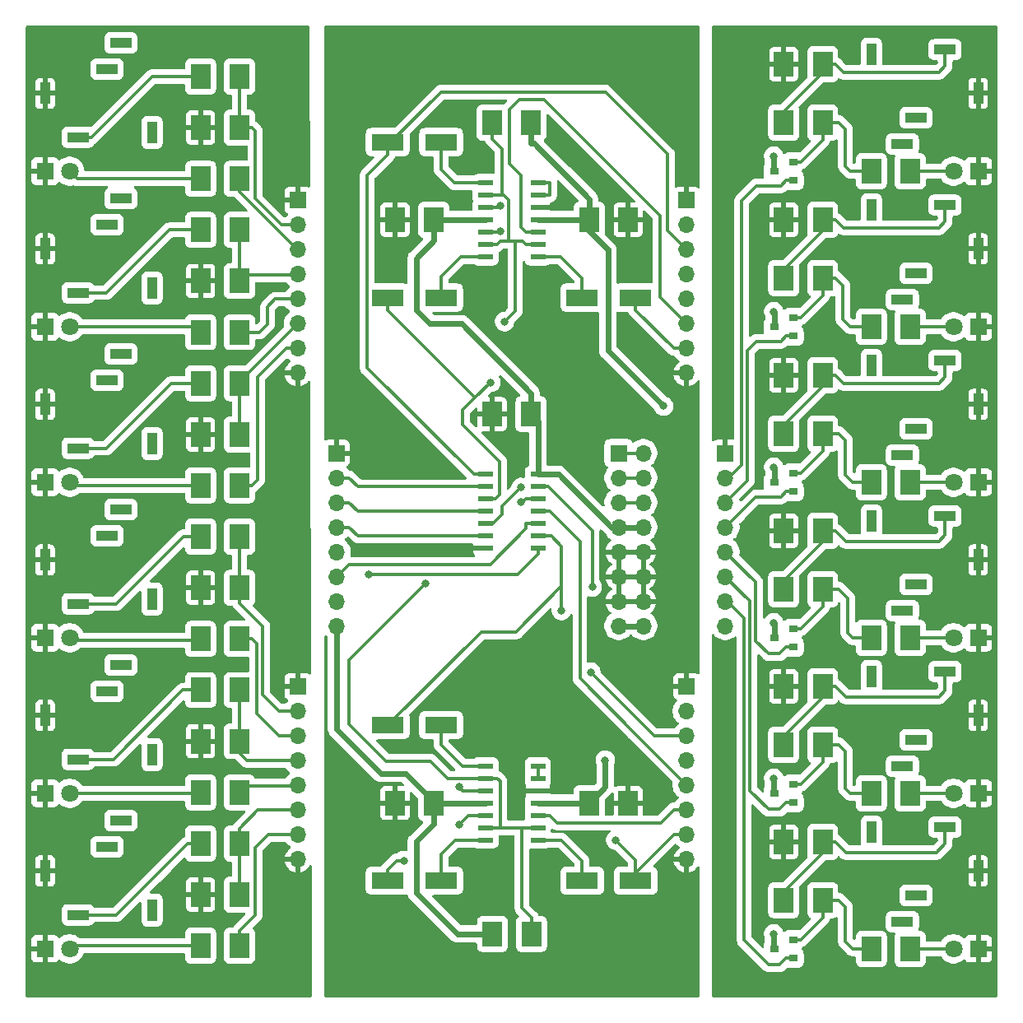
<source format=gbr>
G04 #@! TF.GenerationSoftware,KiCad,Pcbnew,9.0.0*
G04 #@! TF.CreationDate,2025-02-23T15:39:26-07:00*
G04 #@! TF.ProjectId,NOT,4e4f542e-6b69-4636-9164-5f7063625858,rev?*
G04 #@! TF.SameCoordinates,Original*
G04 #@! TF.FileFunction,Copper,L1,Top*
G04 #@! TF.FilePolarity,Positive*
%FSLAX46Y46*%
G04 Gerber Fmt 4.6, Leading zero omitted, Abs format (unit mm)*
G04 Created by KiCad (PCBNEW 9.0.0) date 2025-02-23 15:39:26*
%MOMM*%
%LPD*%
G01*
G04 APERTURE LIST*
G04 #@! TA.AperFunction,ComponentPad*
%ADD10R,1.800000X1.800000*%
G04 #@! TD*
G04 #@! TA.AperFunction,ComponentPad*
%ADD11C,1.800000*%
G04 #@! TD*
G04 #@! TA.AperFunction,ComponentPad*
%ADD12R,1.000000X2.200000*%
G04 #@! TD*
G04 #@! TA.AperFunction,ComponentPad*
%ADD13R,2.200000X1.000000*%
G04 #@! TD*
G04 #@! TA.AperFunction,ComponentPad*
%ADD14R,1.700000X1.700000*%
G04 #@! TD*
G04 #@! TA.AperFunction,ComponentPad*
%ADD15O,1.700000X1.700000*%
G04 #@! TD*
G04 #@! TA.AperFunction,SMDPad,CuDef*
%ADD16R,2.000000X2.500000*%
G04 #@! TD*
G04 #@! TA.AperFunction,SMDPad,CuDef*
%ADD17R,3.300000X1.700000*%
G04 #@! TD*
G04 #@! TA.AperFunction,SMDPad,CuDef*
%ADD18R,0.900000X0.800000*%
G04 #@! TD*
G04 #@! TA.AperFunction,SMDPad,CuDef*
%ADD19R,1.500000X0.600000*%
G04 #@! TD*
G04 #@! TA.AperFunction,ViaPad*
%ADD20C,0.800000*%
G04 #@! TD*
G04 #@! TA.AperFunction,Conductor*
%ADD21C,0.600000*%
G04 #@! TD*
G04 #@! TA.AperFunction,Conductor*
%ADD22C,0.300000*%
G04 #@! TD*
G04 APERTURE END LIST*
D10*
X2000000Y-15000000D03*
D11*
X4540000Y-15000000D03*
D10*
X2000000Y-31000000D03*
D11*
X4540000Y-31000000D03*
D10*
X2000000Y-47000000D03*
D11*
X4540000Y-47000000D03*
D10*
X2000000Y-63000000D03*
D11*
X4540000Y-63000000D03*
D10*
X2000000Y-79000000D03*
D11*
X4540000Y-79000000D03*
D10*
X2000000Y-95000000D03*
D11*
X4540000Y-95000000D03*
D10*
X98000000Y-15000000D03*
D11*
X95460000Y-15000000D03*
D10*
X98000000Y-31000000D03*
D11*
X95460000Y-31000000D03*
D10*
X98000000Y-47000000D03*
D11*
X95460000Y-47000000D03*
D10*
X98000000Y-63000000D03*
D11*
X95460000Y-63000000D03*
D10*
X98000000Y-79000000D03*
D11*
X95460000Y-79000000D03*
D10*
X98000000Y-95000000D03*
D11*
X95460000Y-95000000D03*
D12*
X2000000Y-7000000D03*
X13000000Y-11000000D03*
D13*
X5400000Y-11500000D03*
X8400000Y-4500000D03*
X9800000Y-1800000D03*
D12*
X2000000Y-39000000D03*
X13000000Y-43000000D03*
D13*
X5400000Y-43500000D03*
X8400000Y-36500000D03*
X9800000Y-33800000D03*
D12*
X2000000Y-55000000D03*
X13000000Y-59000000D03*
D13*
X5400000Y-59500000D03*
X8400000Y-52500000D03*
X9800000Y-49800000D03*
D12*
X2000000Y-71000000D03*
X13000000Y-75000000D03*
D13*
X5400000Y-75500000D03*
X8400000Y-68500000D03*
X9800000Y-65800000D03*
D12*
X2000000Y-87000000D03*
X13000000Y-91000000D03*
D13*
X5400000Y-91500000D03*
X8400000Y-84500000D03*
X9800000Y-81800000D03*
D14*
X28000000Y-18000000D03*
D15*
X28000000Y-20540000D03*
X28000000Y-23080000D03*
X28000000Y-25620000D03*
X28000000Y-28160000D03*
X28000000Y-30700000D03*
X28000000Y-33240000D03*
X28000000Y-35780000D03*
D14*
X28000000Y-68000000D03*
D15*
X28000000Y-70540000D03*
X28000000Y-73080000D03*
X28000000Y-75620000D03*
X28000000Y-78160000D03*
X28000000Y-80700000D03*
X28000000Y-83240000D03*
X28000000Y-85780000D03*
D14*
X68000000Y-18000000D03*
D15*
X68000000Y-20540000D03*
X68000000Y-23080000D03*
X68000000Y-25620000D03*
X68000000Y-28160000D03*
X68000000Y-30700000D03*
X68000000Y-33240000D03*
X68000000Y-35780000D03*
D14*
X68000000Y-68000000D03*
D15*
X68000000Y-70540000D03*
X68000000Y-73080000D03*
X68000000Y-75620000D03*
X68000000Y-78160000D03*
X68000000Y-80700000D03*
X68000000Y-83240000D03*
X68000000Y-85780000D03*
D14*
X61000000Y-44000000D03*
D15*
X63540000Y-44000000D03*
X61000000Y-46540000D03*
X63540000Y-46540000D03*
X61000000Y-49080000D03*
X63540000Y-49080000D03*
X61000000Y-51620000D03*
X63540000Y-51620000D03*
X61000000Y-54160000D03*
X63540000Y-54160000D03*
X61000000Y-56700000D03*
X63540000Y-56700000D03*
X61000000Y-59240000D03*
X63540000Y-59240000D03*
X61000000Y-61780000D03*
X63540000Y-61780000D03*
D14*
X32000000Y-44000000D03*
D15*
X32000000Y-46540000D03*
X32000000Y-49080000D03*
X32000000Y-51620000D03*
X32000000Y-54160000D03*
X32000000Y-56700000D03*
X32000000Y-59240000D03*
X32000000Y-61780000D03*
D14*
X72000000Y-44000000D03*
D15*
X72000000Y-46540000D03*
X72000000Y-49080000D03*
X72000000Y-51620000D03*
X72000000Y-54160000D03*
X72000000Y-56700000D03*
X72000000Y-59240000D03*
X72000000Y-61780000D03*
D12*
X98000000Y-7000000D03*
X87000000Y-3000000D03*
D13*
X94600000Y-2500000D03*
X91600000Y-9500000D03*
X90200000Y-12200000D03*
D12*
X98000000Y-23000000D03*
X87000000Y-19000000D03*
D13*
X94600000Y-18500000D03*
X91600000Y-25500000D03*
X90200000Y-28200000D03*
D12*
X98000000Y-39000000D03*
X87000000Y-35000000D03*
D13*
X94600000Y-34500000D03*
X91600000Y-41500000D03*
X90200000Y-44200000D03*
D12*
X98000000Y-55000000D03*
X87000000Y-51000000D03*
D13*
X94600000Y-50500000D03*
X91600000Y-57500000D03*
X90200000Y-60200000D03*
D12*
X98000000Y-71000000D03*
X87000000Y-67000000D03*
D13*
X94600000Y-66500000D03*
X91600000Y-73500000D03*
X90200000Y-76200000D03*
D12*
X98000000Y-87000000D03*
X87000000Y-83000000D03*
D13*
X94600000Y-82500000D03*
X91600000Y-89500000D03*
X90200000Y-92200000D03*
D12*
X2000000Y-23000000D03*
X13000000Y-27000000D03*
D13*
X5400000Y-27500000D03*
X8400000Y-20500000D03*
X9800000Y-17800000D03*
D16*
X52000000Y-40000000D03*
X48000000Y-40000000D03*
X42000000Y-20000000D03*
X38000000Y-20000000D03*
X62000000Y-20000000D03*
X58000000Y-20000000D03*
X42000000Y-80000000D03*
X38000000Y-80000000D03*
X62000000Y-80000000D03*
X58000000Y-80000000D03*
D17*
X37250000Y-12000000D03*
X42750000Y-12000000D03*
X37250000Y-28000000D03*
X42750000Y-28000000D03*
X62750000Y-28000000D03*
X57250000Y-28000000D03*
X37250000Y-72000000D03*
X42750000Y-72000000D03*
X37250000Y-88000000D03*
X42750000Y-88000000D03*
X62750000Y-88000000D03*
X57250000Y-88000000D03*
D18*
X79000000Y-15950000D03*
X79000000Y-14050000D03*
X77000000Y-15000000D03*
X79000000Y-31950000D03*
X79000000Y-30050000D03*
X77000000Y-31000000D03*
X79000000Y-47950000D03*
X79000000Y-46050000D03*
X77000000Y-47000000D03*
X79000000Y-63950000D03*
X79000000Y-62050000D03*
X77000000Y-63000000D03*
X79000000Y-79950000D03*
X79000000Y-78050000D03*
X77000000Y-79000000D03*
X79000000Y-95950000D03*
X79000000Y-94050000D03*
X77000000Y-95000000D03*
D16*
X22000000Y-5260000D03*
X18000000Y-5260000D03*
X22000000Y-10520000D03*
X18000000Y-10520000D03*
X22000000Y-15780000D03*
X18000000Y-15780000D03*
X22000000Y-21040000D03*
X18000000Y-21040000D03*
X22000000Y-26300000D03*
X18000000Y-26300000D03*
X22000000Y-31560000D03*
X18000000Y-31560000D03*
X22000000Y-36820000D03*
X18000000Y-36820000D03*
X22000000Y-42080000D03*
X18000000Y-42080000D03*
X22000000Y-47320000D03*
X18000000Y-47320000D03*
X22000000Y-52600000D03*
X18000000Y-52600000D03*
X22000000Y-57860000D03*
X18000000Y-57860000D03*
X22000000Y-63120000D03*
X18000000Y-63120000D03*
X22000000Y-68380000D03*
X18000000Y-68380000D03*
X22000000Y-73640000D03*
X18000000Y-73640000D03*
X22000000Y-78900000D03*
X18000000Y-78900000D03*
X22000000Y-84160000D03*
X18000000Y-84160000D03*
X22000000Y-89420000D03*
X18000000Y-89420000D03*
X22000000Y-94680000D03*
X18000000Y-94680000D03*
X52038000Y-93472000D03*
X48038000Y-93472000D03*
X52000000Y-10000000D03*
X48000000Y-10000000D03*
X78000000Y-10000000D03*
X82000000Y-10000000D03*
X91000000Y-15000000D03*
X87000000Y-15000000D03*
X78000000Y-26000000D03*
X82000000Y-26000000D03*
X91000000Y-31000000D03*
X87000000Y-31000000D03*
X78000000Y-42000000D03*
X82000000Y-42000000D03*
X91000000Y-47000000D03*
X87000000Y-47000000D03*
X78000000Y-58000000D03*
X82000000Y-58000000D03*
X91000000Y-63000000D03*
X87000000Y-63000000D03*
X78000000Y-74000000D03*
X82000000Y-74000000D03*
X91000000Y-79000000D03*
X87000000Y-79000000D03*
X78000000Y-90000000D03*
X82000000Y-90000000D03*
X91000000Y-95000000D03*
X87000000Y-95000000D03*
X78000000Y-4000000D03*
X82000000Y-4000000D03*
X78000000Y-20000000D03*
X82000000Y-20000000D03*
X78000000Y-36000000D03*
X82000000Y-36000000D03*
X78000000Y-52000000D03*
X82000000Y-52000000D03*
X78000000Y-68000000D03*
X82000000Y-68000000D03*
X78000000Y-84000000D03*
X82000000Y-84000000D03*
D19*
X47300000Y-16190000D03*
X47300000Y-17460000D03*
X47300000Y-18730000D03*
X47300000Y-20000000D03*
X47300000Y-21270000D03*
X47300000Y-22540000D03*
X47300000Y-23810000D03*
X52700000Y-23810000D03*
X52700000Y-22540000D03*
X52700000Y-21270000D03*
X52700000Y-20000000D03*
X52700000Y-18730000D03*
X52700000Y-17460000D03*
X52700000Y-16190000D03*
X47300000Y-76190000D03*
X47300000Y-77460000D03*
X47300000Y-78730000D03*
X47300000Y-80000000D03*
X47300000Y-81270000D03*
X47300000Y-82540000D03*
X47300000Y-83810000D03*
X52700000Y-83810000D03*
X52700000Y-82540000D03*
X52700000Y-81270000D03*
X52700000Y-80000000D03*
X52700000Y-78730000D03*
X52700000Y-77460000D03*
X52700000Y-76190000D03*
X47300000Y-46190000D03*
X47300000Y-47460000D03*
X47300000Y-48730000D03*
X47300000Y-50000000D03*
X47300000Y-51270000D03*
X47300000Y-52540000D03*
X47300000Y-53810000D03*
X52700000Y-53810000D03*
X52700000Y-52540000D03*
X52700000Y-51270000D03*
X52700000Y-50000000D03*
X52700000Y-48730000D03*
X52700000Y-47460000D03*
X52700000Y-46190000D03*
D20*
X50038000Y-42672000D03*
X48006000Y-26162000D03*
X48768000Y-66294000D03*
X38100000Y-22860000D03*
X38100000Y-17018000D03*
X49530000Y-37592000D03*
X41656000Y-54102000D03*
X61214000Y-73914000D03*
X55118000Y-17018000D03*
X60960000Y-17018000D03*
X40386000Y-54102000D03*
X38100000Y-82804000D03*
X48006000Y-27940000D03*
X61976000Y-22860000D03*
X50800000Y-66294000D03*
X35306000Y-80010000D03*
X59635500Y-75582300D03*
X65636300Y-39173200D03*
X28500000Y-97000000D03*
X27000000Y-98500000D03*
X28500000Y-1500000D03*
X1500000Y-97000000D03*
X27000000Y-1500000D03*
X28500000Y-3000000D03*
X1500000Y-3000000D03*
X1500000Y-98500000D03*
X1500000Y-1500000D03*
X3000000Y-1500000D03*
X28500000Y-98500000D03*
X3000000Y-98500000D03*
X47862400Y-36722000D03*
X50975400Y-47535000D03*
X55118000Y-60198000D03*
X58166000Y-66548000D03*
X38898690Y-85917200D03*
X60706000Y-83820000D03*
X58296000Y-57782000D03*
X98500000Y-98500000D03*
X98500000Y-3000000D03*
X97000000Y-98500000D03*
X71500000Y-3000000D03*
X98500000Y-97000000D03*
X73000000Y-1500000D03*
X71500000Y-98500000D03*
X73000000Y-98500000D03*
X97000000Y-1500000D03*
X98500000Y-1500000D03*
X71500000Y-97000000D03*
X71500000Y-1500000D03*
X48874300Y-21170700D03*
X48826800Y-18530400D03*
X44573400Y-82245200D03*
X44573400Y-78338300D03*
X50975400Y-49065000D03*
X35306000Y-56474600D03*
X76962000Y-29464000D03*
X76962000Y-61468000D03*
X76962000Y-45466000D03*
X76962000Y-13462000D03*
X76962000Y-93472000D03*
X76962000Y-77470000D03*
X41148000Y-57404000D03*
X49276000Y-30480000D03*
D21*
X60256000Y-51620000D02*
X61000000Y-51620000D01*
X42000000Y-80000000D02*
X42000000Y-79880300D01*
X47300000Y-80000000D02*
X42000000Y-80000000D01*
X42000000Y-20000000D02*
X47300000Y-20000000D01*
X42000000Y-79880300D02*
X39081700Y-76962000D01*
X40199600Y-29277300D02*
X40199600Y-23950700D01*
X41604200Y-30681900D02*
X40199600Y-29277300D01*
X42000000Y-20000000D02*
X42000000Y-22150300D01*
X52000000Y-37849700D02*
X44832200Y-30681900D01*
X40199600Y-23950700D02*
X42000000Y-22150300D01*
X54826000Y-46190000D02*
X60256000Y-51620000D01*
X42000000Y-80775000D02*
X42000000Y-80000000D01*
X44416400Y-93472000D02*
X40198700Y-89254300D01*
X39081700Y-76962000D02*
X36576000Y-76962000D01*
X40198700Y-83951600D02*
X42000000Y-82150300D01*
X40198700Y-89254300D02*
X40198700Y-83951600D01*
X61000000Y-51620000D02*
X63540000Y-51620000D01*
X52700000Y-46190000D02*
X54826000Y-46190000D01*
X48038000Y-93472000D02*
X44416400Y-93472000D01*
X52000000Y-40000000D02*
X52000000Y-37849700D01*
X52700000Y-40700000D02*
X52000000Y-40000000D01*
X52700000Y-46190000D02*
X52700000Y-43320000D01*
X52700000Y-43320000D02*
X52700000Y-40700000D01*
X32000000Y-72386000D02*
X32000000Y-61780000D01*
X42000000Y-82150300D02*
X42000000Y-80775000D01*
X44832200Y-30681900D02*
X41604200Y-30681900D01*
X36576000Y-76962000D02*
X32000000Y-72386000D01*
X52000000Y-10000000D02*
X52000000Y-12150300D01*
X61000000Y-61780000D02*
X63540000Y-61780000D01*
X52300600Y-12150300D02*
X52000000Y-12150300D01*
X59900300Y-23070300D02*
X59900300Y-33437200D01*
X58000000Y-17849700D02*
X52300600Y-12150300D01*
X58000000Y-20000000D02*
X58000000Y-21170000D01*
X59900300Y-33437200D02*
X65636300Y-39173200D01*
X58000000Y-20000000D02*
X58000000Y-17849700D01*
X52700000Y-80000000D02*
X57969300Y-80000000D01*
X59635500Y-78333800D02*
X59635500Y-75582300D01*
X58000000Y-21170000D02*
X59900300Y-23070300D01*
X57969300Y-80000000D02*
X59635500Y-78333800D01*
X57969300Y-80000000D02*
X58000000Y-80000000D01*
X58000000Y-20000000D02*
X52700000Y-20000000D01*
D22*
X5320000Y-15780000D02*
X4540000Y-15000000D01*
X18000000Y-15780000D02*
X5320000Y-15780000D01*
X4540000Y-31000000D02*
X17440000Y-31000000D01*
X17440000Y-31000000D02*
X18000000Y-31560000D01*
X4860000Y-47320000D02*
X4540000Y-47000000D01*
X18000000Y-47320000D02*
X4860000Y-47320000D01*
X17874000Y-63246000D02*
X18000000Y-63120000D01*
X4786000Y-63246000D02*
X17874000Y-63246000D01*
X4540000Y-63000000D02*
X4786000Y-63246000D01*
X17900000Y-79000000D02*
X18000000Y-78900000D01*
X4540000Y-79000000D02*
X17900000Y-79000000D01*
X4860000Y-94680000D02*
X4540000Y-95000000D01*
X18000000Y-94680000D02*
X4860000Y-94680000D01*
X46099700Y-46190000D02*
X35149600Y-35239900D01*
X37250000Y-12325000D02*
X37250000Y-13300300D01*
X66040000Y-21120000D02*
X67150001Y-22230001D01*
X37250000Y-12000000D02*
X37250000Y-12325000D01*
X59653500Y-6858000D02*
X66040000Y-13244500D01*
X35149600Y-35239900D02*
X35149600Y-15400700D01*
X66040000Y-13244500D02*
X66040000Y-21120000D01*
X35149600Y-15400700D02*
X37250000Y-13300300D01*
X67150001Y-22230001D02*
X68000000Y-23080000D01*
X42717000Y-6858000D02*
X59653500Y-6858000D01*
X47300000Y-46190000D02*
X46099700Y-46190000D01*
X37250000Y-12325000D02*
X42717000Y-6858000D01*
X44958000Y-39588300D02*
X44958000Y-41060600D01*
X47824300Y-36722000D02*
X46248000Y-38298300D01*
X37250000Y-28000000D02*
X37250000Y-29300300D01*
X48298000Y-48730000D02*
X47300000Y-48730000D01*
X47862400Y-36722000D02*
X47824300Y-36722000D01*
X46248000Y-38298300D02*
X44958000Y-39588300D01*
X48768000Y-44870600D02*
X48768000Y-48260000D01*
X37250000Y-29300300D02*
X46248000Y-38298300D01*
X44958000Y-41060600D02*
X48768000Y-44870600D01*
X48768000Y-48260000D02*
X48298000Y-48730000D01*
X49022000Y-49488400D02*
X50975400Y-47535000D01*
X48044000Y-51270000D02*
X49022000Y-50292000D01*
X62750000Y-28000000D02*
X62750000Y-29300300D01*
X62750000Y-29300300D02*
X62760000Y-29300300D01*
X62760000Y-29300300D02*
X66699700Y-33240000D01*
X68000000Y-33240000D02*
X66699700Y-33240000D01*
X47300000Y-51270000D02*
X48044000Y-51270000D01*
X49022000Y-50292000D02*
X49022000Y-49488400D01*
X54064000Y-52540000D02*
X52700000Y-52540000D01*
X55118000Y-60198000D02*
X55118000Y-57658000D01*
X55118000Y-57658000D02*
X55118000Y-57762600D01*
X64698000Y-73080000D02*
X58166000Y-66548000D01*
X55118000Y-53594000D02*
X54064000Y-52540000D01*
X46859900Y-62390100D02*
X50490500Y-62390100D01*
X55118000Y-57762600D02*
X55118000Y-53594000D01*
X68000000Y-73080000D02*
X64698000Y-73080000D01*
X37250000Y-72000000D02*
X46859900Y-62390100D01*
X50490500Y-62390100D02*
X55118000Y-57658000D01*
X37250000Y-86850000D02*
X38182800Y-85917200D01*
X57016700Y-67176700D02*
X62669650Y-72829650D01*
X38182800Y-85917200D02*
X38898690Y-85917200D01*
X62669650Y-72829650D02*
X68000000Y-78160000D01*
X57016700Y-53116400D02*
X57016700Y-67176700D01*
X37250000Y-88000000D02*
X37250000Y-86850000D01*
X53900300Y-50000000D02*
X57016700Y-53116400D01*
X52700000Y-50000000D02*
X53900300Y-50000000D01*
X62750000Y-87189700D02*
X66699700Y-83240000D01*
X58296000Y-52006000D02*
X58296000Y-57782000D01*
X53750000Y-47460000D02*
X58296000Y-52006000D01*
X62750000Y-85864000D02*
X60706000Y-83820000D01*
X62750000Y-88000000D02*
X62750000Y-85864000D01*
X66699700Y-83240000D02*
X68000000Y-83240000D01*
X62750000Y-88000000D02*
X62750000Y-87189700D01*
X52700000Y-47460000D02*
X53750000Y-47460000D01*
X95460000Y-15000000D02*
X91000000Y-15000000D01*
X95460000Y-31000000D02*
X91000000Y-31000000D01*
X95460000Y-47000000D02*
X91000000Y-47000000D01*
X95460000Y-63000000D02*
X91000000Y-63000000D01*
X95460000Y-79000000D02*
X91000000Y-79000000D01*
X95460000Y-95000000D02*
X91000000Y-95000000D01*
X13040000Y-5260000D02*
X18000000Y-5260000D01*
X6800000Y-11500000D02*
X13040000Y-5260000D01*
X5400000Y-11500000D02*
X6800000Y-11500000D01*
X5400000Y-27500000D02*
X8314000Y-27500000D01*
X14774000Y-21040000D02*
X18000000Y-21040000D01*
X8314000Y-27500000D02*
X14774000Y-21040000D01*
X5400000Y-43500000D02*
X8316000Y-43500000D01*
X14996000Y-36820000D02*
X18000000Y-36820000D01*
X8316000Y-43500000D02*
X14996000Y-36820000D01*
X9334000Y-59500000D02*
X16234000Y-52600000D01*
X5400000Y-59500000D02*
X9334000Y-59500000D01*
X16234000Y-52600000D02*
X18000000Y-52600000D01*
X5400000Y-75500000D02*
X9082000Y-75500000D01*
X16202000Y-68380000D02*
X18000000Y-68380000D01*
X9082000Y-75500000D02*
X16202000Y-68380000D01*
X16678000Y-84160000D02*
X18000000Y-84160000D01*
X5400000Y-91500000D02*
X9338000Y-91500000D01*
X9338000Y-91500000D02*
X16678000Y-84160000D01*
X23622000Y-10842000D02*
X23622000Y-17826000D01*
X23622000Y-17826000D02*
X26336000Y-20540000D01*
X22000000Y-10520000D02*
X23300000Y-10520000D01*
X22000000Y-5260000D02*
X22000000Y-10520000D01*
X23300000Y-10520000D02*
X23622000Y-10842000D01*
X26336000Y-20540000D02*
X28000000Y-20540000D01*
X27955000Y-23080000D02*
X28000000Y-23080000D01*
X22000000Y-15780000D02*
X22000000Y-17125000D01*
X22000000Y-17125000D02*
X27955000Y-23080000D01*
X22000000Y-26300000D02*
X22646000Y-25654000D01*
X22000000Y-21040000D02*
X22000000Y-26300000D01*
X22646000Y-25654000D02*
X27966000Y-25654000D01*
X27966000Y-25654000D02*
X28000000Y-25620000D01*
X24892000Y-30734000D02*
X24892000Y-28956000D01*
X24066000Y-31560000D02*
X24892000Y-30734000D01*
X24892000Y-28956000D02*
X25688000Y-28160000D01*
X22000000Y-31560000D02*
X24066000Y-31560000D01*
X25688000Y-28160000D02*
X28000000Y-28160000D01*
X22000000Y-36700000D02*
X22000000Y-36820000D01*
X28000000Y-30700000D02*
X22000000Y-36700000D01*
X22000000Y-36820000D02*
X22000000Y-42080000D01*
X23876000Y-36161900D02*
X23876000Y-46736000D01*
X28000000Y-33240000D02*
X26797900Y-33240000D01*
X26797900Y-33240000D02*
X23876000Y-36161900D01*
X23292000Y-47320000D02*
X22000000Y-47320000D01*
X23876000Y-46736000D02*
X23292000Y-47320000D01*
X26090000Y-70540000D02*
X28000000Y-70540000D01*
X22000000Y-57860000D02*
X22000000Y-59410000D01*
X22000000Y-52600000D02*
X22000000Y-57860000D01*
X22000000Y-59410000D02*
X24384000Y-61794000D01*
X24384000Y-61794000D02*
X24384000Y-68834000D01*
X24384000Y-68834000D02*
X26090000Y-70540000D01*
X23784000Y-63604000D02*
X23784000Y-70774000D01*
X23784000Y-70774000D02*
X26090000Y-73080000D01*
X23300000Y-63120000D02*
X23784000Y-63604000D01*
X22000000Y-63120000D02*
X23300000Y-63120000D01*
X26090000Y-73080000D02*
X28000000Y-73080000D01*
X22000000Y-68380000D02*
X22000000Y-73640000D01*
X22000000Y-74832000D02*
X22788000Y-75620000D01*
X22000000Y-73640000D02*
X22000000Y-74832000D01*
X22788000Y-75620000D02*
X28000000Y-75620000D01*
X22668000Y-78232000D02*
X27928000Y-78232000D01*
X22000000Y-78900000D02*
X22668000Y-78232000D01*
X27928000Y-78232000D02*
X28000000Y-78160000D01*
X22000000Y-84160000D02*
X22000000Y-89420000D01*
X28000000Y-80700000D02*
X23910000Y-80700000D01*
X22000000Y-82610000D02*
X22000000Y-84160000D01*
X23910000Y-80700000D02*
X22000000Y-82610000D01*
X23622000Y-84582000D02*
X24964000Y-83240000D01*
X22000000Y-93130000D02*
X23622000Y-91508000D01*
X22000000Y-94680000D02*
X22000000Y-93130000D01*
X23622000Y-91508000D02*
X23622000Y-84582000D01*
X24964000Y-83240000D02*
X28000000Y-83240000D01*
X50976100Y-15439600D02*
X49784000Y-14247500D01*
X65278000Y-27978000D02*
X68000000Y-30700000D01*
X49784000Y-14247500D02*
X49784000Y-8617550D01*
X53340000Y-7620000D02*
X65278000Y-19558000D01*
X51499700Y-21270000D02*
X50976100Y-20746400D01*
X65278000Y-19558000D02*
X65278000Y-27978000D01*
X49784000Y-8617550D02*
X50781550Y-7620000D01*
X50976100Y-20746400D02*
X50976100Y-15439600D01*
X50781550Y-7620000D02*
X53340000Y-7620000D01*
X52700000Y-21270000D02*
X51499700Y-21270000D01*
X47300000Y-21270000D02*
X48775000Y-21270000D01*
X48775000Y-21270000D02*
X48874300Y-21170700D01*
X48699900Y-18530400D02*
X48826800Y-18530400D01*
X48500300Y-18730000D02*
X48699900Y-18530400D01*
X47300000Y-18730000D02*
X48500300Y-18730000D01*
X53900300Y-81270000D02*
X54667700Y-82037400D01*
X54667700Y-82037400D02*
X65362300Y-82037400D01*
X68000000Y-80700000D02*
X66699700Y-80700000D01*
X52700000Y-81270000D02*
X53900300Y-81270000D01*
X65362300Y-82037400D02*
X66699700Y-80700000D01*
X47300000Y-81270000D02*
X45548600Y-81270000D01*
X45548600Y-81270000D02*
X44573400Y-82245200D01*
X47300000Y-78730000D02*
X44965100Y-78730000D01*
X44965100Y-78730000D02*
X44573400Y-78338300D01*
X61000000Y-49080000D02*
X63540000Y-49080000D01*
X61000000Y-46540000D02*
X63540000Y-46540000D01*
X61000000Y-44000000D02*
X63540000Y-44000000D01*
X51164700Y-49065000D02*
X50975400Y-49065000D01*
X51499700Y-48730000D02*
X51164700Y-49065000D01*
X52700000Y-48730000D02*
X51499700Y-48730000D01*
X51499700Y-51766600D02*
X47805900Y-55460400D01*
X47805900Y-55460400D02*
X33239600Y-55460400D01*
X51499700Y-51270000D02*
X51499700Y-51766600D01*
X33239600Y-55460400D02*
X32000000Y-56700000D01*
X52700000Y-51270000D02*
X51499700Y-51270000D01*
X50635400Y-56474600D02*
X35871685Y-56474600D01*
X52700000Y-54410000D02*
X50635400Y-56474600D01*
X52700000Y-53810000D02*
X52700000Y-54410000D01*
X35871685Y-56474600D02*
X35306000Y-56474600D01*
X47300000Y-52540000D02*
X34220300Y-52540000D01*
X32000000Y-51620000D02*
X33300300Y-51620000D01*
X34220300Y-52540000D02*
X33300300Y-51620000D01*
X34220300Y-50000000D02*
X33300300Y-49080000D01*
X47300000Y-50000000D02*
X34220300Y-50000000D01*
X32000000Y-49080000D02*
X33300300Y-49080000D01*
X47300000Y-47460000D02*
X34220300Y-47460000D01*
X34220300Y-47460000D02*
X33300300Y-46540000D01*
X32000000Y-46540000D02*
X33300300Y-46540000D01*
X75184000Y-16510000D02*
X77690000Y-16510000D01*
X78250000Y-15950000D02*
X79000000Y-15950000D01*
X77690000Y-16510000D02*
X78250000Y-15950000D01*
X73660000Y-18034000D02*
X75184000Y-16510000D01*
X73660000Y-45212000D02*
X73660000Y-18034000D01*
X72332000Y-46540000D02*
X73660000Y-45212000D01*
X72000000Y-46540000D02*
X72332000Y-46540000D01*
X72000000Y-49080000D02*
X74260000Y-46820000D01*
X77688000Y-32512000D02*
X78250000Y-31950000D01*
X78250000Y-31950000D02*
X79000000Y-31950000D01*
X75184000Y-32512000D02*
X77688000Y-32512000D01*
X74260000Y-33436000D02*
X75184000Y-32512000D01*
X74260000Y-46820000D02*
X74260000Y-33436000D01*
X72000000Y-51620000D02*
X75106000Y-48514000D01*
X75106000Y-48514000D02*
X77686000Y-48514000D01*
X77686000Y-48514000D02*
X78250000Y-47950000D01*
X78250000Y-47950000D02*
X79000000Y-47950000D01*
X75114000Y-57274000D02*
X75114000Y-63314000D01*
X72000000Y-54160000D02*
X75114000Y-57274000D01*
X78250000Y-63950000D02*
X79000000Y-63950000D01*
X75114000Y-63314000D02*
X76450000Y-64650000D01*
X77550000Y-64650000D02*
X78250000Y-63950000D01*
X76450000Y-64650000D02*
X77550000Y-64650000D01*
X72000000Y-56700000D02*
X74514000Y-59214000D01*
X74514000Y-78714000D02*
X76450000Y-80650000D01*
X76450000Y-80650000D02*
X77550000Y-80650000D01*
X77550000Y-80650000D02*
X78250000Y-79950000D01*
X74514000Y-59214000D02*
X74514000Y-78714000D01*
X78250000Y-79950000D02*
X79000000Y-79950000D01*
X76450000Y-96650000D02*
X77550000Y-96650000D01*
X73914000Y-94114000D02*
X76450000Y-96650000D01*
X78250000Y-95950000D02*
X79000000Y-95950000D01*
X72000000Y-59240000D02*
X72194000Y-59240000D01*
X72194000Y-59240000D02*
X73914000Y-60960000D01*
X73914000Y-60960000D02*
X73914000Y-94114000D01*
X77550000Y-96650000D02*
X78250000Y-95950000D01*
D21*
X77000000Y-45504000D02*
X76962000Y-45466000D01*
X76962000Y-14962000D02*
X77000000Y-15000000D01*
X77000000Y-31000000D02*
X77000000Y-29502000D01*
X77000000Y-47000000D02*
X77000000Y-45504000D01*
X76962000Y-77470000D02*
X76962000Y-78962000D01*
X77000000Y-61506000D02*
X76962000Y-61468000D01*
X76962000Y-93472000D02*
X76962000Y-94962000D01*
X77000000Y-29502000D02*
X76962000Y-29464000D01*
X76962000Y-13462000D02*
X76962000Y-14962000D01*
X76962000Y-78962000D02*
X77000000Y-79000000D01*
X76962000Y-94962000D02*
X77000000Y-95000000D01*
X77000000Y-63000000D02*
X77000000Y-61506000D01*
D22*
X93980000Y-4826000D02*
X94600000Y-4206000D01*
X94600000Y-4206000D02*
X94600000Y-2500000D01*
X83300000Y-4000000D02*
X84126000Y-4826000D01*
X78000000Y-10000000D02*
X78000000Y-8868000D01*
X82000000Y-4868000D02*
X82000000Y-4000000D01*
X82000000Y-4000000D02*
X83300000Y-4000000D01*
X78000000Y-8868000D02*
X82000000Y-4868000D01*
X84126000Y-4826000D02*
X93980000Y-4826000D01*
X83300000Y-20000000D02*
X84128000Y-20828000D01*
X78000000Y-25124000D02*
X82000000Y-21124000D01*
X94600000Y-20208000D02*
X94600000Y-18500000D01*
X82000000Y-20000000D02*
X83300000Y-20000000D01*
X78000000Y-26000000D02*
X78000000Y-25124000D01*
X93980000Y-20828000D02*
X94600000Y-20208000D01*
X82000000Y-21124000D02*
X82000000Y-20000000D01*
X84128000Y-20828000D02*
X93980000Y-20828000D01*
X94600000Y-36210000D02*
X94600000Y-34500000D01*
X83300000Y-36000000D02*
X84130000Y-36830000D01*
X78000000Y-42000000D02*
X78000000Y-41126000D01*
X93980000Y-36830000D02*
X94600000Y-36210000D01*
X82000000Y-36000000D02*
X83300000Y-36000000D01*
X78000000Y-41126000D02*
X82000000Y-37126000D01*
X84130000Y-36830000D02*
X93980000Y-36830000D01*
X82000000Y-37126000D02*
X82000000Y-36000000D01*
X84386000Y-53086000D02*
X93980000Y-53086000D01*
X82000000Y-53128000D02*
X82000000Y-52000000D01*
X78000000Y-58000000D02*
X78000000Y-57128000D01*
X94600000Y-52466000D02*
X94600000Y-50500000D01*
X83300000Y-52000000D02*
X84386000Y-53086000D01*
X93980000Y-53086000D02*
X94600000Y-52466000D01*
X82000000Y-52000000D02*
X83300000Y-52000000D01*
X78000000Y-57128000D02*
X82000000Y-53128000D01*
X94600000Y-68468000D02*
X94600000Y-66500000D01*
X84388000Y-69088000D02*
X93980000Y-69088000D01*
X78000000Y-73130000D02*
X82000000Y-69130000D01*
X93980000Y-69088000D02*
X94600000Y-68468000D01*
X82000000Y-69130000D02*
X82000000Y-68000000D01*
X78000000Y-74000000D02*
X78000000Y-73130000D01*
X82000000Y-68000000D02*
X83300000Y-68000000D01*
X83300000Y-68000000D02*
X84388000Y-69088000D01*
X83300000Y-84000000D02*
X84390000Y-85090000D01*
X93726000Y-85090000D02*
X94600000Y-84216000D01*
X82000000Y-85132000D02*
X82000000Y-84000000D01*
X94600000Y-84216000D02*
X94600000Y-82500000D01*
X78000000Y-89132000D02*
X82000000Y-85132000D01*
X82000000Y-84000000D02*
X83300000Y-84000000D01*
X84390000Y-85090000D02*
X93726000Y-85090000D01*
X78000000Y-90000000D02*
X78000000Y-89132000D01*
X44130000Y-16190000D02*
X47300000Y-16190000D01*
X42750000Y-12000000D02*
X42750000Y-14810000D01*
X42750000Y-14810000D02*
X44130000Y-16190000D01*
X44770000Y-23810000D02*
X47300000Y-23810000D01*
X42750000Y-25830000D02*
X44770000Y-23810000D01*
X42750000Y-28000000D02*
X42750000Y-25830000D01*
X55052000Y-23810000D02*
X57250000Y-26008000D01*
X57250000Y-26008000D02*
X57250000Y-28000000D01*
X52700000Y-23810000D02*
X55052000Y-23810000D01*
X42750000Y-72000000D02*
X42750000Y-73992000D01*
X44948000Y-76190000D02*
X47300000Y-76190000D01*
X42750000Y-73992000D02*
X44948000Y-76190000D01*
X42750000Y-85266000D02*
X44206000Y-83810000D01*
X42750000Y-88000000D02*
X42750000Y-85266000D01*
X44206000Y-83810000D02*
X47300000Y-83810000D01*
X52700000Y-83810000D02*
X55108000Y-83810000D01*
X57250000Y-85952000D02*
X57250000Y-88000000D01*
X55108000Y-83810000D02*
X57250000Y-85952000D01*
X84328000Y-10668000D02*
X84328000Y-14478000D01*
X82000000Y-11800000D02*
X82000000Y-10000000D01*
X84328000Y-14478000D02*
X84850000Y-15000000D01*
X82000000Y-10000000D02*
X83660000Y-10000000D01*
X79750000Y-14050000D02*
X82000000Y-11800000D01*
X79000000Y-14050000D02*
X79750000Y-14050000D01*
X83660000Y-10000000D02*
X84328000Y-10668000D01*
X84850000Y-15000000D02*
X87000000Y-15000000D01*
X83300000Y-26000000D02*
X84074000Y-26774000D01*
X79000000Y-30050000D02*
X79750000Y-30050000D01*
X82000000Y-27800000D02*
X82000000Y-26000000D01*
X79750000Y-30050000D02*
X82000000Y-27800000D01*
X84074000Y-26774000D02*
X84074000Y-30226000D01*
X84848000Y-31000000D02*
X87000000Y-31000000D01*
X82000000Y-26000000D02*
X83300000Y-26000000D01*
X84074000Y-30226000D02*
X84848000Y-31000000D01*
X83656000Y-42000000D02*
X84328000Y-42672000D01*
X79000000Y-46050000D02*
X79750000Y-46050000D01*
X82000000Y-42000000D02*
X83656000Y-42000000D01*
X82000000Y-43800000D02*
X82000000Y-42000000D01*
X84328000Y-42672000D02*
X84328000Y-46228000D01*
X84328000Y-46228000D02*
X85100000Y-47000000D01*
X79750000Y-46050000D02*
X82000000Y-43800000D01*
X85100000Y-47000000D02*
X87000000Y-47000000D01*
X83654000Y-58000000D02*
X82000000Y-58000000D01*
X84582000Y-58928000D02*
X83654000Y-58000000D01*
X84582000Y-62484000D02*
X84582000Y-58928000D01*
X79000000Y-62050000D02*
X79750000Y-62050000D01*
X79750000Y-62050000D02*
X82000000Y-59800000D01*
X82000000Y-59800000D02*
X82000000Y-58000000D01*
X85098000Y-63000000D02*
X84582000Y-62484000D01*
X87000000Y-63000000D02*
X85098000Y-63000000D01*
X79000000Y-78050000D02*
X79750000Y-78050000D01*
X83652000Y-74000000D02*
X84328000Y-74676000D01*
X84328000Y-78486000D02*
X84842000Y-79000000D01*
X84842000Y-79000000D02*
X87000000Y-79000000D01*
X82000000Y-75800000D02*
X82000000Y-74000000D01*
X79750000Y-78050000D02*
X82000000Y-75800000D01*
X84328000Y-74676000D02*
X84328000Y-78486000D01*
X82000000Y-74000000D02*
X83652000Y-74000000D01*
X82000000Y-90000000D02*
X83650000Y-90000000D01*
X79000000Y-94050000D02*
X79750000Y-94050000D01*
X85094000Y-95000000D02*
X87000000Y-95000000D01*
X82000000Y-91800000D02*
X82000000Y-90000000D01*
X79750000Y-94050000D02*
X82000000Y-91800000D01*
X84328000Y-94234000D02*
X85094000Y-95000000D01*
X84328000Y-90678000D02*
X84328000Y-94234000D01*
X83650000Y-90000000D02*
X84328000Y-90678000D01*
X47300000Y-77460000D02*
X43420000Y-77460000D01*
X48958900Y-17460000D02*
X49022000Y-17396900D01*
X48810600Y-82540000D02*
X48810600Y-77770300D01*
X48848800Y-22191500D02*
X49727400Y-22191500D01*
X49211450Y-17460000D02*
X48958900Y-17460000D01*
X52700000Y-82540000D02*
X51499700Y-82540000D01*
X47300000Y-77460000D02*
X48500300Y-77460000D01*
X49727400Y-17975950D02*
X49211450Y-17460000D01*
X41652000Y-75692000D02*
X37084000Y-75692000D01*
X48958900Y-17460000D02*
X48508900Y-17460000D01*
X33274000Y-65278000D02*
X41148000Y-57404000D01*
X49727400Y-22191500D02*
X49727400Y-17975950D01*
X50385500Y-22191500D02*
X51151200Y-22191500D01*
X51151200Y-22191500D02*
X51499700Y-22540000D01*
X37084000Y-75692000D02*
X33274000Y-71882000D01*
X50385500Y-29370500D02*
X49276000Y-30480000D01*
X48500300Y-22540000D02*
X48848800Y-22191500D01*
X33274000Y-71882000D02*
X33274000Y-65278000D01*
X48810600Y-82540000D02*
X51499700Y-82540000D01*
X52038000Y-91771700D02*
X51054000Y-90787700D01*
X49727400Y-22191500D02*
X50385500Y-22191500D01*
X47300000Y-22540000D02*
X48500300Y-22540000D01*
X51054000Y-90787700D02*
X51054000Y-82550000D01*
X49022000Y-17396900D02*
X49022000Y-12722300D01*
X49022000Y-12722300D02*
X48000000Y-11700300D01*
X52038000Y-93472000D02*
X52038000Y-91771700D01*
X48000000Y-11700300D02*
X48000000Y-10000000D01*
X51054000Y-82550000D02*
X51064000Y-82540000D01*
X48810600Y-77770300D02*
X48500300Y-77460000D01*
X52700000Y-22540000D02*
X51499700Y-22540000D01*
X47300000Y-82540000D02*
X48810600Y-82540000D01*
X48508900Y-17460000D02*
X47300000Y-17460000D01*
X43420000Y-77460000D02*
X41652000Y-75692000D01*
X50385500Y-22191500D02*
X50385500Y-29370500D01*
X52700000Y-17460000D02*
X53900300Y-17460000D01*
X52700000Y-16190000D02*
X53900300Y-16190000D01*
X53900300Y-17460000D02*
X53900300Y-16190000D01*
X52700000Y-76190000D02*
X52700000Y-77460000D01*
G04 #@! TA.AperFunction,Conductor*
G36*
X30864222Y-62746760D02*
G01*
X30877932Y-62744789D01*
X30898256Y-62754071D01*
X30920097Y-62758763D01*
X30938452Y-62772428D01*
X30942512Y-62774283D01*
X30948777Y-62780116D01*
X30948863Y-62780180D01*
X30949055Y-62780371D01*
X31055063Y-62886379D01*
X31057113Y-62887868D01*
X31062363Y-62893091D01*
X31077240Y-62920170D01*
X31094136Y-62946046D01*
X31094171Y-62950986D01*
X31096550Y-62955315D01*
X31099500Y-62982418D01*
X31099500Y-72474697D01*
X31134104Y-72648664D01*
X31134105Y-72648666D01*
X31140906Y-72665084D01*
X31201987Y-72812547D01*
X31253312Y-72889360D01*
X31300536Y-72960036D01*
X35876536Y-77536035D01*
X36001965Y-77661464D01*
X36149453Y-77760013D01*
X36283400Y-77815495D01*
X36313334Y-77827894D01*
X36487308Y-77862500D01*
X36487309Y-77862500D01*
X38656510Y-77862500D01*
X38686425Y-77871283D01*
X38716895Y-77877912D01*
X38721990Y-77881726D01*
X38724631Y-77882502D01*
X38745605Y-77899405D01*
X38873105Y-78026905D01*
X38907131Y-78089217D01*
X38902066Y-78160032D01*
X38859519Y-78216868D01*
X38792999Y-78241679D01*
X38784010Y-78242000D01*
X38254000Y-78242000D01*
X38254000Y-79746000D01*
X39508000Y-79746000D01*
X39508000Y-78965989D01*
X39528002Y-78897868D01*
X39581658Y-78851375D01*
X39651932Y-78841271D01*
X39716512Y-78870765D01*
X39723095Y-78876894D01*
X40362595Y-79516394D01*
X40396621Y-79578706D01*
X40399500Y-79605489D01*
X40399500Y-81289359D01*
X40399501Y-81289368D01*
X40408681Y-81359093D01*
X40414956Y-81406762D01*
X40475464Y-81552841D01*
X40571718Y-81678282D01*
X40697159Y-81774536D01*
X40809395Y-81821025D01*
X40864674Y-81865572D01*
X40887095Y-81932936D01*
X40869537Y-82001727D01*
X40850271Y-82026528D01*
X39499236Y-83377564D01*
X39499235Y-83377566D01*
X39467511Y-83425044D01*
X39400689Y-83525049D01*
X39400687Y-83525051D01*
X39400687Y-83525053D01*
X39399398Y-83528165D01*
X39375234Y-83586503D01*
X39332804Y-83688936D01*
X39332803Y-83688939D01*
X39321438Y-83746081D01*
X39321438Y-83746083D01*
X39315628Y-83775289D01*
X39298200Y-83862906D01*
X39298200Y-84823035D01*
X39278198Y-84891156D01*
X39224542Y-84937649D01*
X39154268Y-84947753D01*
X39147618Y-84946614D01*
X38997234Y-84916700D01*
X38997231Y-84916700D01*
X38800149Y-84916700D01*
X38800145Y-84916700D01*
X38606854Y-84955149D01*
X38606851Y-84955150D01*
X38424775Y-85030568D01*
X38255761Y-85143500D01*
X38254615Y-85141784D01*
X38197961Y-85165852D01*
X38183365Y-85166700D01*
X38108882Y-85166700D01*
X38036384Y-85181121D01*
X37963886Y-85195542D01*
X37963883Y-85195543D01*
X37827304Y-85252116D01*
X37704388Y-85334246D01*
X37704381Y-85334251D01*
X36667052Y-86371579D01*
X36667047Y-86371585D01*
X36617812Y-86445271D01*
X36585585Y-86493502D01*
X36531108Y-86539030D01*
X36480820Y-86549500D01*
X35560640Y-86549500D01*
X35560631Y-86549501D01*
X35454978Y-86563410D01*
X35443238Y-86564956D01*
X35297160Y-86625463D01*
X35297157Y-86625465D01*
X35171718Y-86721718D01*
X35075465Y-86847157D01*
X35075463Y-86847160D01*
X35014955Y-86993239D01*
X34999500Y-87110636D01*
X34999500Y-88889359D01*
X34999501Y-88889368D01*
X35011865Y-88983281D01*
X35014956Y-89006762D01*
X35075464Y-89152841D01*
X35171718Y-89278282D01*
X35297159Y-89374536D01*
X35443238Y-89435044D01*
X35560639Y-89450500D01*
X38939360Y-89450499D01*
X39056762Y-89435044D01*
X39154895Y-89394395D01*
X39225482Y-89386807D01*
X39288969Y-89418586D01*
X39325197Y-89479644D01*
X39326687Y-89486212D01*
X39332805Y-89516966D01*
X39366746Y-89598906D01*
X39400687Y-89680847D01*
X39400688Y-89680848D01*
X39459763Y-89769259D01*
X39459764Y-89769261D01*
X39499236Y-89828336D01*
X39499239Y-89828340D01*
X43716936Y-94046035D01*
X43842365Y-94171464D01*
X43989853Y-94270013D01*
X44037852Y-94289895D01*
X44153734Y-94337895D01*
X44303532Y-94367691D01*
X44327703Y-94372499D01*
X44327706Y-94372499D01*
X44327709Y-94372500D01*
X46311501Y-94372500D01*
X46379622Y-94392502D01*
X46426115Y-94446158D01*
X46437501Y-94498500D01*
X46437501Y-94761368D01*
X46449865Y-94855281D01*
X46452956Y-94878762D01*
X46513464Y-95024841D01*
X46609718Y-95150282D01*
X46735159Y-95246536D01*
X46881238Y-95307044D01*
X46998639Y-95322500D01*
X49077360Y-95322499D01*
X49194762Y-95307044D01*
X49340841Y-95246536D01*
X49466282Y-95150282D01*
X49562536Y-95024841D01*
X49623044Y-94878762D01*
X49638500Y-94761361D01*
X49638499Y-92182640D01*
X49638499Y-92182639D01*
X49638498Y-92182631D01*
X49636328Y-92166153D01*
X49623044Y-92065238D01*
X49562536Y-91919159D01*
X49466282Y-91793718D01*
X49340841Y-91697464D01*
X49194762Y-91636956D01*
X49194760Y-91636955D01*
X49118332Y-91626893D01*
X49077361Y-91621500D01*
X49077358Y-91621500D01*
X46998640Y-91621500D01*
X46998631Y-91621501D01*
X46892978Y-91635410D01*
X46881238Y-91636956D01*
X46735160Y-91697463D01*
X46735157Y-91697465D01*
X46609718Y-91793718D01*
X46513465Y-91919157D01*
X46513463Y-91919160D01*
X46452955Y-92065239D01*
X46437500Y-92182636D01*
X46437500Y-92445500D01*
X46417498Y-92513621D01*
X46363842Y-92560114D01*
X46311500Y-92571500D01*
X44841589Y-92571500D01*
X44773468Y-92551498D01*
X44752494Y-92534595D01*
X41883494Y-89665594D01*
X41849468Y-89603282D01*
X41854533Y-89532466D01*
X41897080Y-89475631D01*
X41963600Y-89450820D01*
X41972589Y-89450499D01*
X44439360Y-89450499D01*
X44439368Y-89450498D01*
X44444106Y-89449874D01*
X44556762Y-89435044D01*
X44702841Y-89374536D01*
X44828282Y-89278282D01*
X44924536Y-89152841D01*
X44985044Y-89006762D01*
X45000500Y-88889361D01*
X45000499Y-87110640D01*
X45000499Y-87110639D01*
X45000498Y-87110631D01*
X44998328Y-87094153D01*
X44985044Y-86993238D01*
X44924536Y-86847159D01*
X44828282Y-86721718D01*
X44702841Y-86625464D01*
X44556762Y-86564956D01*
X44556760Y-86564955D01*
X44439363Y-86549500D01*
X44439361Y-86549500D01*
X43626500Y-86549500D01*
X43558379Y-86529498D01*
X43511886Y-86475842D01*
X43500500Y-86423500D01*
X43500500Y-85629058D01*
X43520502Y-85560937D01*
X43537405Y-85539963D01*
X44479963Y-84597405D01*
X44542275Y-84563379D01*
X44569058Y-84560500D01*
X46107901Y-84560500D01*
X46176022Y-84580502D01*
X46184604Y-84586537D01*
X46247152Y-84634531D01*
X46247159Y-84634536D01*
X46393238Y-84695044D01*
X46510639Y-84710500D01*
X48089360Y-84710499D01*
X48206762Y-84695044D01*
X48352841Y-84634536D01*
X48478282Y-84538282D01*
X48574536Y-84412841D01*
X48635044Y-84266762D01*
X48650500Y-84149361D01*
X48650499Y-83470640D01*
X48645537Y-83432946D01*
X48656476Y-83362798D01*
X48703604Y-83309699D01*
X48770459Y-83290500D01*
X50177500Y-83290500D01*
X50245621Y-83310502D01*
X50292114Y-83364158D01*
X50303500Y-83416500D01*
X50303500Y-90861618D01*
X50332342Y-91006613D01*
X50388916Y-91143195D01*
X50419354Y-91188749D01*
X50471048Y-91266116D01*
X50728193Y-91523261D01*
X50762217Y-91585572D01*
X50757153Y-91656387D01*
X50715801Y-91712317D01*
X50609720Y-91793715D01*
X50513465Y-91919157D01*
X50513463Y-91919160D01*
X50452955Y-92065239D01*
X50437500Y-92182636D01*
X50437500Y-94761359D01*
X50437501Y-94761368D01*
X50449865Y-94855281D01*
X50452956Y-94878762D01*
X50513464Y-95024841D01*
X50609718Y-95150282D01*
X50735159Y-95246536D01*
X50881238Y-95307044D01*
X50998639Y-95322500D01*
X53077360Y-95322499D01*
X53194762Y-95307044D01*
X53340841Y-95246536D01*
X53466282Y-95150282D01*
X53562536Y-95024841D01*
X53623044Y-94878762D01*
X53638500Y-94761361D01*
X53638499Y-92182640D01*
X53638499Y-92182639D01*
X53638498Y-92182631D01*
X53636328Y-92166153D01*
X53623044Y-92065238D01*
X53562536Y-91919159D01*
X53466282Y-91793718D01*
X53340841Y-91697464D01*
X53194762Y-91636956D01*
X53194760Y-91636955D01*
X53077363Y-91621500D01*
X53077361Y-91621500D01*
X52872311Y-91621500D01*
X52804190Y-91601498D01*
X52757697Y-91547842D01*
X52755902Y-91543718D01*
X52738412Y-91501495D01*
X52703084Y-91416205D01*
X52620951Y-91293284D01*
X52516416Y-91188749D01*
X51841404Y-90513736D01*
X51807379Y-90451424D01*
X51804500Y-90424641D01*
X51804500Y-84836499D01*
X51824502Y-84768378D01*
X51878158Y-84721885D01*
X51930495Y-84710499D01*
X53489360Y-84710499D01*
X53606762Y-84695044D01*
X53752841Y-84634536D01*
X53771422Y-84620278D01*
X53815396Y-84586537D01*
X53881616Y-84560937D01*
X53892099Y-84560500D01*
X54744942Y-84560500D01*
X54813063Y-84580502D01*
X54834037Y-84597405D01*
X56462595Y-86225962D01*
X56477537Y-86253326D01*
X56494396Y-86279559D01*
X56495302Y-86285860D01*
X56496620Y-86288274D01*
X56499500Y-86315057D01*
X56499500Y-86423500D01*
X56479498Y-86491621D01*
X56425842Y-86538114D01*
X56373500Y-86549500D01*
X55560640Y-86549500D01*
X55560631Y-86549501D01*
X55454978Y-86563410D01*
X55443238Y-86564956D01*
X55297160Y-86625463D01*
X55297157Y-86625465D01*
X55171718Y-86721718D01*
X55075465Y-86847157D01*
X55075463Y-86847160D01*
X55014955Y-86993239D01*
X54999500Y-87110636D01*
X54999500Y-88889359D01*
X54999501Y-88889368D01*
X55011865Y-88983281D01*
X55014956Y-89006762D01*
X55075464Y-89152841D01*
X55171718Y-89278282D01*
X55297159Y-89374536D01*
X55443238Y-89435044D01*
X55560639Y-89450500D01*
X58939360Y-89450499D01*
X59056762Y-89435044D01*
X59202841Y-89374536D01*
X59328282Y-89278282D01*
X59424536Y-89152841D01*
X59485044Y-89006762D01*
X59500500Y-88889361D01*
X59500499Y-87110640D01*
X59500499Y-87110639D01*
X59500498Y-87110631D01*
X59498328Y-87094153D01*
X59485044Y-86993238D01*
X59424536Y-86847159D01*
X59328282Y-86721718D01*
X59202841Y-86625464D01*
X59056762Y-86564956D01*
X59056760Y-86564955D01*
X58939363Y-86549500D01*
X58939361Y-86549500D01*
X58126500Y-86549500D01*
X58058379Y-86529498D01*
X58011886Y-86475842D01*
X58000500Y-86423500D01*
X58000500Y-85878086D01*
X58000500Y-85878082D01*
X57971658Y-85733087D01*
X57915084Y-85596505D01*
X57832951Y-85473584D01*
X57728416Y-85369049D01*
X57195866Y-84836499D01*
X55586420Y-83227051D01*
X55586416Y-83227048D01*
X55512729Y-83177813D01*
X55512726Y-83177811D01*
X55463495Y-83144916D01*
X55410723Y-83123057D01*
X55326916Y-83088343D01*
X55326913Y-83088342D01*
X55316597Y-83086290D01*
X55181918Y-83059500D01*
X55181916Y-83059500D01*
X54170459Y-83059500D01*
X54102338Y-83039498D01*
X54055845Y-82985842D01*
X54045537Y-82917055D01*
X54050500Y-82879361D01*
X54050499Y-82763345D01*
X54070500Y-82695227D01*
X54124156Y-82648734D01*
X54194430Y-82638629D01*
X54246500Y-82658581D01*
X54312205Y-82702484D01*
X54448787Y-82759058D01*
X54593782Y-82787900D01*
X54593787Y-82787900D01*
X60034428Y-82787900D01*
X60102549Y-82807902D01*
X60149042Y-82861558D01*
X60159146Y-82931832D01*
X60129652Y-82996412D01*
X60104429Y-83018665D01*
X60068226Y-83042854D01*
X60068215Y-83042863D01*
X59928863Y-83182215D01*
X59928858Y-83182222D01*
X59819368Y-83346085D01*
X59743950Y-83528161D01*
X59743949Y-83528164D01*
X59705500Y-83721455D01*
X59705500Y-83918544D01*
X59743949Y-84111835D01*
X59743950Y-84111838D01*
X59808121Y-84266762D01*
X59819368Y-84293914D01*
X59928861Y-84457782D01*
X60068218Y-84597139D01*
X60232086Y-84706632D01*
X60414165Y-84782051D01*
X60548316Y-84808735D01*
X60613530Y-84821708D01*
X60613126Y-84823734D01*
X60670191Y-84846761D01*
X60681127Y-84856495D01*
X61962595Y-86137962D01*
X61977537Y-86165326D01*
X61994396Y-86191559D01*
X61995302Y-86197860D01*
X61996620Y-86200274D01*
X61999500Y-86227057D01*
X61999500Y-86423500D01*
X61979498Y-86491621D01*
X61925842Y-86538114D01*
X61873500Y-86549500D01*
X61060640Y-86549500D01*
X61060631Y-86549501D01*
X60954978Y-86563410D01*
X60943238Y-86564956D01*
X60797160Y-86625463D01*
X60797157Y-86625465D01*
X60671718Y-86721718D01*
X60575465Y-86847157D01*
X60575463Y-86847160D01*
X60514955Y-86993239D01*
X60499500Y-87110636D01*
X60499500Y-88889359D01*
X60499501Y-88889368D01*
X60511865Y-88983281D01*
X60514956Y-89006762D01*
X60575464Y-89152841D01*
X60671718Y-89278282D01*
X60797159Y-89374536D01*
X60943238Y-89435044D01*
X61060639Y-89450500D01*
X64439360Y-89450499D01*
X64556762Y-89435044D01*
X64702841Y-89374536D01*
X64828282Y-89278282D01*
X64924536Y-89152841D01*
X64985044Y-89006762D01*
X65000500Y-88889361D01*
X65000499Y-87110640D01*
X65000499Y-87110639D01*
X65000498Y-87110631D01*
X64998328Y-87094153D01*
X64985044Y-86993238D01*
X64924536Y-86847159D01*
X64828282Y-86721718D01*
X64702841Y-86625464D01*
X64702834Y-86625461D01*
X64645665Y-86601780D01*
X64590384Y-86557231D01*
X64567964Y-86489868D01*
X64585523Y-86421077D01*
X64604785Y-86396281D01*
X66765780Y-84235287D01*
X66828092Y-84201261D01*
X66898908Y-84206326D01*
X66943970Y-84235287D01*
X67055060Y-84346377D01*
X67218649Y-84465232D01*
X67262003Y-84521455D01*
X67268078Y-84592191D01*
X67234946Y-84654982D01*
X67218650Y-84669103D01*
X67115322Y-84744175D01*
X66964177Y-84895320D01*
X66838536Y-85068249D01*
X66741493Y-85258707D01*
X66741490Y-85258713D01*
X66675440Y-85461995D01*
X66665302Y-85526000D01*
X67569297Y-85526000D01*
X67534075Y-85587007D01*
X67500000Y-85714174D01*
X67500000Y-85845826D01*
X67534075Y-85972993D01*
X67569297Y-86034000D01*
X66665302Y-86034000D01*
X66675440Y-86098004D01*
X66741490Y-86301286D01*
X66741493Y-86301292D01*
X66838536Y-86491750D01*
X66964177Y-86664679D01*
X67115320Y-86815822D01*
X67288249Y-86941463D01*
X67478707Y-87038506D01*
X67478713Y-87038509D01*
X67681998Y-87104560D01*
X67746000Y-87114696D01*
X67746000Y-86210702D01*
X67807007Y-86245925D01*
X67934174Y-86280000D01*
X68065826Y-86280000D01*
X68192993Y-86245925D01*
X68254000Y-86210702D01*
X68254000Y-87114696D01*
X68318001Y-87104560D01*
X68521286Y-87038509D01*
X68521292Y-87038506D01*
X68711750Y-86941463D01*
X68884679Y-86815822D01*
X69035819Y-86664682D01*
X69035821Y-86664679D01*
X69114064Y-86556989D01*
X69170286Y-86513635D01*
X69241023Y-86507560D01*
X69303814Y-86540692D01*
X69338726Y-86602512D01*
X69342000Y-86631050D01*
X69342000Y-99848500D01*
X69321998Y-99916621D01*
X69268342Y-99963114D01*
X69216000Y-99974500D01*
X30860000Y-99974500D01*
X30791879Y-99954498D01*
X30745386Y-99900842D01*
X30734000Y-99848500D01*
X30734000Y-81298597D01*
X36492000Y-81298597D01*
X36498505Y-81359093D01*
X36549555Y-81495964D01*
X36549555Y-81495965D01*
X36637095Y-81612904D01*
X36754034Y-81700444D01*
X36890906Y-81751494D01*
X36951402Y-81757999D01*
X36951415Y-81758000D01*
X37746000Y-81758000D01*
X38254000Y-81758000D01*
X39048585Y-81758000D01*
X39048597Y-81757999D01*
X39109093Y-81751494D01*
X39245964Y-81700444D01*
X39245965Y-81700444D01*
X39362904Y-81612904D01*
X39450444Y-81495965D01*
X39450444Y-81495964D01*
X39501494Y-81359093D01*
X39507999Y-81298597D01*
X39508000Y-81298585D01*
X39508000Y-80254000D01*
X38254000Y-80254000D01*
X38254000Y-81758000D01*
X37746000Y-81758000D01*
X37746000Y-80254000D01*
X36492000Y-80254000D01*
X36492000Y-81298597D01*
X30734000Y-81298597D01*
X30734000Y-78701402D01*
X36492000Y-78701402D01*
X36492000Y-79746000D01*
X37746000Y-79746000D01*
X37746000Y-78242000D01*
X36951402Y-78242000D01*
X36890906Y-78248505D01*
X36754035Y-78299555D01*
X36754034Y-78299555D01*
X36637095Y-78387095D01*
X36549555Y-78504034D01*
X36549555Y-78504035D01*
X36498505Y-78640906D01*
X36492000Y-78701402D01*
X30734000Y-78701402D01*
X30734000Y-62869507D01*
X30740294Y-62848070D01*
X30741830Y-62825782D01*
X30750100Y-62814674D01*
X30754002Y-62801386D01*
X30770888Y-62786754D01*
X30784229Y-62768836D01*
X30797190Y-62763963D01*
X30807658Y-62754893D01*
X30829774Y-62751713D01*
X30850684Y-62743852D01*
X30864222Y-62746760D01*
G37*
G04 #@! TD.AperFunction*
G04 #@! TA.AperFunction,Conductor*
G36*
X54040062Y-59939084D02*
G01*
X54097370Y-59980993D01*
X54122923Y-60047231D01*
X54120931Y-60082203D01*
X54117501Y-60099448D01*
X54117500Y-60099458D01*
X54117500Y-60296544D01*
X54155949Y-60489835D01*
X54155950Y-60489838D01*
X54183237Y-60555714D01*
X54231368Y-60671914D01*
X54340861Y-60835782D01*
X54480218Y-60975139D01*
X54644086Y-61084632D01*
X54826165Y-61160051D01*
X55019459Y-61198500D01*
X55216541Y-61198500D01*
X55409835Y-61160051D01*
X55591914Y-61084632D01*
X55755782Y-60975139D01*
X55895139Y-60835782D01*
X56004632Y-60671914D01*
X56023791Y-60625660D01*
X56068339Y-60570378D01*
X56135702Y-60547957D01*
X56204493Y-60565515D01*
X56252872Y-60617477D01*
X56266200Y-60673877D01*
X56266200Y-67250618D01*
X56295042Y-67395613D01*
X56351616Y-67532195D01*
X56362511Y-67548500D01*
X56433748Y-67655116D01*
X56433751Y-67655120D01*
X62082287Y-73303654D01*
X62082308Y-73303677D01*
X66541700Y-77763067D01*
X66575725Y-77825379D01*
X66577054Y-77871872D01*
X66572693Y-77899405D01*
X66549500Y-78045843D01*
X66549500Y-78274157D01*
X66585216Y-78499660D01*
X66655769Y-78716799D01*
X66759421Y-78920228D01*
X66759423Y-78920231D01*
X66893622Y-79104939D01*
X67055056Y-79266373D01*
X67055059Y-79266375D01*
X67055063Y-79266379D01*
X67139965Y-79328064D01*
X67183318Y-79384287D01*
X67189393Y-79455023D01*
X67156261Y-79517815D01*
X67139967Y-79531933D01*
X67110561Y-79553299D01*
X67055056Y-79593626D01*
X66893626Y-79755056D01*
X66790089Y-79897562D01*
X66733866Y-79940915D01*
X66688153Y-79949500D01*
X66625782Y-79949500D01*
X66553284Y-79963921D01*
X66480786Y-79978342D01*
X66480783Y-79978343D01*
X66344204Y-80034916D01*
X66221288Y-80117046D01*
X66221281Y-80117051D01*
X65088337Y-81249995D01*
X65026025Y-81284021D01*
X64999242Y-81286900D01*
X63634000Y-81286900D01*
X63565879Y-81266898D01*
X63519386Y-81213242D01*
X63508000Y-81160900D01*
X63508000Y-80254000D01*
X60492000Y-80254000D01*
X60492000Y-81160900D01*
X60471998Y-81229021D01*
X60418342Y-81275514D01*
X60366000Y-81286900D01*
X59726500Y-81286900D01*
X59658379Y-81266898D01*
X59611886Y-81213242D01*
X59600500Y-81160900D01*
X59600499Y-79694490D01*
X59620501Y-79626369D01*
X59637404Y-79605395D01*
X60276905Y-78965894D01*
X60339217Y-78931868D01*
X60410032Y-78936933D01*
X60466868Y-78979480D01*
X60491679Y-79046000D01*
X60492000Y-79054989D01*
X60492000Y-79746000D01*
X61746000Y-79746000D01*
X62254000Y-79746000D01*
X63508000Y-79746000D01*
X63508000Y-78701414D01*
X63507999Y-78701402D01*
X63501494Y-78640906D01*
X63450444Y-78504035D01*
X63450444Y-78504034D01*
X63362904Y-78387095D01*
X63245965Y-78299555D01*
X63109093Y-78248505D01*
X63048597Y-78242000D01*
X62254000Y-78242000D01*
X62254000Y-79746000D01*
X61746000Y-79746000D01*
X61746000Y-78242000D01*
X60951402Y-78242000D01*
X60890906Y-78248505D01*
X60754035Y-78299555D01*
X60737507Y-78311928D01*
X60670986Y-78336737D01*
X60601612Y-78321644D01*
X60551411Y-78271441D01*
X60536000Y-78211058D01*
X60536000Y-76047796D01*
X60545591Y-75999578D01*
X60597551Y-75874135D01*
X60636000Y-75680841D01*
X60636000Y-75483759D01*
X60597551Y-75290465D01*
X60522132Y-75108386D01*
X60412639Y-74944518D01*
X60273282Y-74805161D01*
X60109414Y-74695668D01*
X60059669Y-74675063D01*
X59927338Y-74620250D01*
X59927335Y-74620249D01*
X59734044Y-74581800D01*
X59734041Y-74581800D01*
X59536959Y-74581800D01*
X59536955Y-74581800D01*
X59343664Y-74620249D01*
X59343661Y-74620250D01*
X59161585Y-74695668D01*
X58997722Y-74805158D01*
X58997715Y-74805163D01*
X58858363Y-74944515D01*
X58858358Y-74944522D01*
X58748868Y-75108385D01*
X58673450Y-75290461D01*
X58673449Y-75290464D01*
X58635000Y-75483755D01*
X58635000Y-75680844D01*
X58673449Y-75874135D01*
X58673450Y-75874138D01*
X58725409Y-75999578D01*
X58735000Y-76047796D01*
X58735000Y-77908610D01*
X58726214Y-77938530D01*
X58719587Y-77968996D01*
X58715773Y-77974090D01*
X58714998Y-77976731D01*
X58698099Y-77997700D01*
X58632961Y-78062839D01*
X58583204Y-78112596D01*
X58520892Y-78146621D01*
X58494109Y-78149500D01*
X56960640Y-78149500D01*
X56960631Y-78149501D01*
X56854978Y-78163410D01*
X56843238Y-78164956D01*
X56697160Y-78225463D01*
X56697157Y-78225465D01*
X56571718Y-78321718D01*
X56475465Y-78447157D01*
X56475463Y-78447160D01*
X56414955Y-78593239D01*
X56399500Y-78710636D01*
X56399500Y-78973500D01*
X56379498Y-79041621D01*
X56325842Y-79088114D01*
X56273500Y-79099500D01*
X54084000Y-79099500D01*
X54015879Y-79079498D01*
X53969386Y-79025842D01*
X53960918Y-78986917D01*
X53958001Y-78984000D01*
X51442000Y-78984000D01*
X51442000Y-79078597D01*
X51448505Y-79139095D01*
X51481353Y-79227166D01*
X51486417Y-79297982D01*
X51463261Y-79347898D01*
X51425464Y-79397158D01*
X51425462Y-79397160D01*
X51364955Y-79543239D01*
X51349500Y-79660636D01*
X51349500Y-80339359D01*
X51349501Y-80339368D01*
X51361865Y-80433281D01*
X51364956Y-80456762D01*
X51364957Y-80456764D01*
X51418811Y-80586783D01*
X51426400Y-80657373D01*
X51418811Y-80683217D01*
X51364956Y-80813237D01*
X51349500Y-80930636D01*
X51349500Y-81609359D01*
X51349501Y-81609368D01*
X51354463Y-81647054D01*
X51343524Y-81717202D01*
X51296396Y-81770301D01*
X51229541Y-81789500D01*
X49687100Y-81789500D01*
X49618979Y-81769498D01*
X49572486Y-81715842D01*
X49561100Y-81663500D01*
X49561100Y-77696386D01*
X49561100Y-77696382D01*
X49532258Y-77551387D01*
X49475684Y-77414805D01*
X49393551Y-77291884D01*
X49289016Y-77187349D01*
X48978716Y-76877048D01*
X48972982Y-76873217D01*
X48912183Y-76832593D01*
X48912182Y-76832592D01*
X48905029Y-76827813D01*
X48855795Y-76794916D01*
X48719213Y-76738342D01*
X48717852Y-76738071D01*
X48710391Y-76734442D01*
X48686818Y-76712990D01*
X48662005Y-76692994D01*
X48660771Y-76689287D01*
X48657882Y-76686658D01*
X48649649Y-76655871D01*
X48639584Y-76625631D01*
X48639883Y-76619351D01*
X48639541Y-76618072D01*
X48640014Y-76616592D01*
X48640581Y-76604701D01*
X48650500Y-76529361D01*
X48650499Y-75850640D01*
X48650499Y-75850639D01*
X48650499Y-75850636D01*
X51349500Y-75850636D01*
X51349500Y-76529359D01*
X51349501Y-76529368D01*
X51358179Y-76595283D01*
X51364956Y-76646762D01*
X51364957Y-76646764D01*
X51418811Y-76776783D01*
X51426400Y-76847373D01*
X51418811Y-76873217D01*
X51364956Y-77003237D01*
X51349500Y-77120636D01*
X51349500Y-77799359D01*
X51349501Y-77799368D01*
X51359842Y-77877912D01*
X51364956Y-77916762D01*
X51398484Y-77997706D01*
X51425463Y-78062839D01*
X51425468Y-78062847D01*
X51463260Y-78112098D01*
X51488861Y-78178318D01*
X51481354Y-78232834D01*
X51448505Y-78320905D01*
X51442000Y-78381402D01*
X51442000Y-78476000D01*
X53958000Y-78476000D01*
X53958000Y-78381414D01*
X53957999Y-78381402D01*
X53951494Y-78320904D01*
X53918646Y-78232832D01*
X53913582Y-78162017D01*
X53936737Y-78112100D01*
X53974536Y-78062841D01*
X54035044Y-77916762D01*
X54050500Y-77799361D01*
X54050499Y-77120640D01*
X54050499Y-77120639D01*
X54050498Y-77120631D01*
X54048328Y-77104153D01*
X54035044Y-77003238D01*
X53981186Y-76873215D01*
X53973598Y-76802629D01*
X53981187Y-76776783D01*
X54035044Y-76646762D01*
X54050500Y-76529361D01*
X54050499Y-75850640D01*
X54050499Y-75850639D01*
X54050498Y-75850631D01*
X54048328Y-75834153D01*
X54035044Y-75733238D01*
X53974536Y-75587159D01*
X53878282Y-75461718D01*
X53752841Y-75365464D01*
X53606762Y-75304956D01*
X53606760Y-75304955D01*
X53530332Y-75294893D01*
X53489361Y-75289500D01*
X53489358Y-75289500D01*
X51910640Y-75289500D01*
X51910631Y-75289501D01*
X51804978Y-75303410D01*
X51793238Y-75304956D01*
X51647160Y-75365463D01*
X51647157Y-75365465D01*
X51521718Y-75461718D01*
X51425465Y-75587157D01*
X51425463Y-75587160D01*
X51364955Y-75733239D01*
X51349500Y-75850636D01*
X48650499Y-75850636D01*
X48650498Y-75850630D01*
X48647120Y-75824978D01*
X48635044Y-75733238D01*
X48574536Y-75587159D01*
X48478282Y-75461718D01*
X48352841Y-75365464D01*
X48206762Y-75304956D01*
X48206760Y-75304955D01*
X48130332Y-75294893D01*
X48089361Y-75289500D01*
X48089358Y-75289500D01*
X46510640Y-75289500D01*
X46510631Y-75289501D01*
X46404978Y-75303410D01*
X46393238Y-75304956D01*
X46247160Y-75365463D01*
X46247152Y-75365468D01*
X46184604Y-75413463D01*
X46118384Y-75439063D01*
X46107901Y-75439500D01*
X45311057Y-75439500D01*
X45242936Y-75419498D01*
X45221962Y-75402595D01*
X43537405Y-73718037D01*
X43522460Y-73690668D01*
X43505604Y-73664440D01*
X43504698Y-73658141D01*
X43503379Y-73655725D01*
X43500500Y-73628942D01*
X43500500Y-73576499D01*
X43520502Y-73508378D01*
X43574158Y-73461885D01*
X43626500Y-73450499D01*
X44439360Y-73450499D01*
X44439368Y-73450498D01*
X44444106Y-73449874D01*
X44556762Y-73435044D01*
X44702841Y-73374536D01*
X44828282Y-73278282D01*
X44924536Y-73152841D01*
X44985044Y-73006762D01*
X45000500Y-72889361D01*
X45000499Y-71110640D01*
X45000499Y-71110639D01*
X45000498Y-71110631D01*
X44998328Y-71094153D01*
X44985044Y-70993238D01*
X44924536Y-70847159D01*
X44828282Y-70721718D01*
X44702841Y-70625464D01*
X44556762Y-70564956D01*
X44556760Y-70564955D01*
X44480332Y-70554893D01*
X44439361Y-70549500D01*
X44439358Y-70549500D01*
X41060640Y-70549500D01*
X41060631Y-70549501D01*
X40954978Y-70563410D01*
X40943238Y-70564956D01*
X40797160Y-70625463D01*
X40797157Y-70625465D01*
X40671718Y-70721718D01*
X40575465Y-70847157D01*
X40575463Y-70847160D01*
X40514955Y-70993239D01*
X40499500Y-71110636D01*
X40499500Y-72889359D01*
X40499501Y-72889368D01*
X40508805Y-72960036D01*
X40514956Y-73006762D01*
X40575464Y-73152841D01*
X40671718Y-73278282D01*
X40797159Y-73374536D01*
X40943238Y-73435044D01*
X41060639Y-73450500D01*
X41873500Y-73450499D01*
X41941621Y-73470501D01*
X41988114Y-73524157D01*
X41999500Y-73576499D01*
X41999500Y-74065916D01*
X42028342Y-74210913D01*
X42028343Y-74210916D01*
X42084916Y-74347495D01*
X42084917Y-74347497D01*
X42106247Y-74379421D01*
X42106248Y-74379421D01*
X42167048Y-74470416D01*
X42167051Y-74470420D01*
X44191038Y-76494405D01*
X44225063Y-76556717D01*
X44219999Y-76627532D01*
X44177452Y-76684368D01*
X44110932Y-76709179D01*
X44101943Y-76709500D01*
X43783057Y-76709500D01*
X43714936Y-76689498D01*
X43693966Y-76672599D01*
X42130416Y-75109048D01*
X42129425Y-75108386D01*
X42056729Y-75059813D01*
X42007495Y-75026916D01*
X42007493Y-75026915D01*
X41870916Y-74970343D01*
X41870913Y-74970342D01*
X41725918Y-74941500D01*
X41725916Y-74941500D01*
X37447057Y-74941500D01*
X37378936Y-74921498D01*
X37357962Y-74904595D01*
X36118962Y-73665594D01*
X36084936Y-73603282D01*
X36090001Y-73532466D01*
X36132548Y-73475631D01*
X36199068Y-73450820D01*
X36208057Y-73450499D01*
X38939360Y-73450499D01*
X38939368Y-73450498D01*
X38944106Y-73449874D01*
X39056762Y-73435044D01*
X39202841Y-73374536D01*
X39328282Y-73278282D01*
X39424536Y-73152841D01*
X39485044Y-73006762D01*
X39500500Y-72889361D01*
X39500499Y-71110640D01*
X39500499Y-71110639D01*
X39500498Y-71110631D01*
X39485044Y-70993239D01*
X39485044Y-70993238D01*
X39468374Y-70952993D01*
X39460784Y-70882403D01*
X39492562Y-70818916D01*
X39495658Y-70815708D01*
X47133863Y-63177505D01*
X47196175Y-63143479D01*
X47222958Y-63140600D01*
X50420815Y-63140600D01*
X50424974Y-63141379D01*
X50494681Y-63140600D01*
X50564418Y-63140600D01*
X50564418Y-63140599D01*
X50567876Y-63140259D01*
X50568035Y-63140250D01*
X50569188Y-63140130D01*
X50569365Y-63140103D01*
X50572786Y-63139727D01*
X50572800Y-63139727D01*
X50640378Y-63125497D01*
X50641703Y-63125226D01*
X50647080Y-63124156D01*
X50709413Y-63111758D01*
X50709428Y-63111751D01*
X50712722Y-63110753D01*
X50712772Y-63110738D01*
X50714018Y-63110360D01*
X50714140Y-63110316D01*
X50717456Y-63109269D01*
X50717458Y-63109267D01*
X50717463Y-63109267D01*
X50781584Y-63081863D01*
X50845995Y-63055184D01*
X50849513Y-63052833D01*
X50853405Y-63051170D01*
X50910953Y-63011780D01*
X50968916Y-62973051D01*
X50971907Y-62970059D01*
X50975400Y-62967669D01*
X51023797Y-62918176D01*
X51024521Y-62917444D01*
X51073451Y-62868516D01*
X51073463Y-62868497D01*
X51075645Y-62865840D01*
X51082965Y-62857670D01*
X53907267Y-59969528D01*
X53969195Y-59934810D01*
X54040062Y-59939084D01*
G37*
G04 #@! TD.AperFunction*
G04 #@! TA.AperFunction,Conductor*
G36*
X49577121Y-22962002D02*
G01*
X49623614Y-23015658D01*
X49635000Y-23068000D01*
X49635000Y-29007442D01*
X49614998Y-29075563D01*
X49598099Y-29096532D01*
X49416351Y-29278281D01*
X49251127Y-29443505D01*
X49188815Y-29477530D01*
X49181837Y-29478628D01*
X48984164Y-29517949D01*
X48984161Y-29517950D01*
X48802085Y-29593368D01*
X48638222Y-29702858D01*
X48638215Y-29702863D01*
X48498863Y-29842215D01*
X48498858Y-29842222D01*
X48389368Y-30006085D01*
X48313950Y-30188161D01*
X48313949Y-30188164D01*
X48275500Y-30381455D01*
X48275500Y-30578544D01*
X48313949Y-30771835D01*
X48313950Y-30771838D01*
X48331479Y-30814157D01*
X48389368Y-30953914D01*
X48498861Y-31117782D01*
X48638218Y-31257139D01*
X48802086Y-31366632D01*
X48984165Y-31442051D01*
X49177459Y-31480500D01*
X49374541Y-31480500D01*
X49567835Y-31442051D01*
X49749914Y-31366632D01*
X49913782Y-31257139D01*
X50053139Y-31117782D01*
X50162632Y-30953914D01*
X50238051Y-30771835D01*
X50275048Y-30585843D01*
X50277708Y-30572470D01*
X50279734Y-30572873D01*
X50302758Y-30515812D01*
X50312478Y-30504889D01*
X50968452Y-29848916D01*
X51020776Y-29770606D01*
X51031160Y-29755065D01*
X51031161Y-29755064D01*
X51040904Y-29740480D01*
X51050584Y-29725995D01*
X51107158Y-29589413D01*
X51136000Y-29444418D01*
X51136000Y-24347457D01*
X51156002Y-24279336D01*
X51209658Y-24232843D01*
X51279932Y-24222739D01*
X51344512Y-24252233D01*
X51378407Y-24299237D01*
X51425464Y-24412841D01*
X51521718Y-24538282D01*
X51647159Y-24634536D01*
X51793238Y-24695044D01*
X51910639Y-24710500D01*
X53489360Y-24710499D01*
X53606762Y-24695044D01*
X53752841Y-24634536D01*
X53771422Y-24620278D01*
X53815396Y-24586537D01*
X53881616Y-24560937D01*
X53892099Y-24560500D01*
X54688942Y-24560500D01*
X54757063Y-24580502D01*
X54778037Y-24597405D01*
X56462595Y-26281962D01*
X56477537Y-26309326D01*
X56494396Y-26335559D01*
X56495302Y-26341860D01*
X56496620Y-26344274D01*
X56499500Y-26371057D01*
X56499500Y-26423500D01*
X56479498Y-26491621D01*
X56425842Y-26538114D01*
X56373500Y-26549500D01*
X55560640Y-26549500D01*
X55560631Y-26549501D01*
X55454978Y-26563410D01*
X55443238Y-26564956D01*
X55297160Y-26625463D01*
X55297157Y-26625465D01*
X55171718Y-26721718D01*
X55075465Y-26847157D01*
X55075463Y-26847160D01*
X55014955Y-26993239D01*
X54999500Y-27110636D01*
X54999500Y-28889359D01*
X54999501Y-28889368D01*
X55008240Y-28955747D01*
X55014956Y-29006762D01*
X55075464Y-29152841D01*
X55171718Y-29278282D01*
X55297159Y-29374536D01*
X55443238Y-29435044D01*
X55560639Y-29450500D01*
X58873800Y-29450499D01*
X58941921Y-29470501D01*
X58988414Y-29524157D01*
X58999800Y-29576499D01*
X58999800Y-33525895D01*
X59010495Y-33579660D01*
X59034405Y-33699866D01*
X59068346Y-33781806D01*
X59102287Y-33863747D01*
X59102288Y-33863749D01*
X59102289Y-33863750D01*
X59129905Y-33905080D01*
X59129908Y-33905084D01*
X59200837Y-34011237D01*
X59200842Y-34011243D01*
X64670394Y-39480794D01*
X64697708Y-39521671D01*
X64749668Y-39647114D01*
X64859161Y-39810982D01*
X64998518Y-39950339D01*
X65162386Y-40059832D01*
X65344465Y-40135251D01*
X65537759Y-40173700D01*
X65734841Y-40173700D01*
X65928135Y-40135251D01*
X66110214Y-40059832D01*
X66274082Y-39950339D01*
X66413439Y-39810982D01*
X66522932Y-39647114D01*
X66598351Y-39465035D01*
X66636800Y-39271741D01*
X66636800Y-39074659D01*
X66598351Y-38881365D01*
X66522932Y-38699286D01*
X66413439Y-38535418D01*
X66274082Y-38396061D01*
X66110214Y-38286568D01*
X66018321Y-38248505D01*
X65984771Y-38234608D01*
X65943894Y-38207294D01*
X60837705Y-33101105D01*
X60803679Y-33038793D01*
X60800800Y-33012010D01*
X60800800Y-29559966D01*
X60820802Y-29491845D01*
X60874458Y-29445352D01*
X60943242Y-29435044D01*
X61060639Y-29450500D01*
X61915689Y-29450499D01*
X61983810Y-29470501D01*
X62030303Y-29524157D01*
X62032098Y-29528281D01*
X62084916Y-29655795D01*
X62167049Y-29778716D01*
X62230548Y-29842215D01*
X62271584Y-29883251D01*
X62291401Y-29896492D01*
X62310495Y-29912163D01*
X66116749Y-33718416D01*
X66221284Y-33822951D01*
X66344205Y-33905084D01*
X66480787Y-33961658D01*
X66625782Y-33990500D01*
X66688153Y-33990500D01*
X66756274Y-34010502D01*
X66790087Y-34042436D01*
X66893621Y-34184937D01*
X66893623Y-34184939D01*
X66893626Y-34184943D01*
X67055060Y-34346377D01*
X67218649Y-34465232D01*
X67262003Y-34521455D01*
X67268078Y-34592191D01*
X67234946Y-34654982D01*
X67218650Y-34669103D01*
X67115322Y-34744175D01*
X66964177Y-34895320D01*
X66838536Y-35068249D01*
X66741493Y-35258707D01*
X66741490Y-35258713D01*
X66675440Y-35461995D01*
X66665302Y-35526000D01*
X67569297Y-35526000D01*
X67534075Y-35587007D01*
X67500000Y-35714174D01*
X67500000Y-35845826D01*
X67534075Y-35972993D01*
X67569297Y-36034000D01*
X66665302Y-36034000D01*
X66675440Y-36098004D01*
X66741490Y-36301286D01*
X66741493Y-36301292D01*
X66838536Y-36491750D01*
X66964177Y-36664679D01*
X67115320Y-36815822D01*
X67288249Y-36941463D01*
X67478707Y-37038506D01*
X67478713Y-37038509D01*
X67681998Y-37104560D01*
X67746000Y-37114696D01*
X67746000Y-36210702D01*
X67807007Y-36245925D01*
X67934174Y-36280000D01*
X68065826Y-36280000D01*
X68192993Y-36245925D01*
X68254000Y-36210702D01*
X68254000Y-37114696D01*
X68318001Y-37104560D01*
X68521286Y-37038509D01*
X68521292Y-37038506D01*
X68711750Y-36941463D01*
X68884679Y-36815822D01*
X69035819Y-36664682D01*
X69035821Y-36664679D01*
X69114064Y-36556989D01*
X69170286Y-36513635D01*
X69241023Y-36507560D01*
X69303814Y-36540692D01*
X69338726Y-36602512D01*
X69342000Y-36631050D01*
X69342000Y-66632019D01*
X69321998Y-66700140D01*
X69268342Y-66746633D01*
X69198068Y-66756737D01*
X69140491Y-66732887D01*
X69095965Y-66699556D01*
X69095964Y-66699555D01*
X68959093Y-66648505D01*
X68898597Y-66642000D01*
X68254000Y-66642000D01*
X68254000Y-67569297D01*
X68192993Y-67534075D01*
X68065826Y-67500000D01*
X67934174Y-67500000D01*
X67807007Y-67534075D01*
X67746000Y-67569297D01*
X67746000Y-66642000D01*
X67101402Y-66642000D01*
X67040906Y-66648505D01*
X66904035Y-66699555D01*
X66904034Y-66699555D01*
X66787095Y-66787095D01*
X66699555Y-66904034D01*
X66699555Y-66904035D01*
X66648505Y-67040906D01*
X66642000Y-67101402D01*
X66642000Y-67746000D01*
X67569297Y-67746000D01*
X67534075Y-67807007D01*
X67500000Y-67934174D01*
X67500000Y-68065826D01*
X67534075Y-68192993D01*
X67569297Y-68254000D01*
X66642000Y-68254000D01*
X66642000Y-68898597D01*
X66648505Y-68959093D01*
X66699555Y-69095964D01*
X66699555Y-69095965D01*
X66787095Y-69212904D01*
X66904034Y-69300444D01*
X66904036Y-69300445D01*
X66927333Y-69309134D01*
X66984169Y-69351680D01*
X67008981Y-69418200D01*
X66993890Y-69487574D01*
X66972398Y-69516285D01*
X66893621Y-69595062D01*
X66759423Y-69779768D01*
X66759421Y-69779772D01*
X66655769Y-69983201D01*
X66585216Y-70200340D01*
X66549500Y-70425843D01*
X66549500Y-70654157D01*
X66585216Y-70879660D01*
X66655769Y-71096799D01*
X66759421Y-71300228D01*
X66759423Y-71300231D01*
X66893622Y-71484939D01*
X67055056Y-71646373D01*
X67055059Y-71646375D01*
X67055063Y-71646379D01*
X67139965Y-71708064D01*
X67183318Y-71764287D01*
X67189393Y-71835023D01*
X67156261Y-71897815D01*
X67139967Y-71911933D01*
X67070082Y-71962708D01*
X67055056Y-71973626D01*
X66893626Y-72135056D01*
X66790089Y-72277562D01*
X66733866Y-72320915D01*
X66688153Y-72329500D01*
X65061058Y-72329500D01*
X64992937Y-72309498D01*
X64971963Y-72292595D01*
X59202495Y-66523127D01*
X59168469Y-66460815D01*
X59167371Y-66453840D01*
X59166500Y-66449459D01*
X59128051Y-66256165D01*
X59052632Y-66074086D01*
X58943139Y-65910218D01*
X58803782Y-65770861D01*
X58639914Y-65661368D01*
X58464880Y-65588867D01*
X58457838Y-65585950D01*
X58457835Y-65585949D01*
X58264544Y-65547500D01*
X58264541Y-65547500D01*
X58067459Y-65547500D01*
X58067455Y-65547500D01*
X57917782Y-65577273D01*
X57847068Y-65570945D01*
X57791000Y-65527391D01*
X57767381Y-65460439D01*
X57767200Y-65453694D01*
X57767200Y-58834469D01*
X57787202Y-58766348D01*
X57840858Y-58719855D01*
X57911132Y-58709751D01*
X57941412Y-58718058D01*
X58004165Y-58744051D01*
X58197459Y-58782500D01*
X58394541Y-58782500D01*
X58587835Y-58744051D01*
X58769914Y-58668632D01*
X58933782Y-58559139D01*
X59073139Y-58419782D01*
X59182632Y-58255914D01*
X59258051Y-58073835D01*
X59296500Y-57880541D01*
X59296500Y-57683459D01*
X59258051Y-57490165D01*
X59182632Y-57308086D01*
X59073139Y-57144218D01*
X59069700Y-57139071D01*
X59071410Y-57137928D01*
X59065234Y-57123381D01*
X59051604Y-57102172D01*
X59049234Y-57085695D01*
X59047345Y-57081244D01*
X59046500Y-57066674D01*
X59046500Y-51988189D01*
X59066502Y-51920068D01*
X59120158Y-51873575D01*
X59190432Y-51863471D01*
X59255012Y-51892965D01*
X59261594Y-51899093D01*
X59556536Y-52194035D01*
X59681965Y-52319464D01*
X59726228Y-52349039D01*
X59727990Y-52350217D01*
X59759923Y-52380919D01*
X59893621Y-52564937D01*
X59893623Y-52564939D01*
X59893626Y-52564943D01*
X60055060Y-52726377D01*
X60218649Y-52845232D01*
X60262003Y-52901455D01*
X60268078Y-52972191D01*
X60234946Y-53034982D01*
X60218650Y-53049103D01*
X60115322Y-53124175D01*
X59964177Y-53275320D01*
X59838536Y-53448249D01*
X59741493Y-53638707D01*
X59741490Y-53638713D01*
X59675440Y-53841995D01*
X59665302Y-53906000D01*
X60569297Y-53906000D01*
X60534075Y-53967007D01*
X60500000Y-54094174D01*
X60500000Y-54225826D01*
X60534075Y-54352993D01*
X60569297Y-54414000D01*
X59665302Y-54414000D01*
X59675440Y-54478004D01*
X59741490Y-54681286D01*
X59741493Y-54681292D01*
X59838536Y-54871750D01*
X59964177Y-55044679D01*
X60115320Y-55195822D01*
X60288256Y-55321468D01*
X60290052Y-55322569D01*
X60290591Y-55323164D01*
X60292258Y-55324376D01*
X60292003Y-55324726D01*
X60337682Y-55375217D01*
X60349288Y-55445259D01*
X60321183Y-55510456D01*
X60292211Y-55535559D01*
X60292258Y-55535624D01*
X60291511Y-55536166D01*
X60290052Y-55537431D01*
X60288256Y-55538531D01*
X60115320Y-55664177D01*
X59964177Y-55815320D01*
X59838536Y-55988249D01*
X59741493Y-56178707D01*
X59741490Y-56178713D01*
X59675440Y-56381995D01*
X59665302Y-56446000D01*
X60569297Y-56446000D01*
X60534075Y-56507007D01*
X60500000Y-56634174D01*
X60500000Y-56765826D01*
X60534075Y-56892993D01*
X60569297Y-56954000D01*
X59665302Y-56954000D01*
X59675440Y-57018004D01*
X59741490Y-57221286D01*
X59741493Y-57221292D01*
X59838536Y-57411750D01*
X59964177Y-57584679D01*
X60115320Y-57735822D01*
X60288256Y-57861468D01*
X60290052Y-57862569D01*
X60290591Y-57863164D01*
X60292258Y-57864376D01*
X60292003Y-57864726D01*
X60337682Y-57915217D01*
X60349288Y-57985259D01*
X60321183Y-58050456D01*
X60292211Y-58075559D01*
X60292258Y-58075624D01*
X60291511Y-58076166D01*
X60290052Y-58077431D01*
X60288256Y-58078531D01*
X60115320Y-58204177D01*
X59964177Y-58355320D01*
X59838536Y-58528249D01*
X59741493Y-58718707D01*
X59741490Y-58718713D01*
X59675440Y-58921995D01*
X59665302Y-58986000D01*
X60569297Y-58986000D01*
X60534075Y-59047007D01*
X60500000Y-59174174D01*
X60500000Y-59305826D01*
X60534075Y-59432993D01*
X60569297Y-59494000D01*
X59665302Y-59494000D01*
X59675440Y-59558004D01*
X59741490Y-59761286D01*
X59741493Y-59761292D01*
X59838536Y-59951750D01*
X59964177Y-60124679D01*
X60115320Y-60275822D01*
X60218649Y-60350895D01*
X60262003Y-60407118D01*
X60268078Y-60477854D01*
X60234946Y-60540645D01*
X60218650Y-60554767D01*
X60055056Y-60673626D01*
X59893622Y-60835060D01*
X59759423Y-61019768D01*
X59759421Y-61019772D01*
X59655769Y-61223201D01*
X59585216Y-61440340D01*
X59549500Y-61665843D01*
X59549500Y-61894157D01*
X59585216Y-62119660D01*
X59655769Y-62336799D01*
X59655770Y-62336800D01*
X59759423Y-62540231D01*
X59893622Y-62724939D01*
X60055060Y-62886377D01*
X60166940Y-62967663D01*
X60239772Y-63020579D01*
X60443201Y-63124231D01*
X60660340Y-63194784D01*
X60885843Y-63230500D01*
X60885846Y-63230500D01*
X61114154Y-63230500D01*
X61114157Y-63230500D01*
X61339660Y-63194784D01*
X61556799Y-63124231D01*
X61760228Y-63020579D01*
X61944937Y-62886379D01*
X62106379Y-62724937D01*
X62106380Y-62724934D01*
X62106612Y-62724665D01*
X62106727Y-62724589D01*
X62107082Y-62724234D01*
X62107195Y-62723988D01*
X62107570Y-62723746D01*
X62109880Y-62721437D01*
X62110382Y-62721939D01*
X62136663Y-62705049D01*
X62166064Y-62685859D01*
X62166661Y-62685770D01*
X62166921Y-62685604D01*
X62202419Y-62680500D01*
X62337581Y-62680500D01*
X62405702Y-62700502D01*
X62429919Y-62721637D01*
X62430120Y-62721437D01*
X62433073Y-62724390D01*
X62433388Y-62724665D01*
X62433622Y-62724939D01*
X62595060Y-62886377D01*
X62706940Y-62967663D01*
X62779772Y-63020579D01*
X62983201Y-63124231D01*
X63200340Y-63194784D01*
X63425843Y-63230500D01*
X63425846Y-63230500D01*
X63654154Y-63230500D01*
X63654157Y-63230500D01*
X63879660Y-63194784D01*
X64096799Y-63124231D01*
X64300228Y-63020579D01*
X64484937Y-62886379D01*
X64646379Y-62724937D01*
X64780579Y-62540228D01*
X64884231Y-62336799D01*
X64954784Y-62119660D01*
X64990500Y-61894157D01*
X64990500Y-61665843D01*
X64954784Y-61440340D01*
X64884231Y-61223201D01*
X64780579Y-61019772D01*
X64648776Y-60838362D01*
X64646377Y-60835060D01*
X64484939Y-60673622D01*
X64321350Y-60554767D01*
X64277996Y-60498544D01*
X64271921Y-60427808D01*
X64305053Y-60365016D01*
X64321350Y-60350895D01*
X64424679Y-60275821D01*
X64424682Y-60275819D01*
X64575822Y-60124679D01*
X64701463Y-59951750D01*
X64798506Y-59761292D01*
X64798509Y-59761286D01*
X64864559Y-59558004D01*
X64874698Y-59494000D01*
X63970703Y-59494000D01*
X64005925Y-59432993D01*
X64040000Y-59305826D01*
X64040000Y-59174174D01*
X64005925Y-59047007D01*
X63970703Y-58986000D01*
X64874697Y-58986000D01*
X64864559Y-58921995D01*
X64798509Y-58718713D01*
X64798506Y-58718707D01*
X64701463Y-58528249D01*
X64575822Y-58355320D01*
X64424679Y-58204177D01*
X64251748Y-58078534D01*
X64249955Y-58077436D01*
X64249415Y-58076840D01*
X64247742Y-58075624D01*
X64247997Y-58075272D01*
X64202321Y-58024791D01*
X64190710Y-57954750D01*
X64218810Y-57889551D01*
X64247789Y-57864440D01*
X64247742Y-57864376D01*
X64248496Y-57863827D01*
X64249955Y-57862564D01*
X64251748Y-57861465D01*
X64424679Y-57735822D01*
X64575822Y-57584679D01*
X64701463Y-57411750D01*
X64798506Y-57221292D01*
X64798509Y-57221286D01*
X64864559Y-57018004D01*
X64874698Y-56954000D01*
X63970703Y-56954000D01*
X64005925Y-56892993D01*
X64040000Y-56765826D01*
X64040000Y-56634174D01*
X64005925Y-56507007D01*
X63970703Y-56446000D01*
X64874697Y-56446000D01*
X64864559Y-56381995D01*
X64798509Y-56178713D01*
X64798506Y-56178707D01*
X64701463Y-55988249D01*
X64575822Y-55815320D01*
X64424679Y-55664177D01*
X64251748Y-55538534D01*
X64249955Y-55537436D01*
X64249415Y-55536840D01*
X64247742Y-55535624D01*
X64247997Y-55535272D01*
X64202321Y-55484791D01*
X64190710Y-55414750D01*
X64218810Y-55349551D01*
X64247789Y-55324440D01*
X64247742Y-55324376D01*
X64248496Y-55323827D01*
X64249955Y-55322564D01*
X64251748Y-55321465D01*
X64424679Y-55195822D01*
X64575822Y-55044679D01*
X64701463Y-54871750D01*
X64798506Y-54681292D01*
X64798509Y-54681286D01*
X64864559Y-54478004D01*
X64874698Y-54414000D01*
X63970703Y-54414000D01*
X64005925Y-54352993D01*
X64040000Y-54225826D01*
X64040000Y-54094174D01*
X64005925Y-53967007D01*
X63970703Y-53906000D01*
X64874697Y-53906000D01*
X64864559Y-53841995D01*
X64798509Y-53638713D01*
X64798506Y-53638707D01*
X64701463Y-53448249D01*
X64575822Y-53275320D01*
X64424679Y-53124177D01*
X64321350Y-53049104D01*
X64277996Y-52992881D01*
X64271921Y-52922145D01*
X64305053Y-52859353D01*
X64321343Y-52845237D01*
X64484937Y-52726379D01*
X64646379Y-52564937D01*
X64780579Y-52380228D01*
X64884231Y-52176799D01*
X64954784Y-51959660D01*
X64990500Y-51734157D01*
X64990500Y-51505843D01*
X64954784Y-51280340D01*
X64884231Y-51063201D01*
X64780579Y-50859772D01*
X64655089Y-50687051D01*
X64646377Y-50675060D01*
X64484942Y-50513625D01*
X64484939Y-50513623D01*
X64484937Y-50513621D01*
X64400034Y-50451935D01*
X64356681Y-50395714D01*
X64350606Y-50324977D01*
X64383738Y-50262186D01*
X64400032Y-50248066D01*
X64484937Y-50186379D01*
X64646379Y-50024937D01*
X64780579Y-49840228D01*
X64884231Y-49636799D01*
X64954784Y-49419660D01*
X64990500Y-49194157D01*
X64990500Y-48965843D01*
X64954784Y-48740340D01*
X64884231Y-48523201D01*
X64780579Y-48319772D01*
X64646379Y-48135063D01*
X64646377Y-48135060D01*
X64484942Y-47973625D01*
X64484939Y-47973623D01*
X64484937Y-47973621D01*
X64400034Y-47911935D01*
X64356681Y-47855714D01*
X64350606Y-47784977D01*
X64383738Y-47722186D01*
X64400032Y-47708066D01*
X64484937Y-47646379D01*
X64646379Y-47484937D01*
X64780579Y-47300228D01*
X64884231Y-47096799D01*
X64954784Y-46879660D01*
X64990500Y-46654157D01*
X64990500Y-46425843D01*
X64954784Y-46200340D01*
X64884231Y-45983201D01*
X64780579Y-45779772D01*
X64646379Y-45595063D01*
X64646377Y-45595060D01*
X64484942Y-45433625D01*
X64484939Y-45433623D01*
X64484937Y-45433621D01*
X64400034Y-45371935D01*
X64356681Y-45315714D01*
X64350606Y-45244977D01*
X64383738Y-45182186D01*
X64400032Y-45168066D01*
X64484937Y-45106379D01*
X64646379Y-44944937D01*
X64780579Y-44760228D01*
X64884231Y-44556799D01*
X64954784Y-44339660D01*
X64990500Y-44114157D01*
X64990500Y-43885843D01*
X64954784Y-43660340D01*
X64884231Y-43443201D01*
X64780579Y-43239772D01*
X64686758Y-43110639D01*
X64646377Y-43055060D01*
X64484939Y-42893622D01*
X64300231Y-42759423D01*
X64300230Y-42759422D01*
X64300228Y-42759421D01*
X64096799Y-42655769D01*
X63879660Y-42585216D01*
X63654157Y-42549500D01*
X63425843Y-42549500D01*
X63200340Y-42585216D01*
X63200337Y-42585216D01*
X63200336Y-42585217D01*
X62983201Y-42655769D01*
X62983199Y-42655770D01*
X62779768Y-42759423D01*
X62595061Y-42893622D01*
X62586072Y-42902611D01*
X62523758Y-42936634D01*
X62452943Y-42931566D01*
X62396109Y-42889017D01*
X62380572Y-42861733D01*
X62374536Y-42847159D01*
X62278282Y-42721718D01*
X62152841Y-42625464D01*
X62111363Y-42608283D01*
X62006760Y-42564955D01*
X61930332Y-42554893D01*
X61889361Y-42549500D01*
X61889358Y-42549500D01*
X60110640Y-42549500D01*
X60110631Y-42549501D01*
X60004978Y-42563410D01*
X59993238Y-42564956D01*
X59847160Y-42625463D01*
X59847157Y-42625465D01*
X59721718Y-42721718D01*
X59625465Y-42847157D01*
X59625463Y-42847160D01*
X59564955Y-42993239D01*
X59549500Y-43110636D01*
X59549500Y-44889359D01*
X59549501Y-44889368D01*
X59557929Y-44953386D01*
X59564956Y-45006762D01*
X59625464Y-45152841D01*
X59721718Y-45278282D01*
X59847159Y-45374536D01*
X59861731Y-45380572D01*
X59917011Y-45425120D01*
X59939432Y-45492483D01*
X59921874Y-45561274D01*
X59902611Y-45586072D01*
X59893622Y-45595061D01*
X59759423Y-45779768D01*
X59759421Y-45779772D01*
X59655769Y-45983201D01*
X59585216Y-46200340D01*
X59549500Y-46425843D01*
X59549500Y-46654157D01*
X59585216Y-46879660D01*
X59655769Y-47096799D01*
X59759421Y-47300228D01*
X59759423Y-47300231D01*
X59893622Y-47484939D01*
X60055056Y-47646373D01*
X60055059Y-47646375D01*
X60055063Y-47646379D01*
X60139965Y-47708064D01*
X60183318Y-47764287D01*
X60189393Y-47835023D01*
X60156261Y-47897815D01*
X60139967Y-47911933D01*
X60103539Y-47938401D01*
X60055056Y-47973626D01*
X59893622Y-48135060D01*
X59759423Y-48319768D01*
X59739769Y-48358342D01*
X59655769Y-48523201D01*
X59585216Y-48740340D01*
X59549500Y-48965843D01*
X59549500Y-49194157D01*
X59572740Y-49340893D01*
X59563641Y-49411302D01*
X59517919Y-49465616D01*
X59450091Y-49486589D01*
X59381692Y-49467562D01*
X59359197Y-49449697D01*
X55400040Y-45490540D01*
X55400039Y-45490539D01*
X55400036Y-45490536D01*
X55340116Y-45450499D01*
X55252547Y-45391987D01*
X55148805Y-45349016D01*
X55148805Y-45349015D01*
X55148803Y-45349015D01*
X55088672Y-45324107D01*
X55088668Y-45324105D01*
X55088666Y-45324105D01*
X55041167Y-45314657D01*
X54914695Y-45289500D01*
X54914692Y-45289500D01*
X54914691Y-45289500D01*
X53726500Y-45289500D01*
X53658379Y-45269498D01*
X53611886Y-45215842D01*
X53600500Y-45163500D01*
X53600500Y-40596643D01*
X53600499Y-40596633D01*
X53600499Y-38710639D01*
X53600498Y-38710631D01*
X53598328Y-38694153D01*
X53585044Y-38593238D01*
X53524536Y-38447159D01*
X53428282Y-38321718D01*
X53302841Y-38225464D01*
X53301765Y-38225018D01*
X53156760Y-38164955D01*
X53039363Y-38149500D01*
X53039361Y-38149500D01*
X53026500Y-38149500D01*
X52958379Y-38129498D01*
X52911886Y-38075842D01*
X52900500Y-38023500D01*
X52900500Y-37761010D01*
X52900499Y-37761005D01*
X52891418Y-37715350D01*
X52891418Y-37715349D01*
X52865895Y-37587034D01*
X52801426Y-37431394D01*
X52798013Y-37423153D01*
X52738936Y-37334740D01*
X52699464Y-37275664D01*
X52699458Y-37275657D01*
X45406240Y-29982439D01*
X45406236Y-29982436D01*
X45347310Y-29943063D01*
X45347306Y-29943061D01*
X45342384Y-29939772D01*
X45258747Y-29883887D01*
X45174319Y-29848916D01*
X45168359Y-29846447D01*
X45168355Y-29846445D01*
X45094869Y-29816006D01*
X45094867Y-29816005D01*
X45094866Y-29816005D01*
X45024710Y-29802050D01*
X44920895Y-29781400D01*
X44920892Y-29781400D01*
X44920891Y-29781400D01*
X42029390Y-29781400D01*
X41999474Y-29772616D01*
X41969005Y-29765988D01*
X41963909Y-29762173D01*
X41961269Y-29761398D01*
X41940295Y-29744495D01*
X41861394Y-29665594D01*
X41827368Y-29603282D01*
X41832433Y-29532467D01*
X41874980Y-29475631D01*
X41941500Y-29450820D01*
X41950489Y-29450499D01*
X44439360Y-29450499D01*
X44439368Y-29450498D01*
X44444106Y-29449874D01*
X44556762Y-29435044D01*
X44702841Y-29374536D01*
X44828282Y-29278282D01*
X44924536Y-29152841D01*
X44985044Y-29006762D01*
X45000500Y-28889361D01*
X45000499Y-27110640D01*
X45000499Y-27110639D01*
X45000498Y-27110631D01*
X44998328Y-27094153D01*
X44985044Y-26993238D01*
X44924536Y-26847159D01*
X44828282Y-26721718D01*
X44702841Y-26625464D01*
X44624882Y-26593172D01*
X44556760Y-26564955D01*
X44439363Y-26549500D01*
X44439361Y-26549500D01*
X43626500Y-26549500D01*
X43617674Y-26546908D01*
X43608568Y-26548218D01*
X43584142Y-26537062D01*
X43558379Y-26529498D01*
X43552354Y-26522544D01*
X43543988Y-26518724D01*
X43529473Y-26496138D01*
X43511886Y-26475842D01*
X43509561Y-26465155D01*
X43505604Y-26458998D01*
X43500500Y-26423500D01*
X43500500Y-26193057D01*
X43520502Y-26124936D01*
X43537405Y-26103962D01*
X45043962Y-24597405D01*
X45106274Y-24563379D01*
X45133057Y-24560500D01*
X46107901Y-24560500D01*
X46176022Y-24580502D01*
X46184604Y-24586537D01*
X46247152Y-24634531D01*
X46247159Y-24634536D01*
X46393238Y-24695044D01*
X46510639Y-24710500D01*
X48089360Y-24710499D01*
X48206762Y-24695044D01*
X48352841Y-24634536D01*
X48478282Y-24538282D01*
X48574536Y-24412841D01*
X48635044Y-24266762D01*
X48650500Y-24149361D01*
X48650499Y-23470640D01*
X48640582Y-23395309D01*
X48651521Y-23325163D01*
X48698649Y-23272064D01*
X48717286Y-23262456D01*
X48719213Y-23261658D01*
X48855795Y-23205084D01*
X48924777Y-23158992D01*
X48978716Y-23122952D01*
X49122764Y-22978903D01*
X49185074Y-22944880D01*
X49211858Y-22942000D01*
X49509000Y-22942000D01*
X49577121Y-22962002D01*
G37*
G04 #@! TD.AperFunction*
G04 #@! TA.AperFunction,Conductor*
G36*
X63074075Y-59047007D02*
G01*
X63040000Y-59174174D01*
X63040000Y-59305826D01*
X63074075Y-59432993D01*
X63109297Y-59494000D01*
X61430703Y-59494000D01*
X61465925Y-59432993D01*
X61500000Y-59305826D01*
X61500000Y-59174174D01*
X61465925Y-59047007D01*
X61430703Y-58986000D01*
X63109297Y-58986000D01*
X63074075Y-59047007D01*
G37*
G04 #@! TD.AperFunction*
G04 #@! TA.AperFunction,Conductor*
G36*
X61254000Y-58809297D02*
G01*
X61192993Y-58774075D01*
X61065826Y-58740000D01*
X60934174Y-58740000D01*
X60807007Y-58774075D01*
X60746000Y-58809297D01*
X60746000Y-57130702D01*
X60807007Y-57165925D01*
X60934174Y-57200000D01*
X61065826Y-57200000D01*
X61192993Y-57165925D01*
X61254000Y-57130702D01*
X61254000Y-58809297D01*
G37*
G04 #@! TD.AperFunction*
G04 #@! TA.AperFunction,Conductor*
G36*
X63794000Y-58809297D02*
G01*
X63732993Y-58774075D01*
X63605826Y-58740000D01*
X63474174Y-58740000D01*
X63347007Y-58774075D01*
X63286000Y-58809297D01*
X63286000Y-57130702D01*
X63347007Y-57165925D01*
X63474174Y-57200000D01*
X63605826Y-57200000D01*
X63732993Y-57165925D01*
X63794000Y-57130702D01*
X63794000Y-58809297D01*
G37*
G04 #@! TD.AperFunction*
G04 #@! TA.AperFunction,Conductor*
G36*
X63074075Y-56507007D02*
G01*
X63040000Y-56634174D01*
X63040000Y-56765826D01*
X63074075Y-56892993D01*
X63109297Y-56954000D01*
X61430703Y-56954000D01*
X61465925Y-56892993D01*
X61500000Y-56765826D01*
X61500000Y-56634174D01*
X61465925Y-56507007D01*
X61430703Y-56446000D01*
X63109297Y-56446000D01*
X63074075Y-56507007D01*
G37*
G04 #@! TD.AperFunction*
G04 #@! TA.AperFunction,Conductor*
G36*
X61254000Y-56269297D02*
G01*
X61192993Y-56234075D01*
X61065826Y-56200000D01*
X60934174Y-56200000D01*
X60807007Y-56234075D01*
X60746000Y-56269297D01*
X60746000Y-54590702D01*
X60807007Y-54625925D01*
X60934174Y-54660000D01*
X61065826Y-54660000D01*
X61192993Y-54625925D01*
X61254000Y-54590702D01*
X61254000Y-56269297D01*
G37*
G04 #@! TD.AperFunction*
G04 #@! TA.AperFunction,Conductor*
G36*
X63794000Y-56269297D02*
G01*
X63732993Y-56234075D01*
X63605826Y-56200000D01*
X63474174Y-56200000D01*
X63347007Y-56234075D01*
X63286000Y-56269297D01*
X63286000Y-54590702D01*
X63347007Y-54625925D01*
X63474174Y-54660000D01*
X63605826Y-54660000D01*
X63732993Y-54625925D01*
X63794000Y-54590702D01*
X63794000Y-56269297D01*
G37*
G04 #@! TD.AperFunction*
G04 #@! TA.AperFunction,Conductor*
G36*
X33189156Y-52586326D02*
G01*
X33234219Y-52615287D01*
X33637333Y-53018401D01*
X33637348Y-53018415D01*
X33637349Y-53018416D01*
X33741884Y-53122951D01*
X33864805Y-53205084D01*
X34001387Y-53261658D01*
X34146382Y-53290500D01*
X45920102Y-53290500D01*
X45988223Y-53310502D01*
X46034716Y-53364158D01*
X46045380Y-53429969D01*
X46042000Y-53461399D01*
X46042000Y-53556000D01*
X47174000Y-53556000D01*
X47242121Y-53576002D01*
X47288614Y-53629658D01*
X47300000Y-53682000D01*
X47300000Y-53938000D01*
X47279998Y-54006121D01*
X47226342Y-54052614D01*
X47174000Y-54064000D01*
X46042000Y-54064000D01*
X46042000Y-54158597D01*
X46048505Y-54219093D01*
X46099555Y-54355964D01*
X46099555Y-54355965D01*
X46187095Y-54472904D01*
X46200625Y-54483032D01*
X46243172Y-54539867D01*
X46248237Y-54610683D01*
X46214211Y-54672995D01*
X46151899Y-54707020D01*
X46125116Y-54709900D01*
X33519897Y-54709900D01*
X33451776Y-54689898D01*
X33405283Y-54636242D01*
X33395179Y-54565968D01*
X33400064Y-54544964D01*
X33414782Y-54499665D01*
X33414784Y-54499660D01*
X33450500Y-54274157D01*
X33450500Y-54045843D01*
X33414784Y-53820340D01*
X33344231Y-53603201D01*
X33240579Y-53399772D01*
X33140231Y-53261656D01*
X33106377Y-53215060D01*
X32944942Y-53053625D01*
X32944939Y-53053623D01*
X32944937Y-53053621D01*
X32860034Y-52991935D01*
X32816681Y-52935714D01*
X32810606Y-52864977D01*
X32843738Y-52802186D01*
X32860032Y-52788066D01*
X32944937Y-52726379D01*
X33056030Y-52615285D01*
X33118340Y-52581262D01*
X33189156Y-52586326D01*
G37*
G04 #@! TD.AperFunction*
G04 #@! TA.AperFunction,Conductor*
G36*
X63074075Y-53967007D02*
G01*
X63040000Y-54094174D01*
X63040000Y-54225826D01*
X63074075Y-54352993D01*
X63109297Y-54414000D01*
X61430703Y-54414000D01*
X61465925Y-54352993D01*
X61500000Y-54225826D01*
X61500000Y-54094174D01*
X61465925Y-53967007D01*
X61430703Y-53906000D01*
X63109297Y-53906000D01*
X63074075Y-53967007D01*
G37*
G04 #@! TD.AperFunction*
G04 #@! TA.AperFunction,Conductor*
G36*
X48888490Y-36012398D02*
G01*
X48896785Y-36019985D01*
X50850271Y-37973471D01*
X50884297Y-38035783D01*
X50879232Y-38106598D01*
X50836685Y-38163434D01*
X50809396Y-38178973D01*
X50777456Y-38192204D01*
X50697160Y-38225463D01*
X50697157Y-38225465D01*
X50571718Y-38321718D01*
X50475465Y-38447157D01*
X50475463Y-38447160D01*
X50414955Y-38593239D01*
X50399500Y-38710636D01*
X50399500Y-41289359D01*
X50399501Y-41289368D01*
X50408681Y-41359093D01*
X50414956Y-41406762D01*
X50475464Y-41552841D01*
X50571718Y-41678282D01*
X50697159Y-41774536D01*
X50843238Y-41835044D01*
X50960639Y-41850500D01*
X51673500Y-41850499D01*
X51741621Y-41870501D01*
X51788114Y-41924157D01*
X51799500Y-41976499D01*
X51799500Y-45218171D01*
X51779498Y-45286292D01*
X51725842Y-45332785D01*
X51721720Y-45334579D01*
X51647162Y-45365462D01*
X51647157Y-45365465D01*
X51521718Y-45461718D01*
X51425465Y-45587157D01*
X51425463Y-45587160D01*
X51364955Y-45733239D01*
X51349500Y-45850636D01*
X51349500Y-46435781D01*
X51329498Y-46503902D01*
X51275842Y-46550395D01*
X51205568Y-46560499D01*
X51198927Y-46559361D01*
X51153850Y-46550395D01*
X51073944Y-46534500D01*
X51073941Y-46534500D01*
X50876859Y-46534500D01*
X50876855Y-46534500D01*
X50683564Y-46572949D01*
X50683561Y-46572950D01*
X50501485Y-46648368D01*
X50337622Y-46757858D01*
X50337615Y-46757863D01*
X50198263Y-46897215D01*
X50198258Y-46897222D01*
X50088768Y-47061085D01*
X50013350Y-47243161D01*
X50013349Y-47243164D01*
X49973692Y-47442530D01*
X49971672Y-47442128D01*
X49948613Y-47499222D01*
X49938905Y-47510127D01*
X49733593Y-47715438D01*
X49671284Y-47749462D01*
X49600468Y-47744398D01*
X49543632Y-47701851D01*
X49518821Y-47635331D01*
X49518500Y-47626342D01*
X49518500Y-44796683D01*
X49518499Y-44796679D01*
X49511249Y-44760231D01*
X49509314Y-44750500D01*
X49489659Y-44651688D01*
X49435446Y-44520809D01*
X49433776Y-44516141D01*
X49400223Y-44465925D01*
X49350951Y-44392184D01*
X49246416Y-44287649D01*
X48190076Y-43231309D01*
X46931863Y-41973095D01*
X46897837Y-41910783D01*
X46902902Y-41839967D01*
X46945449Y-41783132D01*
X47011969Y-41758321D01*
X47020958Y-41758000D01*
X47746000Y-41758000D01*
X48254000Y-41758000D01*
X49048585Y-41758000D01*
X49048597Y-41757999D01*
X49109093Y-41751494D01*
X49245964Y-41700444D01*
X49245965Y-41700444D01*
X49362904Y-41612904D01*
X49450444Y-41495965D01*
X49450444Y-41495964D01*
X49501494Y-41359093D01*
X49507999Y-41298597D01*
X49508000Y-41298585D01*
X49508000Y-40254000D01*
X48254000Y-40254000D01*
X48254000Y-41758000D01*
X47746000Y-41758000D01*
X47746000Y-40254000D01*
X46492000Y-40254000D01*
X46492000Y-41229042D01*
X46471998Y-41297163D01*
X46418342Y-41343656D01*
X46348068Y-41353760D01*
X46283488Y-41324266D01*
X46276905Y-41318137D01*
X45745405Y-40786637D01*
X45711379Y-40724325D01*
X45708500Y-40697542D01*
X45708500Y-39951357D01*
X45728502Y-39883236D01*
X45745405Y-39862262D01*
X46276905Y-39330762D01*
X46339217Y-39296736D01*
X46410032Y-39301801D01*
X46466868Y-39344348D01*
X46491679Y-39410868D01*
X46492000Y-39419857D01*
X46492000Y-39746000D01*
X47746000Y-39746000D01*
X48254000Y-39746000D01*
X49508000Y-39746000D01*
X49508000Y-38701414D01*
X49507999Y-38701402D01*
X49501494Y-38640906D01*
X49450444Y-38504035D01*
X49450444Y-38504034D01*
X49362904Y-38387095D01*
X49245965Y-38299555D01*
X49109093Y-38248505D01*
X49048597Y-38242000D01*
X48254000Y-38242000D01*
X48254000Y-39746000D01*
X47746000Y-39746000D01*
X47746000Y-38277938D01*
X47626642Y-38234357D01*
X47615282Y-38225975D01*
X47601737Y-38221998D01*
X47587278Y-38205311D01*
X47569514Y-38192204D01*
X47564489Y-38179011D01*
X47555244Y-38168342D01*
X47552101Y-38146486D01*
X47544244Y-38125856D01*
X47547149Y-38112042D01*
X47545140Y-38098068D01*
X47554312Y-38077984D01*
X47558856Y-38056380D01*
X47568769Y-38046328D01*
X47574634Y-38033488D01*
X47580763Y-38026905D01*
X47848263Y-37759405D01*
X47910575Y-37725379D01*
X47937358Y-37722500D01*
X47960941Y-37722500D01*
X48154235Y-37684051D01*
X48336314Y-37608632D01*
X48500182Y-37499139D01*
X48639539Y-37359782D01*
X48749032Y-37195914D01*
X48824451Y-37013835D01*
X48862900Y-36820541D01*
X48862900Y-36623459D01*
X48824451Y-36430165D01*
X48749032Y-36248086D01*
X48702924Y-36179081D01*
X48681710Y-36111329D01*
X48700493Y-36042862D01*
X48753310Y-35995419D01*
X48823393Y-35984062D01*
X48888490Y-36012398D01*
G37*
G04 #@! TD.AperFunction*
G04 #@! TA.AperFunction,Conductor*
G36*
X69284121Y-45502D02*
G01*
X69330614Y-99158D01*
X69342000Y-151500D01*
X69342000Y-16632019D01*
X69321998Y-16700140D01*
X69268342Y-16746633D01*
X69198068Y-16756737D01*
X69140491Y-16732887D01*
X69095965Y-16699556D01*
X69095964Y-16699555D01*
X68959093Y-16648505D01*
X68898597Y-16642000D01*
X68254000Y-16642000D01*
X68254000Y-17569297D01*
X68192993Y-17534075D01*
X68065826Y-17500000D01*
X67934174Y-17500000D01*
X67807007Y-17534075D01*
X67746000Y-17569297D01*
X67746000Y-16642000D01*
X67101402Y-16642000D01*
X67040905Y-16648505D01*
X66960532Y-16678483D01*
X66889716Y-16683547D01*
X66827404Y-16649522D01*
X66793379Y-16587210D01*
X66790500Y-16560427D01*
X66790500Y-13170586D01*
X66790500Y-13170582D01*
X66761658Y-13025587D01*
X66705084Y-12889005D01*
X66672186Y-12839770D01*
X66622952Y-12766084D01*
X66622951Y-12766083D01*
X66622948Y-12766079D01*
X60131920Y-6275051D01*
X60131916Y-6275048D01*
X60058229Y-6225813D01*
X60008995Y-6192916D01*
X60008993Y-6192915D01*
X59872416Y-6136343D01*
X59872413Y-6136342D01*
X59872408Y-6136341D01*
X59727418Y-6107500D01*
X42643082Y-6107500D01*
X42643079Y-6107500D01*
X42643073Y-6107501D01*
X42614242Y-6113235D01*
X42614241Y-6113236D01*
X42536805Y-6128639D01*
X42498087Y-6136341D01*
X42498080Y-6136343D01*
X42418080Y-6169479D01*
X42418081Y-6169480D01*
X42361509Y-6192913D01*
X42361508Y-6192914D01*
X42361505Y-6192915D01*
X42361505Y-6192916D01*
X42312271Y-6225813D01*
X42279372Y-6247795D01*
X42238585Y-6275047D01*
X42238579Y-6275052D01*
X38001035Y-10512595D01*
X37938723Y-10546621D01*
X37911940Y-10549500D01*
X35560640Y-10549500D01*
X35560631Y-10549501D01*
X35454978Y-10563410D01*
X35443238Y-10564956D01*
X35297160Y-10625463D01*
X35297157Y-10625465D01*
X35171718Y-10721718D01*
X35075465Y-10847157D01*
X35075463Y-10847160D01*
X35014955Y-10993239D01*
X34999500Y-11110636D01*
X34999500Y-12889359D01*
X34999501Y-12889368D01*
X35011865Y-12983281D01*
X35014956Y-13006762D01*
X35075464Y-13152841D01*
X35171718Y-13278282D01*
X35297159Y-13374536D01*
X35443238Y-13435044D01*
X35560639Y-13450500D01*
X35734242Y-13450499D01*
X35802361Y-13470501D01*
X35848854Y-13524156D01*
X35858959Y-13594430D01*
X35829466Y-13659011D01*
X35823336Y-13665594D01*
X34566653Y-14922277D01*
X34566647Y-14922284D01*
X34535330Y-14969156D01*
X34535329Y-14969158D01*
X34484516Y-15045205D01*
X34427943Y-15181783D01*
X34427943Y-15181784D01*
X34427942Y-15181787D01*
X34399100Y-15326782D01*
X34399100Y-35313818D01*
X34412245Y-35379901D01*
X34427942Y-35458813D01*
X34427943Y-35458816D01*
X34448840Y-35509267D01*
X34484516Y-35595395D01*
X34517412Y-35644627D01*
X34517413Y-35644629D01*
X34566648Y-35718316D01*
X34566651Y-35718320D01*
X45342737Y-46494405D01*
X45376763Y-46556717D01*
X45371698Y-46627532D01*
X45329151Y-46684368D01*
X45262631Y-46709179D01*
X45253642Y-46709500D01*
X34583358Y-46709500D01*
X34515237Y-46689498D01*
X34494262Y-46672595D01*
X33778715Y-45957047D01*
X33705029Y-45907813D01*
X33655795Y-45874916D01*
X33655793Y-45874915D01*
X33519216Y-45818343D01*
X33519213Y-45818342D01*
X33374218Y-45789500D01*
X33374216Y-45789500D01*
X33311847Y-45789500D01*
X33243726Y-45769498D01*
X33209911Y-45737562D01*
X33106379Y-45595063D01*
X33106375Y-45595059D01*
X33106373Y-45595056D01*
X33027602Y-45516285D01*
X32993576Y-45453973D01*
X32998641Y-45383158D01*
X33041188Y-45326322D01*
X33072667Y-45309133D01*
X33095966Y-45300443D01*
X33212904Y-45212904D01*
X33300444Y-45095965D01*
X33300444Y-45095964D01*
X33351494Y-44959093D01*
X33357999Y-44898597D01*
X33358000Y-44898585D01*
X33358000Y-44254000D01*
X32430703Y-44254000D01*
X32465925Y-44192993D01*
X32500000Y-44065826D01*
X32500000Y-43934174D01*
X32465925Y-43807007D01*
X32430703Y-43746000D01*
X33358000Y-43746000D01*
X33358000Y-43101414D01*
X33357999Y-43101402D01*
X33351494Y-43040906D01*
X33300444Y-42904035D01*
X33300444Y-42904034D01*
X33212904Y-42787095D01*
X33095965Y-42699555D01*
X32959093Y-42648505D01*
X32898597Y-42642000D01*
X32254000Y-42642000D01*
X32254000Y-43569297D01*
X32192993Y-43534075D01*
X32065826Y-43500000D01*
X31934174Y-43500000D01*
X31807007Y-43534075D01*
X31746000Y-43569297D01*
X31746000Y-42642000D01*
X31101402Y-42642000D01*
X31040905Y-42648505D01*
X30904032Y-42699556D01*
X30833216Y-42704620D01*
X30770904Y-42670595D01*
X30736879Y-42608283D01*
X30734000Y-42581500D01*
X30734000Y-151500D01*
X30754002Y-83379D01*
X30807658Y-36886D01*
X30860000Y-25500D01*
X69216000Y-25500D01*
X69284121Y-45502D01*
G37*
G04 #@! TD.AperFunction*
G04 #@! TA.AperFunction,Conductor*
G36*
X49495613Y-7628502D02*
G01*
X49542106Y-7682158D01*
X49552210Y-7752432D01*
X49522716Y-7817012D01*
X49516600Y-7823581D01*
X49366800Y-7973381D01*
X49217014Y-8123167D01*
X49154702Y-8157192D01*
X49111474Y-8158993D01*
X49057669Y-8151910D01*
X49039361Y-8149500D01*
X49039359Y-8149500D01*
X46960640Y-8149500D01*
X46960631Y-8149501D01*
X46854978Y-8163410D01*
X46843238Y-8164956D01*
X46697160Y-8225463D01*
X46697157Y-8225465D01*
X46571718Y-8321718D01*
X46475465Y-8447157D01*
X46475463Y-8447160D01*
X46414955Y-8593239D01*
X46399500Y-8710636D01*
X46399500Y-11289359D01*
X46399501Y-11289368D01*
X46411865Y-11383281D01*
X46414956Y-11406762D01*
X46475464Y-11552841D01*
X46571718Y-11678282D01*
X46697159Y-11774536D01*
X46843238Y-11835044D01*
X46960639Y-11850500D01*
X47165689Y-11850499D01*
X47183860Y-11855834D01*
X47202800Y-11856088D01*
X47217220Y-11865630D01*
X47233809Y-11870501D01*
X47246211Y-11884814D01*
X47262008Y-11895267D01*
X47277903Y-11921387D01*
X47280302Y-11924156D01*
X47280992Y-11925693D01*
X47281560Y-11926983D01*
X47334916Y-12055795D01*
X47338801Y-12061609D01*
X47344906Y-12070746D01*
X47344907Y-12070748D01*
X47417047Y-12178715D01*
X48234595Y-12996262D01*
X48268620Y-13058575D01*
X48271500Y-13085358D01*
X48271500Y-15169803D01*
X48251498Y-15237924D01*
X48197842Y-15284417D01*
X48129057Y-15294725D01*
X48089370Y-15289501D01*
X48089367Y-15289500D01*
X48089361Y-15289500D01*
X48089354Y-15289500D01*
X46510640Y-15289500D01*
X46510631Y-15289501D01*
X46404978Y-15303410D01*
X46393238Y-15304956D01*
X46247160Y-15365463D01*
X46247152Y-15365468D01*
X46184604Y-15413463D01*
X46118384Y-15439063D01*
X46107901Y-15439500D01*
X44493058Y-15439500D01*
X44424937Y-15419498D01*
X44403963Y-15402595D01*
X43537405Y-14536037D01*
X43503379Y-14473725D01*
X43500500Y-14446942D01*
X43500500Y-13576499D01*
X43520502Y-13508378D01*
X43574158Y-13461885D01*
X43626500Y-13450499D01*
X44439360Y-13450499D01*
X44439368Y-13450498D01*
X44444106Y-13449874D01*
X44556762Y-13435044D01*
X44702841Y-13374536D01*
X44828282Y-13278282D01*
X44924536Y-13152841D01*
X44985044Y-13006762D01*
X45000500Y-12889361D01*
X45000499Y-11110640D01*
X45000499Y-11110639D01*
X45000498Y-11110631D01*
X44998328Y-11094153D01*
X44985044Y-10993238D01*
X44924536Y-10847159D01*
X44828282Y-10721718D01*
X44702841Y-10625464D01*
X44556762Y-10564956D01*
X44556760Y-10564955D01*
X44480332Y-10554893D01*
X44439361Y-10549500D01*
X44439358Y-10549500D01*
X41060640Y-10549500D01*
X41060631Y-10549501D01*
X40954978Y-10563410D01*
X40943238Y-10564956D01*
X40797160Y-10625463D01*
X40797157Y-10625465D01*
X40671718Y-10721718D01*
X40575465Y-10847157D01*
X40575463Y-10847160D01*
X40514955Y-10993239D01*
X40499500Y-11110636D01*
X40499500Y-12889359D01*
X40499501Y-12889368D01*
X40511865Y-12983281D01*
X40514956Y-13006762D01*
X40575464Y-13152841D01*
X40671718Y-13278282D01*
X40797159Y-13374536D01*
X40943238Y-13435044D01*
X41060639Y-13450500D01*
X41873500Y-13450499D01*
X41941621Y-13470501D01*
X41988114Y-13524157D01*
X41999500Y-13576499D01*
X41999500Y-14883918D01*
X42007132Y-14922284D01*
X42028342Y-15028913D01*
X42028343Y-15028916D01*
X42084914Y-15165492D01*
X42084915Y-15165494D01*
X42084916Y-15165495D01*
X42095802Y-15181787D01*
X42167048Y-15288416D01*
X42167051Y-15288420D01*
X43651579Y-16772948D01*
X43651583Y-16772951D01*
X43651584Y-16772952D01*
X43712940Y-16813948D01*
X43774505Y-16855084D01*
X43779515Y-16857159D01*
X43885304Y-16900979D01*
X43911085Y-16911658D01*
X43911086Y-16911658D01*
X43911088Y-16911659D01*
X44027241Y-16934763D01*
X44056082Y-16940500D01*
X44056083Y-16940500D01*
X44203918Y-16940500D01*
X45829541Y-16940500D01*
X45897662Y-16960502D01*
X45944155Y-17014158D01*
X45954462Y-17082944D01*
X45951086Y-17108591D01*
X45949500Y-17120639D01*
X45949500Y-17799359D01*
X45949501Y-17799368D01*
X45959327Y-17874000D01*
X45964956Y-17916762D01*
X45964957Y-17916764D01*
X46018811Y-18046783D01*
X46026400Y-18117373D01*
X46018811Y-18143217D01*
X45964956Y-18273237D01*
X45949967Y-18387095D01*
X45949500Y-18390639D01*
X45949500Y-18710640D01*
X45949501Y-18973500D01*
X45929499Y-19041621D01*
X45875843Y-19088114D01*
X45823501Y-19099500D01*
X43726499Y-19099500D01*
X43658378Y-19079498D01*
X43611885Y-19025842D01*
X43600499Y-18973500D01*
X43600499Y-18710639D01*
X43600498Y-18710631D01*
X43598328Y-18694153D01*
X43585044Y-18593238D01*
X43524536Y-18447159D01*
X43428282Y-18321718D01*
X43302841Y-18225464D01*
X43282089Y-18216868D01*
X43156760Y-18164955D01*
X43080332Y-18154893D01*
X43039361Y-18149500D01*
X43039358Y-18149500D01*
X40960640Y-18149500D01*
X40960631Y-18149501D01*
X40854978Y-18163410D01*
X40843238Y-18164956D01*
X40697160Y-18225463D01*
X40697157Y-18225465D01*
X40571718Y-18321718D01*
X40475465Y-18447157D01*
X40475463Y-18447160D01*
X40414955Y-18593239D01*
X40399500Y-18710636D01*
X40399500Y-21289359D01*
X40399501Y-21289368D01*
X40408681Y-21359093D01*
X40414956Y-21406762D01*
X40475464Y-21552841D01*
X40571718Y-21678282D01*
X40697159Y-21774536D01*
X40809395Y-21821025D01*
X40864674Y-21865572D01*
X40887095Y-21932936D01*
X40869537Y-22001727D01*
X40850271Y-22026528D01*
X39500134Y-23376666D01*
X39500133Y-23376668D01*
X39471407Y-23419660D01*
X39401589Y-23524149D01*
X39373862Y-23591088D01*
X39333706Y-23688031D01*
X39333705Y-23688034D01*
X39299100Y-23862004D01*
X39299100Y-26476763D01*
X39279098Y-26544884D01*
X39225442Y-26591377D01*
X39155168Y-26601481D01*
X39124883Y-26593172D01*
X39056762Y-26564956D01*
X38939363Y-26549500D01*
X38939361Y-26549500D01*
X36026100Y-26549500D01*
X35957979Y-26529498D01*
X35911486Y-26475842D01*
X35900100Y-26423500D01*
X35900100Y-21298597D01*
X36492000Y-21298597D01*
X36498505Y-21359093D01*
X36549555Y-21495964D01*
X36549555Y-21495965D01*
X36637095Y-21612904D01*
X36754034Y-21700444D01*
X36890906Y-21751494D01*
X36951402Y-21757999D01*
X36951415Y-21758000D01*
X37746000Y-21758000D01*
X38254000Y-21758000D01*
X39048585Y-21758000D01*
X39048597Y-21757999D01*
X39109093Y-21751494D01*
X39245964Y-21700444D01*
X39245965Y-21700444D01*
X39362904Y-21612904D01*
X39450444Y-21495965D01*
X39450444Y-21495964D01*
X39501494Y-21359093D01*
X39507999Y-21298597D01*
X39508000Y-21298585D01*
X39508000Y-20254000D01*
X38254000Y-20254000D01*
X38254000Y-21758000D01*
X37746000Y-21758000D01*
X37746000Y-20254000D01*
X36492000Y-20254000D01*
X36492000Y-21298597D01*
X35900100Y-21298597D01*
X35900100Y-18701402D01*
X36492000Y-18701402D01*
X36492000Y-19746000D01*
X37746000Y-19746000D01*
X38254000Y-19746000D01*
X39508000Y-19746000D01*
X39508000Y-18701414D01*
X39507999Y-18701402D01*
X39501494Y-18640906D01*
X39450444Y-18504035D01*
X39450444Y-18504034D01*
X39362904Y-18387095D01*
X39245965Y-18299555D01*
X39109093Y-18248505D01*
X39048597Y-18242000D01*
X38254000Y-18242000D01*
X38254000Y-19746000D01*
X37746000Y-19746000D01*
X37746000Y-18242000D01*
X36951402Y-18242000D01*
X36890906Y-18248505D01*
X36754035Y-18299555D01*
X36754034Y-18299555D01*
X36637095Y-18387095D01*
X36549555Y-18504034D01*
X36549555Y-18504035D01*
X36498505Y-18640906D01*
X36492000Y-18701402D01*
X35900100Y-18701402D01*
X35900100Y-15763757D01*
X35920102Y-15695636D01*
X35937005Y-15674662D01*
X36727751Y-14883916D01*
X37832951Y-13778716D01*
X37915084Y-13655795D01*
X37967902Y-13528281D01*
X38012450Y-13473000D01*
X38079814Y-13450579D01*
X38084311Y-13450499D01*
X38939360Y-13450499D01*
X38939368Y-13450498D01*
X38944106Y-13449874D01*
X39056762Y-13435044D01*
X39202841Y-13374536D01*
X39328282Y-13278282D01*
X39424536Y-13152841D01*
X39485044Y-13006762D01*
X39500500Y-12889361D01*
X39500499Y-11188056D01*
X39520501Y-11119936D01*
X39537399Y-11098967D01*
X42990962Y-7645405D01*
X43053274Y-7611379D01*
X43080057Y-7608500D01*
X49427492Y-7608500D01*
X49495613Y-7628502D01*
G37*
G04 #@! TD.AperFunction*
G04 #@! TA.AperFunction,Conductor*
G36*
X53809011Y-9150833D02*
G01*
X53815594Y-9156962D01*
X58632168Y-13973536D01*
X62685538Y-18026905D01*
X62719564Y-18089217D01*
X62714499Y-18160032D01*
X62671952Y-18216868D01*
X62605432Y-18241679D01*
X62596443Y-18242000D01*
X62254000Y-18242000D01*
X62254000Y-19746000D01*
X63508000Y-19746000D01*
X63508000Y-19153557D01*
X63528002Y-19085436D01*
X63581658Y-19038943D01*
X63651932Y-19028839D01*
X63716512Y-19058333D01*
X63723095Y-19064462D01*
X64490595Y-19831962D01*
X64524621Y-19894274D01*
X64527500Y-19921057D01*
X64527500Y-26423500D01*
X64507498Y-26491621D01*
X64453842Y-26538114D01*
X64401500Y-26549500D01*
X61060640Y-26549500D01*
X61060631Y-26549501D01*
X60948284Y-26564291D01*
X60943345Y-26564942D01*
X60943246Y-26564955D01*
X60873097Y-26554015D01*
X60819999Y-26506887D01*
X60800800Y-26440033D01*
X60800800Y-22981609D01*
X60800799Y-22981604D01*
X60793494Y-22944880D01*
X60766195Y-22807634D01*
X60725097Y-22708416D01*
X60698313Y-22643753D01*
X60633660Y-22546994D01*
X60599764Y-22496264D01*
X60599763Y-22496263D01*
X60599760Y-22496259D01*
X59620281Y-21516781D01*
X59586256Y-21454469D01*
X59584454Y-21411240D01*
X59585044Y-21406760D01*
X59599284Y-21298597D01*
X60492000Y-21298597D01*
X60498505Y-21359093D01*
X60549555Y-21495964D01*
X60549555Y-21495965D01*
X60637095Y-21612904D01*
X60754034Y-21700444D01*
X60890906Y-21751494D01*
X60951402Y-21757999D01*
X60951415Y-21758000D01*
X61746000Y-21758000D01*
X62254000Y-21758000D01*
X63048585Y-21758000D01*
X63048597Y-21757999D01*
X63109093Y-21751494D01*
X63245964Y-21700444D01*
X63245965Y-21700444D01*
X63362904Y-21612904D01*
X63450444Y-21495965D01*
X63450444Y-21495964D01*
X63501494Y-21359093D01*
X63507999Y-21298597D01*
X63508000Y-21298585D01*
X63508000Y-20254000D01*
X62254000Y-20254000D01*
X62254000Y-21758000D01*
X61746000Y-21758000D01*
X61746000Y-20254000D01*
X60492000Y-20254000D01*
X60492000Y-21298597D01*
X59599284Y-21298597D01*
X59600500Y-21289361D01*
X59600499Y-19983201D01*
X59600499Y-18710640D01*
X59600498Y-18710634D01*
X59599283Y-18701402D01*
X60492000Y-18701402D01*
X60492000Y-19746000D01*
X61746000Y-19746000D01*
X61746000Y-18242000D01*
X60951402Y-18242000D01*
X60890906Y-18248505D01*
X60754035Y-18299555D01*
X60754034Y-18299555D01*
X60637095Y-18387095D01*
X60549555Y-18504034D01*
X60549555Y-18504035D01*
X60498505Y-18640906D01*
X60492000Y-18701402D01*
X59599283Y-18701402D01*
X59585044Y-18593238D01*
X59524536Y-18447159D01*
X59428282Y-18321718D01*
X59302841Y-18225464D01*
X59282089Y-18216868D01*
X59156760Y-18164955D01*
X59039363Y-18149500D01*
X59039361Y-18149500D01*
X59026500Y-18149500D01*
X58958379Y-18129498D01*
X58911886Y-18075842D01*
X58900500Y-18023500D01*
X58900500Y-17761008D01*
X58898788Y-17752399D01*
X58884171Y-17678916D01*
X58865895Y-17587034D01*
X58800377Y-17428863D01*
X58798706Y-17424189D01*
X58699464Y-17275665D01*
X58647004Y-17223205D01*
X58574035Y-17150236D01*
X55959836Y-14536037D01*
X53345303Y-11921503D01*
X53311277Y-11859191D01*
X53316342Y-11788376D01*
X53357695Y-11732445D01*
X53428282Y-11678282D01*
X53524536Y-11552841D01*
X53585044Y-11406762D01*
X53600500Y-11289361D01*
X53600499Y-9246056D01*
X53620501Y-9177936D01*
X53674157Y-9131443D01*
X53744431Y-9121339D01*
X53809011Y-9150833D01*
G37*
G04 #@! TD.AperFunction*
G04 #@! TA.AperFunction,Conductor*
G36*
X54832817Y-15962367D02*
G01*
X54859566Y-15982766D01*
X56850271Y-17973470D01*
X56884296Y-18035782D01*
X56879232Y-18106597D01*
X56836685Y-18163433D01*
X56809395Y-18178973D01*
X56697164Y-18225461D01*
X56697157Y-18225465D01*
X56571718Y-18321718D01*
X56475465Y-18447157D01*
X56475463Y-18447160D01*
X56414955Y-18593239D01*
X56399500Y-18710636D01*
X56399500Y-18973500D01*
X56379498Y-19041621D01*
X56325842Y-19088114D01*
X56273500Y-19099500D01*
X54084000Y-19099500D01*
X54015879Y-19079498D01*
X53969386Y-19025842D01*
X53960918Y-18986917D01*
X53958001Y-18984000D01*
X52826000Y-18984000D01*
X52757879Y-18963998D01*
X52711386Y-18910342D01*
X52700000Y-18858000D01*
X52700000Y-18602000D01*
X52720002Y-18533879D01*
X52773658Y-18487386D01*
X52826000Y-18476000D01*
X53958000Y-18476000D01*
X53958000Y-18381414D01*
X53957999Y-18381404D01*
X53952666Y-18331806D01*
X53965270Y-18261938D01*
X54013648Y-18209975D01*
X54053359Y-18194757D01*
X54119213Y-18181658D01*
X54255795Y-18125084D01*
X54378716Y-18042951D01*
X54483251Y-17938416D01*
X54565384Y-17815495D01*
X54621958Y-17678913D01*
X54650800Y-17533918D01*
X54650800Y-16116082D01*
X54646893Y-16096442D01*
X54653218Y-16025733D01*
X54696771Y-15969664D01*
X54763722Y-15946042D01*
X54832817Y-15962367D01*
G37*
G04 #@! TD.AperFunction*
G04 #@! TA.AperFunction,Conductor*
G36*
X99916621Y-45502D02*
G01*
X99963114Y-99158D01*
X99974500Y-151500D01*
X99974500Y-99848500D01*
X99954498Y-99916621D01*
X99900842Y-99963114D01*
X99848500Y-99974500D01*
X70738000Y-99974500D01*
X70669879Y-99954498D01*
X70623386Y-99900842D01*
X70612000Y-99848500D01*
X70612000Y-62725107D01*
X70632002Y-62656986D01*
X70685658Y-62610493D01*
X70755932Y-62600389D01*
X70820512Y-62629883D01*
X70839934Y-62651044D01*
X70893621Y-62724937D01*
X70893623Y-62724939D01*
X70893625Y-62724942D01*
X71055060Y-62886377D01*
X71055063Y-62886379D01*
X71239772Y-63020579D01*
X71443201Y-63124231D01*
X71660340Y-63194784D01*
X71885843Y-63230500D01*
X71885846Y-63230500D01*
X72114154Y-63230500D01*
X72114157Y-63230500D01*
X72339660Y-63194784D01*
X72556799Y-63124231D01*
X72760228Y-63020579D01*
X72944937Y-62886379D01*
X72944942Y-62886374D01*
X72948405Y-62882912D01*
X73010717Y-62848886D01*
X73081532Y-62853951D01*
X73138368Y-62896498D01*
X73163179Y-62963018D01*
X73163500Y-62972007D01*
X73163500Y-94187918D01*
X73192342Y-94332913D01*
X73248916Y-94469495D01*
X73262189Y-94489359D01*
X73262190Y-94489361D01*
X73331048Y-94592416D01*
X73331051Y-94592420D01*
X75239133Y-96500500D01*
X75867049Y-97128416D01*
X75971584Y-97232951D01*
X76094505Y-97315084D01*
X76151080Y-97338518D01*
X76231088Y-97371659D01*
X76347241Y-97394763D01*
X76352475Y-97395804D01*
X76352478Y-97395805D01*
X76365811Y-97398456D01*
X76376082Y-97400500D01*
X76376083Y-97400500D01*
X76376087Y-97400500D01*
X77623913Y-97400500D01*
X77623917Y-97400500D01*
X77623918Y-97400500D01*
X77768913Y-97371658D01*
X77905495Y-97315084D01*
X77954729Y-97282186D01*
X78028416Y-97232952D01*
X78290172Y-96971194D01*
X78352482Y-96937171D01*
X78395708Y-96935369D01*
X78510639Y-96950500D01*
X79489360Y-96950499D01*
X79606762Y-96935044D01*
X79752841Y-96874536D01*
X79878282Y-96778282D01*
X79974536Y-96652841D01*
X80035044Y-96506762D01*
X80050500Y-96389361D01*
X80050499Y-95510640D01*
X80035044Y-95393238D01*
X79974536Y-95247159D01*
X79878282Y-95121718D01*
X79878280Y-95121717D01*
X79878280Y-95121716D01*
X79849930Y-95099963D01*
X79808062Y-95042626D01*
X79803840Y-94971755D01*
X79833450Y-94915188D01*
X79841010Y-94906881D01*
X79878282Y-94878282D01*
X79938665Y-94799587D01*
X79942215Y-94795688D01*
X79960533Y-94784537D01*
X79987178Y-94764092D01*
X80105495Y-94715084D01*
X80154729Y-94682186D01*
X80228416Y-94632952D01*
X82582952Y-92278415D01*
X82610205Y-92237627D01*
X82665084Y-92155495D01*
X82688518Y-92098920D01*
X82721659Y-92018912D01*
X82734985Y-91951917D01*
X82767893Y-91889007D01*
X82829588Y-91853876D01*
X82858564Y-91850499D01*
X83039360Y-91850499D01*
X83039368Y-91850498D01*
X83044106Y-91849874D01*
X83156762Y-91835044D01*
X83302841Y-91774536D01*
X83374796Y-91719322D01*
X83441016Y-91693722D01*
X83510565Y-91707986D01*
X83561361Y-91757588D01*
X83577500Y-91819285D01*
X83577500Y-94307918D01*
X83604418Y-94443239D01*
X83606342Y-94452913D01*
X83606343Y-94452916D01*
X83662915Y-94589494D01*
X83691952Y-94632951D01*
X83702429Y-94648632D01*
X83745048Y-94712416D01*
X84511049Y-95478416D01*
X84615584Y-95582951D01*
X84738505Y-95665084D01*
X84795080Y-95688518D01*
X84875088Y-95721659D01*
X84991241Y-95744763D01*
X84996475Y-95745804D01*
X84996478Y-95745805D01*
X85009811Y-95748456D01*
X85020082Y-95750500D01*
X85020083Y-95750500D01*
X85167918Y-95750500D01*
X85273501Y-95750500D01*
X85341622Y-95770502D01*
X85388115Y-95824158D01*
X85399501Y-95876500D01*
X85399501Y-96289368D01*
X85407542Y-96350444D01*
X85414956Y-96406762D01*
X85475464Y-96552841D01*
X85571718Y-96678282D01*
X85697159Y-96774536D01*
X85843238Y-96835044D01*
X85960639Y-96850500D01*
X88039360Y-96850499D01*
X88156762Y-96835044D01*
X88302841Y-96774536D01*
X88428282Y-96678282D01*
X88524536Y-96552841D01*
X88585044Y-96406762D01*
X88600500Y-96289361D01*
X88600499Y-93710640D01*
X88600499Y-93710639D01*
X88600498Y-93710631D01*
X88598328Y-93694153D01*
X88585044Y-93593238D01*
X88524536Y-93447159D01*
X88428282Y-93321718D01*
X88302841Y-93225464D01*
X88299223Y-93223965D01*
X88156760Y-93164955D01*
X88080332Y-93154893D01*
X88039361Y-93149500D01*
X88039358Y-93149500D01*
X85960640Y-93149500D01*
X85960631Y-93149501D01*
X85854978Y-93163410D01*
X85843238Y-93164956D01*
X85697160Y-93225463D01*
X85697157Y-93225465D01*
X85571718Y-93321718D01*
X85475465Y-93447157D01*
X85475463Y-93447160D01*
X85414955Y-93593239D01*
X85399500Y-93710636D01*
X85399500Y-93939942D01*
X85393161Y-93961529D01*
X85391556Y-93983974D01*
X85383354Y-93994930D01*
X85379498Y-94008063D01*
X85362492Y-94022798D01*
X85349009Y-94040810D01*
X85336186Y-94045592D01*
X85325842Y-94054556D01*
X85303569Y-94057758D01*
X85282489Y-94065621D01*
X85269116Y-94062712D01*
X85255568Y-94064660D01*
X85235101Y-94055312D01*
X85213115Y-94050530D01*
X85195101Y-94037044D01*
X85190988Y-94035166D01*
X85184405Y-94029037D01*
X85115405Y-93960037D01*
X85081379Y-93897725D01*
X85078500Y-93870942D01*
X85078500Y-91660636D01*
X88499500Y-91660636D01*
X88499500Y-92739359D01*
X88499501Y-92739368D01*
X88511865Y-92833281D01*
X88514956Y-92856762D01*
X88575464Y-93002841D01*
X88671718Y-93128282D01*
X88797159Y-93224536D01*
X88943238Y-93285044D01*
X89060639Y-93300500D01*
X89347641Y-93300499D01*
X89415760Y-93320501D01*
X89462253Y-93374156D01*
X89472358Y-93444430D01*
X89464049Y-93474717D01*
X89414955Y-93593239D01*
X89399500Y-93710636D01*
X89399500Y-96289359D01*
X89399501Y-96289368D01*
X89407542Y-96350444D01*
X89414956Y-96406762D01*
X89475464Y-96552841D01*
X89571718Y-96678282D01*
X89697159Y-96774536D01*
X89843238Y-96835044D01*
X89960639Y-96850500D01*
X92039360Y-96850499D01*
X92156762Y-96835044D01*
X92302841Y-96774536D01*
X92428282Y-96678282D01*
X92524536Y-96552841D01*
X92585044Y-96406762D01*
X92600500Y-96289361D01*
X92600500Y-95876500D01*
X92620502Y-95808379D01*
X92674158Y-95761886D01*
X92726500Y-95750500D01*
X94086350Y-95750500D01*
X94154471Y-95770502D01*
X94188286Y-95802439D01*
X94315484Y-95977512D01*
X94482487Y-96144515D01*
X94484483Y-96145965D01*
X94673567Y-96283343D01*
X94884008Y-96390568D01*
X95108632Y-96463553D01*
X95341908Y-96500500D01*
X95341911Y-96500500D01*
X95578089Y-96500500D01*
X95578092Y-96500500D01*
X95811368Y-96463553D01*
X96035992Y-96390568D01*
X96246433Y-96283343D01*
X96437510Y-96144517D01*
X96455334Y-96126692D01*
X96517644Y-96092667D01*
X96588460Y-96097730D01*
X96645296Y-96140276D01*
X96645298Y-96140278D01*
X96737095Y-96262904D01*
X96854034Y-96350444D01*
X96990906Y-96401494D01*
X97051402Y-96407999D01*
X97051415Y-96408000D01*
X97746000Y-96408000D01*
X97746000Y-95372968D01*
X97826306Y-95419333D01*
X97940756Y-95450000D01*
X98059244Y-95450000D01*
X98173694Y-95419333D01*
X98254000Y-95372968D01*
X98254000Y-96408000D01*
X98948585Y-96408000D01*
X98948597Y-96407999D01*
X99009093Y-96401494D01*
X99145964Y-96350444D01*
X99145965Y-96350444D01*
X99262904Y-96262904D01*
X99350444Y-96145965D01*
X99350444Y-96145964D01*
X99401494Y-96009093D01*
X99407999Y-95948597D01*
X99408000Y-95948585D01*
X99408000Y-95254000D01*
X98372968Y-95254000D01*
X98419333Y-95173694D01*
X98450000Y-95059244D01*
X98450000Y-94940756D01*
X98419333Y-94826306D01*
X98372968Y-94746000D01*
X99408000Y-94746000D01*
X99408000Y-94051414D01*
X99407999Y-94051402D01*
X99401494Y-93990906D01*
X99350444Y-93854035D01*
X99350444Y-93854034D01*
X99262904Y-93737095D01*
X99145965Y-93649555D01*
X99009093Y-93598505D01*
X98948597Y-93592000D01*
X98254000Y-93592000D01*
X98254000Y-94627031D01*
X98173694Y-94580667D01*
X98059244Y-94550000D01*
X97940756Y-94550000D01*
X97826306Y-94580667D01*
X97746000Y-94627031D01*
X97746000Y-93592000D01*
X97051402Y-93592000D01*
X96990906Y-93598505D01*
X96854035Y-93649555D01*
X96854034Y-93649555D01*
X96737097Y-93737094D01*
X96645298Y-93859722D01*
X96588461Y-93902268D01*
X96517646Y-93907332D01*
X96455335Y-93873307D01*
X96437512Y-93855484D01*
X96246436Y-93716659D01*
X96246435Y-93716658D01*
X96246433Y-93716657D01*
X96035992Y-93609432D01*
X95811368Y-93536447D01*
X95578092Y-93499500D01*
X95341908Y-93499500D01*
X95108632Y-93536447D01*
X95108629Y-93536447D01*
X95108628Y-93536448D01*
X94884008Y-93609432D01*
X94884006Y-93609433D01*
X94673563Y-93716659D01*
X94482487Y-93855484D01*
X94315484Y-94022487D01*
X94188286Y-94197561D01*
X94132063Y-94240915D01*
X94086350Y-94249500D01*
X92726499Y-94249500D01*
X92658378Y-94229498D01*
X92611885Y-94175842D01*
X92600499Y-94123500D01*
X92600499Y-93710639D01*
X92600498Y-93710631D01*
X92598328Y-93694153D01*
X92585044Y-93593238D01*
X92524536Y-93447159D01*
X92428282Y-93321718D01*
X92302841Y-93225464D01*
X92299223Y-93223965D01*
X92156760Y-93164955D01*
X92039363Y-93149500D01*
X92039361Y-93149500D01*
X91952360Y-93149500D01*
X91884239Y-93129498D01*
X91837746Y-93075842D01*
X91827642Y-93005568D01*
X91835951Y-92975282D01*
X91885044Y-92856762D01*
X91900500Y-92739361D01*
X91900499Y-91660640D01*
X91900499Y-91660639D01*
X91900498Y-91660631D01*
X91898328Y-91644153D01*
X91885044Y-91543238D01*
X91824536Y-91397159D01*
X91728282Y-91271718D01*
X91602841Y-91175464D01*
X91456762Y-91114956D01*
X91456760Y-91114955D01*
X91380332Y-91104893D01*
X91339361Y-91099500D01*
X91339358Y-91099500D01*
X89060640Y-91099500D01*
X89060631Y-91099501D01*
X88954978Y-91113410D01*
X88943238Y-91114956D01*
X88797160Y-91175463D01*
X88797157Y-91175465D01*
X88671718Y-91271718D01*
X88575465Y-91397157D01*
X88575463Y-91397160D01*
X88514955Y-91543239D01*
X88499500Y-91660636D01*
X85078500Y-91660636D01*
X85078500Y-90604086D01*
X85078500Y-90604082D01*
X85049658Y-90459087D01*
X84993084Y-90322505D01*
X84957826Y-90269737D01*
X84910952Y-90199584D01*
X84910951Y-90199583D01*
X84910948Y-90199579D01*
X84128420Y-89417051D01*
X84128416Y-89417048D01*
X84054729Y-89367813D01*
X84005495Y-89334916D01*
X84005493Y-89334915D01*
X83868916Y-89278343D01*
X83868913Y-89278342D01*
X83723918Y-89249500D01*
X83723916Y-89249500D01*
X83717753Y-89248893D01*
X83717940Y-89246987D01*
X83717673Y-89246908D01*
X83708567Y-89248218D01*
X83684141Y-89237062D01*
X83658378Y-89229498D01*
X83652353Y-89222544D01*
X83643987Y-89218724D01*
X83629472Y-89196138D01*
X83611885Y-89175842D01*
X83609560Y-89165155D01*
X83605603Y-89158998D01*
X83600499Y-89123500D01*
X83600499Y-88960636D01*
X89899500Y-88960636D01*
X89899500Y-90039359D01*
X89899501Y-90039368D01*
X89911865Y-90133281D01*
X89914956Y-90156762D01*
X89975464Y-90302841D01*
X90071718Y-90428282D01*
X90197159Y-90524536D01*
X90343238Y-90585044D01*
X90460639Y-90600500D01*
X92739360Y-90600499D01*
X92856762Y-90585044D01*
X93002841Y-90524536D01*
X93128282Y-90428282D01*
X93224536Y-90302841D01*
X93285044Y-90156762D01*
X93300500Y-90039361D01*
X93300499Y-88960640D01*
X93300499Y-88960639D01*
X93300498Y-88960631D01*
X93298328Y-88944153D01*
X93285044Y-88843238D01*
X93224536Y-88697159D01*
X93128282Y-88571718D01*
X93002841Y-88475464D01*
X92934510Y-88447160D01*
X92856760Y-88414955D01*
X92780332Y-88404893D01*
X92739361Y-88399500D01*
X92739358Y-88399500D01*
X90460640Y-88399500D01*
X90460631Y-88399501D01*
X90354978Y-88413410D01*
X90343238Y-88414956D01*
X90197160Y-88475463D01*
X90197157Y-88475465D01*
X90071718Y-88571718D01*
X89975465Y-88697157D01*
X89975463Y-88697160D01*
X89914955Y-88843239D01*
X89899500Y-88960636D01*
X83600499Y-88960636D01*
X83600499Y-88710639D01*
X83600498Y-88710631D01*
X83598328Y-88694153D01*
X83585044Y-88593238D01*
X83524536Y-88447159D01*
X83428282Y-88321718D01*
X83302841Y-88225464D01*
X83156762Y-88164956D01*
X83156760Y-88164955D01*
X83080332Y-88154893D01*
X83039361Y-88149500D01*
X83039358Y-88149500D01*
X80960640Y-88149500D01*
X80960631Y-88149501D01*
X80854978Y-88163410D01*
X80843238Y-88164956D01*
X80697160Y-88225463D01*
X80697157Y-88225465D01*
X80571718Y-88321718D01*
X80475465Y-88447157D01*
X80475463Y-88447160D01*
X80414955Y-88593239D01*
X80399500Y-88710636D01*
X80399500Y-91289359D01*
X80399501Y-91289368D01*
X80411865Y-91383281D01*
X80414956Y-91406762D01*
X80475464Y-91552841D01*
X80571718Y-91678282D01*
X80697159Y-91774536D01*
X80711695Y-91780557D01*
X80766975Y-91825106D01*
X80789395Y-91892470D01*
X80771836Y-91961261D01*
X80752570Y-91986060D01*
X79709827Y-93028803D01*
X79647515Y-93062829D01*
X79604286Y-93064630D01*
X79489361Y-93049500D01*
X79489358Y-93049500D01*
X78510640Y-93049500D01*
X78510631Y-93049501D01*
X78409395Y-93062829D01*
X78393238Y-93064956D01*
X78247160Y-93125463D01*
X78247157Y-93125465D01*
X78215833Y-93149501D01*
X78121718Y-93221718D01*
X78121717Y-93221719D01*
X78115166Y-93226746D01*
X78113032Y-93223965D01*
X78064526Y-93250136D01*
X77993737Y-93244715D01*
X77937116Y-93201883D01*
X77921953Y-93175100D01*
X77903064Y-93129498D01*
X77848632Y-92998086D01*
X77739139Y-92834218D01*
X77599782Y-92694861D01*
X77435914Y-92585368D01*
X77253838Y-92509950D01*
X77253835Y-92509949D01*
X77060544Y-92471500D01*
X77060541Y-92471500D01*
X76863459Y-92471500D01*
X76863455Y-92471500D01*
X76670164Y-92509949D01*
X76670161Y-92509950D01*
X76488085Y-92585368D01*
X76324222Y-92694858D01*
X76324215Y-92694863D01*
X76184863Y-92834215D01*
X76184858Y-92834222D01*
X76075368Y-92998085D01*
X75999950Y-93180161D01*
X75999949Y-93180164D01*
X75961500Y-93373455D01*
X75961500Y-93570544D01*
X75999949Y-93763835D01*
X75999950Y-93763838D01*
X76051909Y-93889278D01*
X76061500Y-93937496D01*
X76061500Y-94207425D01*
X76041498Y-94275546D01*
X76035464Y-94284127D01*
X76025462Y-94297161D01*
X75964955Y-94443239D01*
X75949500Y-94560636D01*
X75949500Y-94783942D01*
X75929498Y-94852063D01*
X75875842Y-94898556D01*
X75805568Y-94908660D01*
X75740988Y-94879166D01*
X75734405Y-94873037D01*
X74701405Y-93840037D01*
X74667379Y-93777725D01*
X74664500Y-93750942D01*
X74664500Y-88710636D01*
X76399500Y-88710636D01*
X76399500Y-91289359D01*
X76399501Y-91289368D01*
X76411865Y-91383281D01*
X76414956Y-91406762D01*
X76475464Y-91552841D01*
X76571718Y-91678282D01*
X76697159Y-91774536D01*
X76843238Y-91835044D01*
X76960639Y-91850500D01*
X79039360Y-91850499D01*
X79156762Y-91835044D01*
X79302841Y-91774536D01*
X79428282Y-91678282D01*
X79524536Y-91552841D01*
X79585044Y-91406762D01*
X79600500Y-91289361D01*
X79600499Y-88710640D01*
X79594907Y-88668169D01*
X79605846Y-88598025D01*
X79630731Y-88562634D01*
X80044768Y-88148597D01*
X96992000Y-88148597D01*
X96998505Y-88209093D01*
X97049555Y-88345964D01*
X97049555Y-88345965D01*
X97137095Y-88462904D01*
X97254034Y-88550444D01*
X97390906Y-88601494D01*
X97451402Y-88607999D01*
X97451415Y-88608000D01*
X97746000Y-88608000D01*
X98254000Y-88608000D01*
X98548585Y-88608000D01*
X98548597Y-88607999D01*
X98609093Y-88601494D01*
X98745964Y-88550444D01*
X98745965Y-88550444D01*
X98862904Y-88462904D01*
X98950444Y-88345965D01*
X98950444Y-88345964D01*
X99001494Y-88209093D01*
X99007999Y-88148597D01*
X99008000Y-88148585D01*
X99008000Y-87254000D01*
X98254000Y-87254000D01*
X98254000Y-88608000D01*
X97746000Y-88608000D01*
X97746000Y-87254000D01*
X96992000Y-87254000D01*
X96992000Y-88148597D01*
X80044768Y-88148597D01*
X82305962Y-85887404D01*
X82368274Y-85853378D01*
X82386656Y-85851402D01*
X96992000Y-85851402D01*
X96992000Y-86746000D01*
X97746000Y-86746000D01*
X97746000Y-86560218D01*
X97800000Y-86560218D01*
X97800000Y-87439782D01*
X97830448Y-87513291D01*
X97886709Y-87569552D01*
X97960218Y-87600000D01*
X98039782Y-87600000D01*
X98113291Y-87569552D01*
X98169552Y-87513291D01*
X98200000Y-87439782D01*
X98200000Y-86746000D01*
X98254000Y-86746000D01*
X99008000Y-86746000D01*
X99008000Y-85851414D01*
X99007999Y-85851402D01*
X99001494Y-85790906D01*
X98950444Y-85654035D01*
X98950444Y-85654034D01*
X98862904Y-85537095D01*
X98745965Y-85449555D01*
X98609093Y-85398505D01*
X98548597Y-85392000D01*
X98254000Y-85392000D01*
X98254000Y-86746000D01*
X98200000Y-86746000D01*
X98200000Y-86560218D01*
X98169552Y-86486709D01*
X98113291Y-86430448D01*
X98039782Y-86400000D01*
X97960218Y-86400000D01*
X97886709Y-86430448D01*
X97830448Y-86486709D01*
X97800000Y-86560218D01*
X97746000Y-86560218D01*
X97746000Y-85392000D01*
X97451402Y-85392000D01*
X97390906Y-85398505D01*
X97254035Y-85449555D01*
X97254034Y-85449555D01*
X97137095Y-85537095D01*
X97049555Y-85654034D01*
X97049555Y-85654035D01*
X96998505Y-85790906D01*
X96992000Y-85851402D01*
X82386656Y-85851402D01*
X82395057Y-85850499D01*
X83039360Y-85850499D01*
X83039368Y-85850498D01*
X83044106Y-85849874D01*
X83156762Y-85835044D01*
X83302841Y-85774536D01*
X83428282Y-85678282D01*
X83524536Y-85552841D01*
X83530557Y-85538303D01*
X83575103Y-85483025D01*
X83642466Y-85460603D01*
X83711257Y-85478160D01*
X83736056Y-85497424D01*
X83911584Y-85672952D01*
X83985270Y-85722186D01*
X84034505Y-85755084D01*
X84171087Y-85811658D01*
X84316082Y-85840500D01*
X84316083Y-85840500D01*
X84316087Y-85840500D01*
X93799913Y-85840500D01*
X93799917Y-85840500D01*
X93799918Y-85840500D01*
X93944913Y-85811658D01*
X94081495Y-85755084D01*
X94130729Y-85722186D01*
X94130734Y-85722183D01*
X94149150Y-85709877D01*
X94204416Y-85672952D01*
X95182952Y-84694415D01*
X95257429Y-84582951D01*
X95265084Y-84571495D01*
X95308402Y-84466916D01*
X95321659Y-84434912D01*
X95350500Y-84289917D01*
X95350500Y-84142082D01*
X95350500Y-83726499D01*
X95370502Y-83658378D01*
X95424158Y-83611885D01*
X95476500Y-83600499D01*
X95739360Y-83600499D01*
X95739368Y-83600498D01*
X95744106Y-83599874D01*
X95856762Y-83585044D01*
X96002841Y-83524536D01*
X96128282Y-83428282D01*
X96224536Y-83302841D01*
X96285044Y-83156762D01*
X96300500Y-83039361D01*
X96300499Y-81960640D01*
X96300499Y-81960639D01*
X96300498Y-81960631D01*
X96298328Y-81944153D01*
X96285044Y-81843238D01*
X96224536Y-81697159D01*
X96128282Y-81571718D01*
X96002841Y-81475464D01*
X95993798Y-81471718D01*
X95856760Y-81414955D01*
X95780332Y-81404893D01*
X95739361Y-81399500D01*
X95739358Y-81399500D01*
X93460640Y-81399500D01*
X93460631Y-81399501D01*
X93354978Y-81413410D01*
X93343238Y-81414956D01*
X93197160Y-81475463D01*
X93197157Y-81475465D01*
X93071718Y-81571718D01*
X92975465Y-81697157D01*
X92975463Y-81697160D01*
X92914955Y-81843239D01*
X92899500Y-81960636D01*
X92899500Y-83039359D01*
X92899501Y-83039368D01*
X92911865Y-83133281D01*
X92914956Y-83156762D01*
X92975464Y-83302841D01*
X93071718Y-83428282D01*
X93197159Y-83524536D01*
X93343238Y-83585044D01*
X93460639Y-83600500D01*
X93723501Y-83600499D01*
X93732325Y-83603090D01*
X93741432Y-83601781D01*
X93765858Y-83612936D01*
X93791620Y-83620501D01*
X93797644Y-83627453D01*
X93806012Y-83631275D01*
X93820528Y-83653862D01*
X93838113Y-83674156D01*
X93840437Y-83684841D01*
X93844396Y-83691001D01*
X93849500Y-83726499D01*
X93849500Y-83852942D01*
X93829498Y-83921063D01*
X93812595Y-83942037D01*
X93452037Y-84302595D01*
X93389725Y-84336621D01*
X93362942Y-84339500D01*
X88217826Y-84339500D01*
X88149705Y-84319498D01*
X88103212Y-84265842D01*
X88092904Y-84197055D01*
X88100500Y-84139361D01*
X88100499Y-81860640D01*
X88100499Y-81860639D01*
X88100498Y-81860631D01*
X88098208Y-81843238D01*
X88085044Y-81743238D01*
X88024536Y-81597159D01*
X87928282Y-81471718D01*
X87802841Y-81375464D01*
X87793651Y-81371657D01*
X87656760Y-81314955D01*
X87580332Y-81304893D01*
X87539361Y-81299500D01*
X87539358Y-81299500D01*
X86460640Y-81299500D01*
X86460631Y-81299501D01*
X86354978Y-81313410D01*
X86343238Y-81314956D01*
X86197160Y-81375463D01*
X86197157Y-81375465D01*
X86071718Y-81471718D01*
X85975465Y-81597157D01*
X85975463Y-81597160D01*
X85914955Y-81743239D01*
X85899500Y-81860636D01*
X85899500Y-84139359D01*
X85899501Y-84139368D01*
X85907096Y-84197054D01*
X85896157Y-84267202D01*
X85849029Y-84320301D01*
X85782174Y-84339500D01*
X84753058Y-84339500D01*
X84684937Y-84319498D01*
X84663967Y-84302599D01*
X83778416Y-83417048D01*
X83704729Y-83367813D01*
X83704728Y-83367812D01*
X83656497Y-83335585D01*
X83610969Y-83281108D01*
X83600499Y-83230820D01*
X83600499Y-82710639D01*
X83600498Y-82710631D01*
X83598328Y-82694153D01*
X83585044Y-82593238D01*
X83524536Y-82447159D01*
X83428282Y-82321718D01*
X83302841Y-82225464D01*
X83156762Y-82164956D01*
X83156760Y-82164955D01*
X83080332Y-82154893D01*
X83039361Y-82149500D01*
X83039358Y-82149500D01*
X80960640Y-82149500D01*
X80960631Y-82149501D01*
X80854978Y-82163410D01*
X80843238Y-82164956D01*
X80697160Y-82225463D01*
X80697157Y-82225465D01*
X80571718Y-82321718D01*
X80475465Y-82447157D01*
X80475463Y-82447160D01*
X80414955Y-82593239D01*
X80399500Y-82710636D01*
X80399500Y-85289359D01*
X80399501Y-85289368D01*
X80408681Y-85359093D01*
X80414956Y-85406762D01*
X80437258Y-85460603D01*
X80455643Y-85504989D01*
X80463232Y-85575579D01*
X80431452Y-85639066D01*
X80428329Y-85642302D01*
X77958035Y-88112595D01*
X77895723Y-88146621D01*
X77868940Y-88149500D01*
X76960640Y-88149500D01*
X76960631Y-88149501D01*
X76854978Y-88163410D01*
X76843238Y-88164956D01*
X76697160Y-88225463D01*
X76697157Y-88225465D01*
X76571718Y-88321718D01*
X76475465Y-88447157D01*
X76475463Y-88447160D01*
X76414955Y-88593239D01*
X76399500Y-88710636D01*
X74664500Y-88710636D01*
X74664500Y-85298597D01*
X76492000Y-85298597D01*
X76498505Y-85359093D01*
X76549555Y-85495964D01*
X76549555Y-85495965D01*
X76637095Y-85612904D01*
X76754034Y-85700444D01*
X76890906Y-85751494D01*
X76951402Y-85757999D01*
X76951415Y-85758000D01*
X77746000Y-85758000D01*
X78254000Y-85758000D01*
X79048585Y-85758000D01*
X79048597Y-85757999D01*
X79109093Y-85751494D01*
X79245964Y-85700444D01*
X79245965Y-85700444D01*
X79362904Y-85612904D01*
X79450444Y-85495965D01*
X79450444Y-85495964D01*
X79501494Y-85359093D01*
X79507999Y-85298597D01*
X79508000Y-85298585D01*
X79508000Y-84254000D01*
X78254000Y-84254000D01*
X78254000Y-85758000D01*
X77746000Y-85758000D01*
X77746000Y-84254000D01*
X76492000Y-84254000D01*
X76492000Y-85298597D01*
X74664500Y-85298597D01*
X74664500Y-82701402D01*
X76492000Y-82701402D01*
X76492000Y-83746000D01*
X77746000Y-83746000D01*
X78254000Y-83746000D01*
X79508000Y-83746000D01*
X79508000Y-82701414D01*
X79507999Y-82701402D01*
X79501494Y-82640906D01*
X79450444Y-82504035D01*
X79450444Y-82504034D01*
X79362904Y-82387095D01*
X79245965Y-82299555D01*
X79109093Y-82248505D01*
X79048597Y-82242000D01*
X78254000Y-82242000D01*
X78254000Y-83746000D01*
X77746000Y-83746000D01*
X77746000Y-82242000D01*
X76951402Y-82242000D01*
X76890906Y-82248505D01*
X76754035Y-82299555D01*
X76754034Y-82299555D01*
X76637095Y-82387095D01*
X76549555Y-82504034D01*
X76549555Y-82504035D01*
X76498505Y-82640906D01*
X76492000Y-82701402D01*
X74664500Y-82701402D01*
X74664500Y-80230057D01*
X74684502Y-80161936D01*
X74738158Y-80115443D01*
X74808432Y-80105339D01*
X74873012Y-80134833D01*
X74879595Y-80140962D01*
X75867048Y-81128415D01*
X75867049Y-81128416D01*
X75971584Y-81232951D01*
X76094505Y-81315084D01*
X76231087Y-81371658D01*
X76376082Y-81400500D01*
X76376087Y-81400500D01*
X77623913Y-81400500D01*
X77623917Y-81400500D01*
X77623918Y-81400500D01*
X77768913Y-81371658D01*
X77905495Y-81315084D01*
X77954729Y-81282186D01*
X78028416Y-81232952D01*
X78290172Y-80971194D01*
X78352482Y-80937171D01*
X78395708Y-80935369D01*
X78510639Y-80950500D01*
X79489360Y-80950499D01*
X79606762Y-80935044D01*
X79752841Y-80874536D01*
X79878282Y-80778282D01*
X79974536Y-80652841D01*
X80035044Y-80506762D01*
X80050500Y-80389361D01*
X80050499Y-79510640D01*
X80035044Y-79393238D01*
X79974536Y-79247159D01*
X79878282Y-79121718D01*
X79878280Y-79121717D01*
X79878280Y-79121716D01*
X79849930Y-79099963D01*
X79808062Y-79042626D01*
X79803840Y-78971755D01*
X79833450Y-78915188D01*
X79841010Y-78906881D01*
X79878282Y-78878282D01*
X79938665Y-78799587D01*
X79942215Y-78795688D01*
X79960533Y-78784537D01*
X79987178Y-78764092D01*
X80105495Y-78715084D01*
X80154729Y-78682186D01*
X80228416Y-78632952D01*
X82582952Y-76278415D01*
X82610205Y-76237627D01*
X82665084Y-76155495D01*
X82688518Y-76098920D01*
X82721659Y-76018912D01*
X82734985Y-75951917D01*
X82767893Y-75889007D01*
X82829588Y-75853876D01*
X82858564Y-75850499D01*
X83039360Y-75850499D01*
X83039368Y-75850498D01*
X83044106Y-75849874D01*
X83156762Y-75835044D01*
X83302841Y-75774536D01*
X83374796Y-75719322D01*
X83441016Y-75693722D01*
X83510565Y-75707986D01*
X83561361Y-75757588D01*
X83577500Y-75819285D01*
X83577500Y-78559918D01*
X83592027Y-78632946D01*
X83606342Y-78704913D01*
X83606343Y-78704916D01*
X83662914Y-78841492D01*
X83662915Y-78841494D01*
X83662916Y-78841495D01*
X83684173Y-78873308D01*
X83745048Y-78964416D01*
X83745051Y-78964420D01*
X84363579Y-79582948D01*
X84363584Y-79582952D01*
X84437270Y-79632186D01*
X84486505Y-79665084D01*
X84623087Y-79721658D01*
X84768082Y-79750500D01*
X84768083Y-79750500D01*
X84915918Y-79750500D01*
X85273501Y-79750500D01*
X85341622Y-79770502D01*
X85388115Y-79824158D01*
X85399501Y-79876500D01*
X85399501Y-80289368D01*
X85407542Y-80350444D01*
X85414956Y-80406762D01*
X85475464Y-80552841D01*
X85571718Y-80678282D01*
X85697159Y-80774536D01*
X85843238Y-80835044D01*
X85960639Y-80850500D01*
X88039360Y-80850499D01*
X88156762Y-80835044D01*
X88302841Y-80774536D01*
X88428282Y-80678282D01*
X88524536Y-80552841D01*
X88585044Y-80406762D01*
X88600500Y-80289361D01*
X88600499Y-77710640D01*
X88600499Y-77710639D01*
X88600498Y-77710631D01*
X88598328Y-77694153D01*
X88585044Y-77593238D01*
X88524536Y-77447159D01*
X88428282Y-77321718D01*
X88302841Y-77225464D01*
X88293798Y-77221718D01*
X88156760Y-77164955D01*
X88080332Y-77154893D01*
X88039361Y-77149500D01*
X88039358Y-77149500D01*
X85960640Y-77149500D01*
X85960631Y-77149501D01*
X85854978Y-77163410D01*
X85843238Y-77164956D01*
X85697160Y-77225463D01*
X85697157Y-77225465D01*
X85571718Y-77321718D01*
X85475465Y-77447157D01*
X85475463Y-77447160D01*
X85414955Y-77593239D01*
X85399500Y-77710636D01*
X85399500Y-78123500D01*
X85396908Y-78132325D01*
X85398218Y-78141432D01*
X85387062Y-78165857D01*
X85379498Y-78191621D01*
X85372544Y-78197645D01*
X85368724Y-78206012D01*
X85346138Y-78220526D01*
X85325842Y-78238114D01*
X85315155Y-78240438D01*
X85308998Y-78244396D01*
X85273500Y-78249500D01*
X85205058Y-78249500D01*
X85136937Y-78229498D01*
X85115963Y-78212595D01*
X85115405Y-78212037D01*
X85104495Y-78192058D01*
X85090444Y-78175842D01*
X85088586Y-78162924D01*
X85081379Y-78149725D01*
X85078500Y-78122942D01*
X85078500Y-75660636D01*
X88499500Y-75660636D01*
X88499500Y-76739359D01*
X88499501Y-76739368D01*
X88514956Y-76856760D01*
X88514956Y-76856761D01*
X88572665Y-76996085D01*
X88575464Y-77002841D01*
X88671718Y-77128282D01*
X88797159Y-77224536D01*
X88943238Y-77285044D01*
X89060639Y-77300500D01*
X89347641Y-77300499D01*
X89415760Y-77320501D01*
X89462253Y-77374156D01*
X89472358Y-77444430D01*
X89464049Y-77474717D01*
X89414955Y-77593239D01*
X89399500Y-77710636D01*
X89399500Y-80289359D01*
X89399501Y-80289368D01*
X89407542Y-80350444D01*
X89414956Y-80406762D01*
X89475464Y-80552841D01*
X89571718Y-80678282D01*
X89697159Y-80774536D01*
X89843238Y-80835044D01*
X89960639Y-80850500D01*
X92039360Y-80850499D01*
X92156762Y-80835044D01*
X92302841Y-80774536D01*
X92428282Y-80678282D01*
X92524536Y-80552841D01*
X92585044Y-80406762D01*
X92600500Y-80289361D01*
X92600500Y-79876500D01*
X92620502Y-79808379D01*
X92674158Y-79761886D01*
X92726500Y-79750500D01*
X94086350Y-79750500D01*
X94154471Y-79770502D01*
X94188286Y-79802439D01*
X94315484Y-79977512D01*
X94482487Y-80144515D01*
X94484483Y-80145965D01*
X94673567Y-80283343D01*
X94884008Y-80390568D01*
X95108632Y-80463553D01*
X95341908Y-80500500D01*
X95341911Y-80500500D01*
X95578089Y-80500500D01*
X95578092Y-80500500D01*
X95811368Y-80463553D01*
X96035992Y-80390568D01*
X96246433Y-80283343D01*
X96437510Y-80144517D01*
X96455334Y-80126692D01*
X96517644Y-80092667D01*
X96588460Y-80097730D01*
X96645296Y-80140276D01*
X96645298Y-80140278D01*
X96737095Y-80262904D01*
X96854034Y-80350444D01*
X96990906Y-80401494D01*
X97051402Y-80407999D01*
X97051415Y-80408000D01*
X97746000Y-80408000D01*
X97746000Y-79372968D01*
X97826306Y-79419333D01*
X97940756Y-79450000D01*
X98059244Y-79450000D01*
X98173694Y-79419333D01*
X98254000Y-79372968D01*
X98254000Y-80408000D01*
X98948585Y-80408000D01*
X98948597Y-80407999D01*
X99009093Y-80401494D01*
X99145964Y-80350444D01*
X99145965Y-80350444D01*
X99262904Y-80262904D01*
X99350444Y-80145965D01*
X99350444Y-80145964D01*
X99401494Y-80009093D01*
X99407999Y-79948597D01*
X99408000Y-79948585D01*
X99408000Y-79254000D01*
X98372968Y-79254000D01*
X98419333Y-79173694D01*
X98450000Y-79059244D01*
X98450000Y-78940756D01*
X98419333Y-78826306D01*
X98372968Y-78746000D01*
X99408000Y-78746000D01*
X99408000Y-78051414D01*
X99407999Y-78051402D01*
X99401494Y-77990906D01*
X99350444Y-77854035D01*
X99350444Y-77854034D01*
X99262904Y-77737095D01*
X99145965Y-77649555D01*
X99009093Y-77598505D01*
X98948597Y-77592000D01*
X98254000Y-77592000D01*
X98254000Y-78627031D01*
X98173694Y-78580667D01*
X98059244Y-78550000D01*
X97940756Y-78550000D01*
X97826306Y-78580667D01*
X97746000Y-78627031D01*
X97746000Y-77592000D01*
X97051402Y-77592000D01*
X96990906Y-77598505D01*
X96854035Y-77649555D01*
X96854034Y-77649555D01*
X96737097Y-77737094D01*
X96645298Y-77859722D01*
X96588461Y-77902268D01*
X96517646Y-77907332D01*
X96455335Y-77873307D01*
X96437512Y-77855484D01*
X96246436Y-77716659D01*
X96246435Y-77716658D01*
X96246433Y-77716657D01*
X96035992Y-77609432D01*
X95811368Y-77536447D01*
X95578092Y-77499500D01*
X95341908Y-77499500D01*
X95108632Y-77536447D01*
X95108629Y-77536447D01*
X95108628Y-77536448D01*
X94884008Y-77609432D01*
X94884006Y-77609433D01*
X94673563Y-77716659D01*
X94482487Y-77855484D01*
X94315484Y-78022487D01*
X94188286Y-78197561D01*
X94132063Y-78240915D01*
X94086350Y-78249500D01*
X92726499Y-78249500D01*
X92658378Y-78229498D01*
X92611885Y-78175842D01*
X92600499Y-78123500D01*
X92600499Y-77710639D01*
X92600498Y-77710631D01*
X92598328Y-77694153D01*
X92585044Y-77593238D01*
X92524536Y-77447159D01*
X92428282Y-77321718D01*
X92302841Y-77225464D01*
X92293798Y-77221718D01*
X92156760Y-77164955D01*
X92039363Y-77149500D01*
X92039361Y-77149500D01*
X91952360Y-77149500D01*
X91884239Y-77129498D01*
X91837746Y-77075842D01*
X91827642Y-77005568D01*
X91835951Y-76975282D01*
X91885044Y-76856762D01*
X91900500Y-76739361D01*
X91900499Y-75660640D01*
X91900499Y-75660639D01*
X91900498Y-75660631D01*
X91898328Y-75644153D01*
X91885044Y-75543238D01*
X91824536Y-75397159D01*
X91728282Y-75271718D01*
X91602841Y-75175464D01*
X91456762Y-75114956D01*
X91456760Y-75114955D01*
X91380332Y-75104893D01*
X91339361Y-75099500D01*
X91339358Y-75099500D01*
X89060640Y-75099500D01*
X89060631Y-75099501D01*
X88954978Y-75113410D01*
X88943238Y-75114956D01*
X88797160Y-75175463D01*
X88797157Y-75175465D01*
X88671718Y-75271718D01*
X88575465Y-75397157D01*
X88575463Y-75397160D01*
X88514955Y-75543239D01*
X88499500Y-75660636D01*
X85078500Y-75660636D01*
X85078500Y-74602086D01*
X85078500Y-74602082D01*
X85049658Y-74457087D01*
X84993084Y-74320505D01*
X84910951Y-74197584D01*
X84806416Y-74093049D01*
X84130416Y-73417048D01*
X84056729Y-73367813D01*
X84007495Y-73334916D01*
X84007493Y-73334915D01*
X83870916Y-73278343D01*
X83870913Y-73278342D01*
X83725918Y-73249500D01*
X83725916Y-73249500D01*
X83719753Y-73248893D01*
X83719884Y-73247557D01*
X83717673Y-73246908D01*
X83708567Y-73248218D01*
X83684141Y-73237062D01*
X83658378Y-73229498D01*
X83652353Y-73222544D01*
X83643987Y-73218724D01*
X83629472Y-73196138D01*
X83611885Y-73175842D01*
X83609560Y-73165155D01*
X83605603Y-73158998D01*
X83600499Y-73123500D01*
X83600499Y-72960636D01*
X89899500Y-72960636D01*
X89899500Y-74039359D01*
X89899501Y-74039368D01*
X89911865Y-74133281D01*
X89914956Y-74156762D01*
X89975464Y-74302841D01*
X90071718Y-74428282D01*
X90197159Y-74524536D01*
X90343238Y-74585044D01*
X90460639Y-74600500D01*
X92739360Y-74600499D01*
X92856762Y-74585044D01*
X93002841Y-74524536D01*
X93128282Y-74428282D01*
X93224536Y-74302841D01*
X93285044Y-74156762D01*
X93300500Y-74039361D01*
X93300499Y-72960640D01*
X93300499Y-72960639D01*
X93300498Y-72960631D01*
X93298328Y-72944153D01*
X93285044Y-72843238D01*
X93224536Y-72697159D01*
X93128282Y-72571718D01*
X93002841Y-72475464D01*
X92934510Y-72447160D01*
X92856760Y-72414955D01*
X92780332Y-72404893D01*
X92739361Y-72399500D01*
X92739358Y-72399500D01*
X90460640Y-72399500D01*
X90460631Y-72399501D01*
X90354978Y-72413410D01*
X90343238Y-72414956D01*
X90197160Y-72475463D01*
X90197157Y-72475465D01*
X90071718Y-72571718D01*
X89975465Y-72697157D01*
X89975463Y-72697160D01*
X89914955Y-72843239D01*
X89899500Y-72960636D01*
X83600499Y-72960636D01*
X83600499Y-72710639D01*
X83600498Y-72710631D01*
X83598328Y-72694153D01*
X83585044Y-72593238D01*
X83524536Y-72447159D01*
X83428282Y-72321718D01*
X83302841Y-72225464D01*
X83156762Y-72164956D01*
X83156760Y-72164955D01*
X83080332Y-72154893D01*
X83039361Y-72149500D01*
X83039358Y-72149500D01*
X80960640Y-72149500D01*
X80960631Y-72149501D01*
X80854978Y-72163410D01*
X80843238Y-72164956D01*
X80697160Y-72225463D01*
X80697157Y-72225465D01*
X80571718Y-72321718D01*
X80475465Y-72447157D01*
X80475463Y-72447160D01*
X80414955Y-72593239D01*
X80399500Y-72710636D01*
X80399500Y-75289359D01*
X80399501Y-75289368D01*
X80411865Y-75383281D01*
X80414956Y-75406762D01*
X80475464Y-75552841D01*
X80571718Y-75678282D01*
X80697159Y-75774536D01*
X80711695Y-75780557D01*
X80766975Y-75825106D01*
X80789395Y-75892470D01*
X80771836Y-75961261D01*
X80752570Y-75986060D01*
X79709827Y-77028803D01*
X79647515Y-77062829D01*
X79604286Y-77064630D01*
X79489361Y-77049500D01*
X79489358Y-77049500D01*
X78510640Y-77049500D01*
X78510631Y-77049501D01*
X78409395Y-77062829D01*
X78393238Y-77064956D01*
X78247160Y-77125463D01*
X78247152Y-77125468D01*
X78115686Y-77226345D01*
X78049466Y-77251945D01*
X77979917Y-77237680D01*
X77929121Y-77188078D01*
X77922574Y-77174600D01*
X77848632Y-76996086D01*
X77739139Y-76832218D01*
X77599782Y-76692861D01*
X77435914Y-76583368D01*
X77253838Y-76507950D01*
X77253835Y-76507949D01*
X77060544Y-76469500D01*
X77060541Y-76469500D01*
X76863459Y-76469500D01*
X76863455Y-76469500D01*
X76670164Y-76507949D01*
X76670161Y-76507950D01*
X76488085Y-76583368D01*
X76324222Y-76692858D01*
X76324215Y-76692863D01*
X76184863Y-76832215D01*
X76184858Y-76832222D01*
X76075368Y-76996085D01*
X75999950Y-77178161D01*
X75999949Y-77178164D01*
X75961500Y-77371455D01*
X75961500Y-77568544D01*
X75999949Y-77761835D01*
X75999950Y-77761838D01*
X76051909Y-77887278D01*
X76061500Y-77935496D01*
X76061500Y-78207425D01*
X76041498Y-78275546D01*
X76035464Y-78284127D01*
X76025462Y-78297161D01*
X75964955Y-78443239D01*
X75949500Y-78560636D01*
X75949500Y-78783941D01*
X75929498Y-78852062D01*
X75875842Y-78898555D01*
X75805568Y-78908659D01*
X75740988Y-78879165D01*
X75734405Y-78873036D01*
X75301405Y-78440036D01*
X75267379Y-78377724D01*
X75264500Y-78350941D01*
X75264500Y-72710636D01*
X76399500Y-72710636D01*
X76399500Y-75289359D01*
X76399501Y-75289368D01*
X76411865Y-75383281D01*
X76414956Y-75406762D01*
X76475464Y-75552841D01*
X76571718Y-75678282D01*
X76697159Y-75774536D01*
X76843238Y-75835044D01*
X76960639Y-75850500D01*
X79039360Y-75850499D01*
X79156762Y-75835044D01*
X79302841Y-75774536D01*
X79428282Y-75678282D01*
X79524536Y-75552841D01*
X79585044Y-75406762D01*
X79600500Y-75289361D01*
X79600499Y-72710640D01*
X79600499Y-72710639D01*
X79600498Y-72710631D01*
X79594676Y-72666404D01*
X79605616Y-72596255D01*
X79630500Y-72560866D01*
X80042769Y-72148597D01*
X96992000Y-72148597D01*
X96998505Y-72209093D01*
X97049555Y-72345964D01*
X97049555Y-72345965D01*
X97137095Y-72462904D01*
X97254034Y-72550444D01*
X97390906Y-72601494D01*
X97451402Y-72607999D01*
X97451415Y-72608000D01*
X97746000Y-72608000D01*
X98254000Y-72608000D01*
X98548585Y-72608000D01*
X98548597Y-72607999D01*
X98609093Y-72601494D01*
X98745964Y-72550444D01*
X98745965Y-72550444D01*
X98862904Y-72462904D01*
X98950444Y-72345965D01*
X98950444Y-72345964D01*
X99001494Y-72209093D01*
X99007999Y-72148597D01*
X99008000Y-72148585D01*
X99008000Y-71254000D01*
X98254000Y-71254000D01*
X98254000Y-72608000D01*
X97746000Y-72608000D01*
X97746000Y-71254000D01*
X96992000Y-71254000D01*
X96992000Y-72148597D01*
X80042769Y-72148597D01*
X82303962Y-69887403D01*
X82366274Y-69853378D01*
X82384656Y-69851402D01*
X96992000Y-69851402D01*
X96992000Y-70746000D01*
X97746000Y-70746000D01*
X97746000Y-70560218D01*
X97800000Y-70560218D01*
X97800000Y-71439782D01*
X97830448Y-71513291D01*
X97886709Y-71569552D01*
X97960218Y-71600000D01*
X98039782Y-71600000D01*
X98113291Y-71569552D01*
X98169552Y-71513291D01*
X98200000Y-71439782D01*
X98200000Y-70746000D01*
X98254000Y-70746000D01*
X99008000Y-70746000D01*
X99008000Y-69851414D01*
X99007999Y-69851402D01*
X99001494Y-69790906D01*
X98950444Y-69654035D01*
X98950444Y-69654034D01*
X98862904Y-69537095D01*
X98745965Y-69449555D01*
X98609093Y-69398505D01*
X98548597Y-69392000D01*
X98254000Y-69392000D01*
X98254000Y-70746000D01*
X98200000Y-70746000D01*
X98200000Y-70560218D01*
X98169552Y-70486709D01*
X98113291Y-70430448D01*
X98039782Y-70400000D01*
X97960218Y-70400000D01*
X97886709Y-70430448D01*
X97830448Y-70486709D01*
X97800000Y-70560218D01*
X97746000Y-70560218D01*
X97746000Y-69392000D01*
X97451402Y-69392000D01*
X97390906Y-69398505D01*
X97254035Y-69449555D01*
X97254034Y-69449555D01*
X97137095Y-69537095D01*
X97049555Y-69654034D01*
X97049555Y-69654035D01*
X96998505Y-69790906D01*
X96992000Y-69851402D01*
X82384656Y-69851402D01*
X82393057Y-69850499D01*
X83039360Y-69850499D01*
X83039368Y-69850498D01*
X83044106Y-69849874D01*
X83156762Y-69835044D01*
X83302841Y-69774536D01*
X83428282Y-69678282D01*
X83524536Y-69552841D01*
X83530557Y-69538303D01*
X83575103Y-69483025D01*
X83642466Y-69460603D01*
X83711257Y-69478160D01*
X83736060Y-69497428D01*
X83909577Y-69670945D01*
X83909580Y-69670947D01*
X83909584Y-69670951D01*
X84032505Y-69753084D01*
X84169087Y-69809658D01*
X84314082Y-69838500D01*
X84314087Y-69838500D01*
X94053913Y-69838500D01*
X94053917Y-69838500D01*
X94053918Y-69838500D01*
X94198913Y-69809658D01*
X94335495Y-69753084D01*
X94384729Y-69720186D01*
X94458416Y-69670952D01*
X95182951Y-68946416D01*
X95265084Y-68823495D01*
X95321658Y-68686913D01*
X95350500Y-68541918D01*
X95350500Y-68394083D01*
X95350500Y-67726499D01*
X95370502Y-67658378D01*
X95424158Y-67611885D01*
X95476500Y-67600499D01*
X95739360Y-67600499D01*
X95739368Y-67600498D01*
X95744106Y-67599874D01*
X95856762Y-67585044D01*
X96002841Y-67524536D01*
X96128282Y-67428282D01*
X96224536Y-67302841D01*
X96285044Y-67156762D01*
X96300500Y-67039361D01*
X96300499Y-65960640D01*
X96300499Y-65960639D01*
X96300498Y-65960631D01*
X96298328Y-65944153D01*
X96285044Y-65843238D01*
X96224536Y-65697159D01*
X96128282Y-65571718D01*
X96002841Y-65475464D01*
X95993798Y-65471718D01*
X95856760Y-65414955D01*
X95780332Y-65404893D01*
X95739361Y-65399500D01*
X95739358Y-65399500D01*
X93460640Y-65399500D01*
X93460631Y-65399501D01*
X93354978Y-65413410D01*
X93343238Y-65414956D01*
X93197160Y-65475463D01*
X93197157Y-65475465D01*
X93071718Y-65571718D01*
X92975465Y-65697157D01*
X92975463Y-65697160D01*
X92914955Y-65843239D01*
X92899500Y-65960636D01*
X92899500Y-67039359D01*
X92899501Y-67039368D01*
X92911865Y-67133281D01*
X92914956Y-67156762D01*
X92975464Y-67302841D01*
X93071718Y-67428282D01*
X93197159Y-67524536D01*
X93343238Y-67585044D01*
X93460639Y-67600500D01*
X93723501Y-67600499D01*
X93791620Y-67620501D01*
X93838113Y-67674156D01*
X93849500Y-67726499D01*
X93849500Y-68104942D01*
X93840716Y-68134857D01*
X93834088Y-68165327D01*
X93830273Y-68170422D01*
X93829498Y-68173063D01*
X93812595Y-68194037D01*
X93706037Y-68300595D01*
X93643725Y-68334621D01*
X93616942Y-68337500D01*
X88218090Y-68337500D01*
X88149969Y-68317498D01*
X88103476Y-68263842D01*
X88093168Y-68195055D01*
X88096411Y-68170422D01*
X88100500Y-68139361D01*
X88100499Y-65860640D01*
X88100499Y-65860639D01*
X88100498Y-65860631D01*
X88098208Y-65843238D01*
X88085044Y-65743238D01*
X88024536Y-65597159D01*
X87928282Y-65471718D01*
X87802841Y-65375464D01*
X87793651Y-65371657D01*
X87656760Y-65314955D01*
X87580332Y-65304893D01*
X87539361Y-65299500D01*
X87539358Y-65299500D01*
X86460640Y-65299500D01*
X86460631Y-65299501D01*
X86354978Y-65313410D01*
X86343238Y-65314956D01*
X86197160Y-65375463D01*
X86197157Y-65375465D01*
X86071718Y-65471718D01*
X85975465Y-65597157D01*
X85975463Y-65597160D01*
X85914955Y-65743239D01*
X85899500Y-65860636D01*
X85899500Y-68139359D01*
X85899501Y-68139371D01*
X85906832Y-68195055D01*
X85895892Y-68265204D01*
X85848763Y-68318302D01*
X85781910Y-68337500D01*
X84751058Y-68337500D01*
X84682937Y-68317498D01*
X84661962Y-68300595D01*
X83778415Y-67417047D01*
X83704729Y-67367813D01*
X83704728Y-67367812D01*
X83656497Y-67335585D01*
X83610969Y-67281108D01*
X83600499Y-67230820D01*
X83600499Y-66710639D01*
X83600498Y-66710631D01*
X83598328Y-66694153D01*
X83585044Y-66593238D01*
X83524536Y-66447159D01*
X83428282Y-66321718D01*
X83302841Y-66225464D01*
X83156762Y-66164956D01*
X83156760Y-66164955D01*
X83080332Y-66154893D01*
X83039361Y-66149500D01*
X83039358Y-66149500D01*
X80960640Y-66149500D01*
X80960631Y-66149501D01*
X80854978Y-66163410D01*
X80843238Y-66164956D01*
X80697160Y-66225463D01*
X80697157Y-66225465D01*
X80571718Y-66321718D01*
X80475465Y-66447157D01*
X80475463Y-66447160D01*
X80414955Y-66593239D01*
X80399500Y-66710636D01*
X80399500Y-69289359D01*
X80399501Y-69289368D01*
X80408681Y-69359093D01*
X80414956Y-69406762D01*
X80414957Y-69406764D01*
X80455057Y-69503576D01*
X80462646Y-69574165D01*
X80430866Y-69637652D01*
X80427743Y-69640888D01*
X77956035Y-72112595D01*
X77893723Y-72146621D01*
X77866940Y-72149500D01*
X76960640Y-72149500D01*
X76960631Y-72149501D01*
X76854978Y-72163410D01*
X76843238Y-72164956D01*
X76697160Y-72225463D01*
X76697157Y-72225465D01*
X76571718Y-72321718D01*
X76475465Y-72447157D01*
X76475463Y-72447160D01*
X76414955Y-72593239D01*
X76399500Y-72710636D01*
X75264500Y-72710636D01*
X75264500Y-69298597D01*
X76492000Y-69298597D01*
X76498505Y-69359093D01*
X76549555Y-69495964D01*
X76549555Y-69495965D01*
X76637095Y-69612904D01*
X76754034Y-69700444D01*
X76890906Y-69751494D01*
X76951402Y-69757999D01*
X76951415Y-69758000D01*
X77746000Y-69758000D01*
X78254000Y-69758000D01*
X79048585Y-69758000D01*
X79048597Y-69757999D01*
X79109093Y-69751494D01*
X79245964Y-69700444D01*
X79245965Y-69700444D01*
X79362904Y-69612904D01*
X79450444Y-69495965D01*
X79450444Y-69495964D01*
X79501494Y-69359093D01*
X79507999Y-69298597D01*
X79508000Y-69298585D01*
X79508000Y-68254000D01*
X78254000Y-68254000D01*
X78254000Y-69758000D01*
X77746000Y-69758000D01*
X77746000Y-68254000D01*
X76492000Y-68254000D01*
X76492000Y-69298597D01*
X75264500Y-69298597D01*
X75264500Y-66701402D01*
X76492000Y-66701402D01*
X76492000Y-67746000D01*
X77746000Y-67746000D01*
X78254000Y-67746000D01*
X79508000Y-67746000D01*
X79508000Y-66701414D01*
X79507999Y-66701402D01*
X79501494Y-66640906D01*
X79450444Y-66504035D01*
X79450444Y-66504034D01*
X79362904Y-66387095D01*
X79245965Y-66299555D01*
X79109093Y-66248505D01*
X79048597Y-66242000D01*
X78254000Y-66242000D01*
X78254000Y-67746000D01*
X77746000Y-67746000D01*
X77746000Y-66242000D01*
X76951402Y-66242000D01*
X76890906Y-66248505D01*
X76754035Y-66299555D01*
X76754034Y-66299555D01*
X76637095Y-66387095D01*
X76549555Y-66504034D01*
X76549555Y-66504035D01*
X76498505Y-66640906D01*
X76492000Y-66701402D01*
X75264500Y-66701402D01*
X75264500Y-64830057D01*
X75284502Y-64761936D01*
X75338158Y-64715443D01*
X75408432Y-64705339D01*
X75473012Y-64734833D01*
X75479595Y-64740962D01*
X75867048Y-65128415D01*
X75867049Y-65128416D01*
X75971584Y-65232951D01*
X76094505Y-65315084D01*
X76231087Y-65371658D01*
X76376082Y-65400500D01*
X76376087Y-65400500D01*
X77623913Y-65400500D01*
X77623917Y-65400500D01*
X77623918Y-65400500D01*
X77768913Y-65371658D01*
X77905495Y-65315084D01*
X77954729Y-65282186D01*
X78028416Y-65232952D01*
X78290172Y-64971194D01*
X78352482Y-64937171D01*
X78395708Y-64935369D01*
X78510639Y-64950500D01*
X79489360Y-64950499D01*
X79606762Y-64935044D01*
X79752841Y-64874536D01*
X79878282Y-64778282D01*
X79974536Y-64652841D01*
X80035044Y-64506762D01*
X80050500Y-64389361D01*
X80050499Y-63510640D01*
X80035044Y-63393238D01*
X79974536Y-63247159D01*
X79878282Y-63121718D01*
X79878280Y-63121717D01*
X79878280Y-63121716D01*
X79849930Y-63099963D01*
X79808062Y-63042626D01*
X79803840Y-62971755D01*
X79833450Y-62915188D01*
X79841010Y-62906881D01*
X79878282Y-62878282D01*
X79938665Y-62799587D01*
X79942215Y-62795688D01*
X79960533Y-62784537D01*
X79987178Y-62764092D01*
X80105495Y-62715084D01*
X80154729Y-62682186D01*
X80228416Y-62632952D01*
X82582952Y-60278415D01*
X82628999Y-60209500D01*
X82665084Y-60155495D01*
X82696598Y-60079414D01*
X82721659Y-60018912D01*
X82734985Y-59951917D01*
X82767893Y-59889007D01*
X82829588Y-59853876D01*
X82858564Y-59850499D01*
X83039360Y-59850499D01*
X83039368Y-59850498D01*
X83044106Y-59849874D01*
X83156762Y-59835044D01*
X83302841Y-59774536D01*
X83428282Y-59678282D01*
X83524536Y-59552841D01*
X83585044Y-59406762D01*
X83585044Y-59406760D01*
X83588204Y-59399132D01*
X83590667Y-59400152D01*
X83620740Y-59350809D01*
X83684599Y-59319785D01*
X83755094Y-59328210D01*
X83809843Y-59373410D01*
X83831464Y-59441034D01*
X83831500Y-59444039D01*
X83831500Y-62557918D01*
X83846425Y-62632949D01*
X83860342Y-62702913D01*
X83860343Y-62702916D01*
X83916917Y-62839497D01*
X83942833Y-62878283D01*
X83942834Y-62878284D01*
X83999047Y-62962415D01*
X83999048Y-62962416D01*
X84515049Y-63478416D01*
X84619584Y-63582951D01*
X84742505Y-63665084D01*
X84879087Y-63721658D01*
X85024082Y-63750500D01*
X85273501Y-63750500D01*
X85341622Y-63770502D01*
X85388115Y-63824158D01*
X85399501Y-63876500D01*
X85399501Y-64289368D01*
X85407542Y-64350444D01*
X85414956Y-64406762D01*
X85475464Y-64552841D01*
X85571718Y-64678282D01*
X85697159Y-64774536D01*
X85843238Y-64835044D01*
X85960639Y-64850500D01*
X88039360Y-64850499D01*
X88156762Y-64835044D01*
X88302841Y-64774536D01*
X88428282Y-64678282D01*
X88524536Y-64552841D01*
X88585044Y-64406762D01*
X88600500Y-64289361D01*
X88600499Y-61710640D01*
X88600499Y-61710639D01*
X88600498Y-61710631D01*
X88594602Y-61665843D01*
X88585044Y-61593238D01*
X88524536Y-61447159D01*
X88428282Y-61321718D01*
X88302841Y-61225464D01*
X88293798Y-61221718D01*
X88156760Y-61164955D01*
X88080332Y-61154893D01*
X88039361Y-61149500D01*
X88039358Y-61149500D01*
X85960640Y-61149500D01*
X85960631Y-61149501D01*
X85854978Y-61163410D01*
X85843238Y-61164956D01*
X85697160Y-61225463D01*
X85697157Y-61225465D01*
X85571716Y-61321719D01*
X85558461Y-61338994D01*
X85501122Y-61380860D01*
X85430251Y-61385081D01*
X85368349Y-61350315D01*
X85335069Y-61287602D01*
X85332500Y-61262288D01*
X85332500Y-59660636D01*
X88499500Y-59660636D01*
X88499500Y-60739359D01*
X88499501Y-60739368D01*
X88511461Y-60830215D01*
X88514956Y-60856762D01*
X88536575Y-60908954D01*
X88571837Y-60994086D01*
X88575464Y-61002841D01*
X88671718Y-61128282D01*
X88797159Y-61224536D01*
X88943238Y-61285044D01*
X89060639Y-61300500D01*
X89347641Y-61300499D01*
X89415760Y-61320501D01*
X89462253Y-61374156D01*
X89472358Y-61444430D01*
X89464049Y-61474717D01*
X89414955Y-61593239D01*
X89399500Y-61710636D01*
X89399500Y-64289359D01*
X89399501Y-64289368D01*
X89407542Y-64350444D01*
X89414956Y-64406762D01*
X89475464Y-64552841D01*
X89571718Y-64678282D01*
X89697159Y-64774536D01*
X89843238Y-64835044D01*
X89960639Y-64850500D01*
X92039360Y-64850499D01*
X92156762Y-64835044D01*
X92302841Y-64774536D01*
X92428282Y-64678282D01*
X92524536Y-64552841D01*
X92585044Y-64406762D01*
X92600500Y-64289361D01*
X92600500Y-63876500D01*
X92620502Y-63808379D01*
X92674158Y-63761886D01*
X92726500Y-63750500D01*
X94086350Y-63750500D01*
X94154471Y-63770502D01*
X94188286Y-63802439D01*
X94315484Y-63977512D01*
X94482487Y-64144515D01*
X94484483Y-64145965D01*
X94673567Y-64283343D01*
X94884008Y-64390568D01*
X95108632Y-64463553D01*
X95341908Y-64500500D01*
X95341911Y-64500500D01*
X95578089Y-64500500D01*
X95578092Y-64500500D01*
X95811368Y-64463553D01*
X96035992Y-64390568D01*
X96246433Y-64283343D01*
X96437510Y-64144517D01*
X96455334Y-64126692D01*
X96517644Y-64092667D01*
X96588460Y-64097730D01*
X96645296Y-64140276D01*
X96645298Y-64140278D01*
X96737095Y-64262904D01*
X96854034Y-64350444D01*
X96990906Y-64401494D01*
X97051402Y-64407999D01*
X97051415Y-64408000D01*
X97746000Y-64408000D01*
X97746000Y-63372968D01*
X97826306Y-63419333D01*
X97940756Y-63450000D01*
X98059244Y-63450000D01*
X98173694Y-63419333D01*
X98254000Y-63372968D01*
X98254000Y-64408000D01*
X98948585Y-64408000D01*
X98948597Y-64407999D01*
X99009093Y-64401494D01*
X99145964Y-64350444D01*
X99145965Y-64350444D01*
X99262904Y-64262904D01*
X99350444Y-64145965D01*
X99350444Y-64145964D01*
X99401494Y-64009093D01*
X99407999Y-63948597D01*
X99408000Y-63948585D01*
X99408000Y-63254000D01*
X98372968Y-63254000D01*
X98419333Y-63173694D01*
X98450000Y-63059244D01*
X98450000Y-62940756D01*
X98419333Y-62826306D01*
X98372968Y-62746000D01*
X99408000Y-62746000D01*
X99408000Y-62051414D01*
X99407999Y-62051402D01*
X99401494Y-61990906D01*
X99350444Y-61854035D01*
X99350444Y-61854034D01*
X99262904Y-61737095D01*
X99145965Y-61649555D01*
X99009093Y-61598505D01*
X98948597Y-61592000D01*
X98254000Y-61592000D01*
X98254000Y-62627031D01*
X98173694Y-62580667D01*
X98059244Y-62550000D01*
X97940756Y-62550000D01*
X97826306Y-62580667D01*
X97746000Y-62627031D01*
X97746000Y-61592000D01*
X97051402Y-61592000D01*
X96990906Y-61598505D01*
X96854035Y-61649555D01*
X96854034Y-61649555D01*
X96737097Y-61737094D01*
X96645298Y-61859722D01*
X96588461Y-61902268D01*
X96517646Y-61907332D01*
X96455335Y-61873307D01*
X96437512Y-61855484D01*
X96246436Y-61716659D01*
X96246435Y-61716658D01*
X96246433Y-61716657D01*
X96035992Y-61609432D01*
X95811368Y-61536447D01*
X95578092Y-61499500D01*
X95341908Y-61499500D01*
X95108632Y-61536447D01*
X95108629Y-61536447D01*
X95108628Y-61536448D01*
X94884008Y-61609432D01*
X94884006Y-61609433D01*
X94673563Y-61716659D01*
X94482487Y-61855484D01*
X94315484Y-62022487D01*
X94188286Y-62197561D01*
X94132063Y-62240915D01*
X94086350Y-62249500D01*
X92726499Y-62249500D01*
X92658378Y-62229498D01*
X92611885Y-62175842D01*
X92600499Y-62123500D01*
X92600499Y-61710639D01*
X92600498Y-61710631D01*
X92594602Y-61665843D01*
X92585044Y-61593238D01*
X92524536Y-61447159D01*
X92428282Y-61321718D01*
X92302841Y-61225464D01*
X92293798Y-61221718D01*
X92156760Y-61164955D01*
X92039363Y-61149500D01*
X92039361Y-61149500D01*
X91952360Y-61149500D01*
X91884239Y-61129498D01*
X91837746Y-61075842D01*
X91827642Y-61005568D01*
X91835951Y-60975282D01*
X91840497Y-60964308D01*
X91885044Y-60856762D01*
X91900500Y-60739361D01*
X91900499Y-59660640D01*
X91900499Y-59660639D01*
X91900498Y-59660631D01*
X91898328Y-59644153D01*
X91885044Y-59543238D01*
X91824536Y-59397159D01*
X91728282Y-59271718D01*
X91602841Y-59175464D01*
X91456762Y-59114956D01*
X91456760Y-59114955D01*
X91380332Y-59104893D01*
X91339361Y-59099500D01*
X91339358Y-59099500D01*
X89060640Y-59099500D01*
X89060631Y-59099501D01*
X88954978Y-59113410D01*
X88943238Y-59114956D01*
X88797160Y-59175463D01*
X88797157Y-59175465D01*
X88671718Y-59271718D01*
X88575465Y-59397157D01*
X88575463Y-59397160D01*
X88514955Y-59543239D01*
X88499500Y-59660636D01*
X85332500Y-59660636D01*
X85332500Y-58854086D01*
X85332500Y-58854082D01*
X85303658Y-58709087D01*
X85247084Y-58572505D01*
X85164951Y-58449584D01*
X85060416Y-58345049D01*
X84132416Y-57417048D01*
X84027448Y-57346912D01*
X84027447Y-57346910D01*
X84009497Y-57334917D01*
X83872916Y-57278343D01*
X83872913Y-57278342D01*
X83727918Y-57249500D01*
X83727916Y-57249500D01*
X83726499Y-57249500D01*
X83725784Y-57249290D01*
X83721753Y-57248893D01*
X83721828Y-57248128D01*
X83717673Y-57246908D01*
X83708567Y-57248218D01*
X83684141Y-57237062D01*
X83658378Y-57229498D01*
X83652353Y-57222544D01*
X83643987Y-57218724D01*
X83629472Y-57196138D01*
X83611885Y-57175842D01*
X83609560Y-57165155D01*
X83605603Y-57158998D01*
X83600499Y-57123500D01*
X83600499Y-56960636D01*
X89899500Y-56960636D01*
X89899500Y-58039359D01*
X89899501Y-58039368D01*
X89901930Y-58057815D01*
X89914956Y-58156762D01*
X89975464Y-58302841D01*
X90071718Y-58428282D01*
X90197159Y-58524536D01*
X90343238Y-58585044D01*
X90460639Y-58600500D01*
X92739360Y-58600499D01*
X92856762Y-58585044D01*
X93002841Y-58524536D01*
X93128282Y-58428282D01*
X93224536Y-58302841D01*
X93285044Y-58156762D01*
X93300500Y-58039361D01*
X93300499Y-56960640D01*
X93300499Y-56960639D01*
X93300498Y-56960631D01*
X93294952Y-56918505D01*
X93285044Y-56843238D01*
X93224536Y-56697159D01*
X93128282Y-56571718D01*
X93002841Y-56475464D01*
X92934510Y-56447160D01*
X92856760Y-56414955D01*
X92780332Y-56404893D01*
X92739361Y-56399500D01*
X92739358Y-56399500D01*
X90460640Y-56399500D01*
X90460631Y-56399501D01*
X90354978Y-56413410D01*
X90343238Y-56414956D01*
X90197160Y-56475463D01*
X90197157Y-56475465D01*
X90071718Y-56571718D01*
X89975465Y-56697157D01*
X89975463Y-56697160D01*
X89914955Y-56843239D01*
X89899500Y-56960636D01*
X83600499Y-56960636D01*
X83600499Y-56710639D01*
X83600498Y-56710631D01*
X83594443Y-56664639D01*
X83585044Y-56593238D01*
X83524536Y-56447159D01*
X83428282Y-56321718D01*
X83302841Y-56225464D01*
X83156762Y-56164956D01*
X83156760Y-56164955D01*
X83080332Y-56154893D01*
X83039361Y-56149500D01*
X83039358Y-56149500D01*
X80960640Y-56149500D01*
X80960631Y-56149501D01*
X80854978Y-56163410D01*
X80843238Y-56164956D01*
X80697160Y-56225463D01*
X80697157Y-56225465D01*
X80571718Y-56321718D01*
X80475465Y-56447157D01*
X80475463Y-56447160D01*
X80414955Y-56593239D01*
X80399500Y-56710636D01*
X80399500Y-59289359D01*
X80399501Y-59289368D01*
X80404615Y-59328210D01*
X80414956Y-59406762D01*
X80475464Y-59552841D01*
X80571718Y-59678282D01*
X80697159Y-59774536D01*
X80711695Y-59780557D01*
X80766975Y-59825106D01*
X80789395Y-59892470D01*
X80771836Y-59961261D01*
X80752570Y-59986060D01*
X79709827Y-61028803D01*
X79647515Y-61062829D01*
X79604286Y-61064630D01*
X79489361Y-61049500D01*
X79489358Y-61049500D01*
X78510640Y-61049500D01*
X78510631Y-61049501D01*
X78409395Y-61062829D01*
X78393238Y-61064956D01*
X78247160Y-61125463D01*
X78247157Y-61125465D01*
X78116316Y-61225863D01*
X78050095Y-61251463D01*
X77980546Y-61237198D01*
X77929751Y-61187597D01*
X77923203Y-61174118D01*
X77904217Y-61128281D01*
X77848632Y-60994086D01*
X77739139Y-60830218D01*
X77599782Y-60690861D01*
X77435914Y-60581368D01*
X77253838Y-60505950D01*
X77253835Y-60505949D01*
X77060544Y-60467500D01*
X77060541Y-60467500D01*
X76863459Y-60467500D01*
X76863455Y-60467500D01*
X76670164Y-60505949D01*
X76670161Y-60505950D01*
X76488085Y-60581368D01*
X76324222Y-60690858D01*
X76324215Y-60690863D01*
X76184863Y-60830215D01*
X76184858Y-60830222D01*
X76095265Y-60964308D01*
X76040788Y-61009836D01*
X75970345Y-61018684D01*
X75906301Y-60988043D01*
X75868990Y-60927641D01*
X75864500Y-60894306D01*
X75864500Y-57200086D01*
X75864500Y-57200082D01*
X75835658Y-57055087D01*
X75779084Y-56918505D01*
X75746186Y-56869270D01*
X75696952Y-56795584D01*
X75689161Y-56787793D01*
X75689159Y-56787790D01*
X75612005Y-56710636D01*
X76399500Y-56710636D01*
X76399500Y-59289359D01*
X76399501Y-59289368D01*
X76404615Y-59328210D01*
X76414956Y-59406762D01*
X76475464Y-59552841D01*
X76571718Y-59678282D01*
X76697159Y-59774536D01*
X76843238Y-59835044D01*
X76960639Y-59850500D01*
X79039360Y-59850499D01*
X79156762Y-59835044D01*
X79302841Y-59774536D01*
X79428282Y-59678282D01*
X79524536Y-59552841D01*
X79585044Y-59406762D01*
X79600500Y-59289361D01*
X79600499Y-56710640D01*
X79594442Y-56664635D01*
X79605381Y-56594490D01*
X79630266Y-56559100D01*
X80040769Y-56148597D01*
X96992000Y-56148597D01*
X96998505Y-56209093D01*
X97049555Y-56345964D01*
X97049555Y-56345965D01*
X97137095Y-56462904D01*
X97254034Y-56550444D01*
X97390906Y-56601494D01*
X97451402Y-56607999D01*
X97451415Y-56608000D01*
X97746000Y-56608000D01*
X98254000Y-56608000D01*
X98548585Y-56608000D01*
X98548597Y-56607999D01*
X98609093Y-56601494D01*
X98745964Y-56550444D01*
X98745965Y-56550444D01*
X98862904Y-56462904D01*
X98950444Y-56345965D01*
X98950444Y-56345964D01*
X99001494Y-56209093D01*
X99007999Y-56148597D01*
X99008000Y-56148585D01*
X99008000Y-55254000D01*
X98254000Y-55254000D01*
X98254000Y-56608000D01*
X97746000Y-56608000D01*
X97746000Y-55254000D01*
X96992000Y-55254000D01*
X96992000Y-56148597D01*
X80040769Y-56148597D01*
X82301962Y-53887403D01*
X82364274Y-53853378D01*
X82382656Y-53851402D01*
X96992000Y-53851402D01*
X96992000Y-54746000D01*
X97746000Y-54746000D01*
X97746000Y-54560218D01*
X97800000Y-54560218D01*
X97800000Y-55439782D01*
X97830448Y-55513291D01*
X97886709Y-55569552D01*
X97960218Y-55600000D01*
X98039782Y-55600000D01*
X98113291Y-55569552D01*
X98169552Y-55513291D01*
X98200000Y-55439782D01*
X98200000Y-54746000D01*
X98254000Y-54746000D01*
X99008000Y-54746000D01*
X99008000Y-53851414D01*
X99007999Y-53851402D01*
X99001494Y-53790906D01*
X98950444Y-53654035D01*
X98950444Y-53654034D01*
X98862904Y-53537095D01*
X98745965Y-53449555D01*
X98609093Y-53398505D01*
X98548597Y-53392000D01*
X98254000Y-53392000D01*
X98254000Y-54746000D01*
X98200000Y-54746000D01*
X98200000Y-54560218D01*
X98169552Y-54486709D01*
X98113291Y-54430448D01*
X98039782Y-54400000D01*
X97960218Y-54400000D01*
X97886709Y-54430448D01*
X97830448Y-54486709D01*
X97800000Y-54560218D01*
X97746000Y-54560218D01*
X97746000Y-53392000D01*
X97451402Y-53392000D01*
X97390906Y-53398505D01*
X97254035Y-53449555D01*
X97254034Y-53449555D01*
X97137095Y-53537095D01*
X97049555Y-53654034D01*
X97049555Y-53654035D01*
X96998505Y-53790906D01*
X96992000Y-53851402D01*
X82382656Y-53851402D01*
X82391057Y-53850499D01*
X83039360Y-53850499D01*
X83039368Y-53850498D01*
X83044106Y-53849874D01*
X83156762Y-53835044D01*
X83302841Y-53774536D01*
X83428282Y-53678282D01*
X83524536Y-53552841D01*
X83530557Y-53538303D01*
X83575103Y-53483025D01*
X83642466Y-53460603D01*
X83711257Y-53478160D01*
X83736056Y-53497424D01*
X83907584Y-53668952D01*
X83981270Y-53718186D01*
X84030505Y-53751084D01*
X84167087Y-53807658D01*
X84312082Y-53836500D01*
X84312083Y-53836500D01*
X84312087Y-53836500D01*
X94053913Y-53836500D01*
X94053917Y-53836500D01*
X94053918Y-53836500D01*
X94198913Y-53807658D01*
X94335495Y-53751084D01*
X94384729Y-53718186D01*
X94384734Y-53718183D01*
X94411283Y-53700444D01*
X94458416Y-53668952D01*
X95182951Y-52944416D01*
X95265084Y-52821495D01*
X95321658Y-52684913D01*
X95350500Y-52539918D01*
X95350500Y-52392083D01*
X95350500Y-51726499D01*
X95370502Y-51658378D01*
X95424158Y-51611885D01*
X95476500Y-51600499D01*
X95739360Y-51600499D01*
X95739368Y-51600498D01*
X95744106Y-51599874D01*
X95856762Y-51585044D01*
X96002841Y-51524536D01*
X96128282Y-51428282D01*
X96224536Y-51302841D01*
X96285044Y-51156762D01*
X96300500Y-51039361D01*
X96300499Y-49960640D01*
X96300499Y-49960639D01*
X96300498Y-49960631D01*
X96296450Y-49929883D01*
X96285044Y-49843238D01*
X96224536Y-49697159D01*
X96128282Y-49571718D01*
X96002841Y-49475464D01*
X95993798Y-49471718D01*
X95856760Y-49414955D01*
X95780332Y-49404893D01*
X95739361Y-49399500D01*
X95739358Y-49399500D01*
X93460640Y-49399500D01*
X93460631Y-49399501D01*
X93354978Y-49413410D01*
X93343238Y-49414956D01*
X93197160Y-49475463D01*
X93197157Y-49475465D01*
X93071718Y-49571718D01*
X92975465Y-49697157D01*
X92975463Y-49697160D01*
X92914955Y-49843239D01*
X92899500Y-49960636D01*
X92899500Y-51039359D01*
X92899501Y-51039368D01*
X92902639Y-51063201D01*
X92914956Y-51156762D01*
X92975464Y-51302841D01*
X93071718Y-51428282D01*
X93197159Y-51524536D01*
X93343238Y-51585044D01*
X93460639Y-51600500D01*
X93723501Y-51600499D01*
X93791620Y-51620501D01*
X93838113Y-51674156D01*
X93849500Y-51726499D01*
X93849500Y-52102942D01*
X93840716Y-52132857D01*
X93834088Y-52163327D01*
X93830273Y-52168422D01*
X93829498Y-52171063D01*
X93812595Y-52192037D01*
X93706037Y-52298595D01*
X93643725Y-52332621D01*
X93616942Y-52335500D01*
X88218353Y-52335500D01*
X88150232Y-52315498D01*
X88103739Y-52261842D01*
X88093431Y-52193054D01*
X88096674Y-52168422D01*
X88100500Y-52139361D01*
X88100499Y-49860640D01*
X88100499Y-49860639D01*
X88100498Y-49860631D01*
X88097812Y-49840228D01*
X88085044Y-49743238D01*
X88024536Y-49597159D01*
X87928282Y-49471718D01*
X87802841Y-49375464D01*
X87656762Y-49314956D01*
X87656760Y-49314955D01*
X87580332Y-49304893D01*
X87539361Y-49299500D01*
X87539358Y-49299500D01*
X86460640Y-49299500D01*
X86460631Y-49299501D01*
X86354978Y-49313410D01*
X86343238Y-49314956D01*
X86197160Y-49375463D01*
X86197157Y-49375465D01*
X86071718Y-49471718D01*
X85975465Y-49597157D01*
X85975463Y-49597160D01*
X85914955Y-49743239D01*
X85899500Y-49860636D01*
X85899500Y-52139359D01*
X85899501Y-52139370D01*
X85906569Y-52193055D01*
X85895629Y-52263203D01*
X85848501Y-52316302D01*
X85781647Y-52335500D01*
X84749058Y-52335500D01*
X84680937Y-52315498D01*
X84659967Y-52298599D01*
X83778416Y-51417048D01*
X83704729Y-51367813D01*
X83704728Y-51367812D01*
X83656497Y-51335585D01*
X83610969Y-51281108D01*
X83600499Y-51230820D01*
X83600499Y-50710639D01*
X83600498Y-50710631D01*
X83598328Y-50694153D01*
X83585044Y-50593238D01*
X83524536Y-50447159D01*
X83428282Y-50321718D01*
X83302841Y-50225464D01*
X83208468Y-50186373D01*
X83156760Y-50164955D01*
X83080332Y-50154893D01*
X83039361Y-50149500D01*
X83039358Y-50149500D01*
X80960640Y-50149500D01*
X80960631Y-50149501D01*
X80854978Y-50163410D01*
X80843238Y-50164956D01*
X80697160Y-50225463D01*
X80697157Y-50225465D01*
X80571718Y-50321718D01*
X80475465Y-50447157D01*
X80475463Y-50447160D01*
X80414955Y-50593239D01*
X80399500Y-50710636D01*
X80399500Y-53289359D01*
X80399501Y-53289368D01*
X80408681Y-53359093D01*
X80414956Y-53406762D01*
X80437258Y-53460603D01*
X80454471Y-53502160D01*
X80462060Y-53572750D01*
X80430280Y-53636237D01*
X80427157Y-53639473D01*
X77954035Y-56112595D01*
X77891723Y-56146621D01*
X77864940Y-56149500D01*
X76960640Y-56149500D01*
X76960631Y-56149501D01*
X76854978Y-56163410D01*
X76843238Y-56164956D01*
X76697160Y-56225463D01*
X76697157Y-56225465D01*
X76571718Y-56321718D01*
X76475465Y-56447157D01*
X76475463Y-56447160D01*
X76414955Y-56593239D01*
X76399500Y-56710636D01*
X75612005Y-56710636D01*
X73458299Y-54556931D01*
X73424274Y-54494619D01*
X73422945Y-54448131D01*
X73450500Y-54274157D01*
X73450500Y-54045843D01*
X73414784Y-53820340D01*
X73344231Y-53603201D01*
X73240579Y-53399772D01*
X73171904Y-53305250D01*
X73167070Y-53298597D01*
X76492000Y-53298597D01*
X76498505Y-53359093D01*
X76549555Y-53495964D01*
X76549555Y-53495965D01*
X76637095Y-53612904D01*
X76754034Y-53700444D01*
X76890906Y-53751494D01*
X76951402Y-53757999D01*
X76951415Y-53758000D01*
X77746000Y-53758000D01*
X78254000Y-53758000D01*
X79048585Y-53758000D01*
X79048597Y-53757999D01*
X79109093Y-53751494D01*
X79245964Y-53700444D01*
X79245965Y-53700444D01*
X79362904Y-53612904D01*
X79450444Y-53495965D01*
X79450444Y-53495964D01*
X79501494Y-53359093D01*
X79507999Y-53298597D01*
X79508000Y-53298585D01*
X79508000Y-52254000D01*
X78254000Y-52254000D01*
X78254000Y-53758000D01*
X77746000Y-53758000D01*
X77746000Y-52254000D01*
X76492000Y-52254000D01*
X76492000Y-53298597D01*
X73167070Y-53298597D01*
X73106377Y-53215060D01*
X72944942Y-53053625D01*
X72944939Y-53053623D01*
X72944937Y-53053621D01*
X72860034Y-52991935D01*
X72816681Y-52935714D01*
X72810606Y-52864977D01*
X72843738Y-52802186D01*
X72860032Y-52788066D01*
X72944937Y-52726379D01*
X73106379Y-52564937D01*
X73240579Y-52380228D01*
X73344231Y-52176799D01*
X73356393Y-52139370D01*
X73414782Y-51959665D01*
X73414784Y-51959660D01*
X73450500Y-51734157D01*
X73450500Y-51505843D01*
X73422945Y-51331869D01*
X73432045Y-51261462D01*
X73458296Y-51223070D01*
X73979964Y-50701402D01*
X76492000Y-50701402D01*
X76492000Y-51746000D01*
X77746000Y-51746000D01*
X78254000Y-51746000D01*
X79508000Y-51746000D01*
X79508000Y-50701414D01*
X79507999Y-50701402D01*
X79501494Y-50640906D01*
X79450444Y-50504035D01*
X79450444Y-50504034D01*
X79362904Y-50387095D01*
X79245965Y-50299555D01*
X79109093Y-50248505D01*
X79048597Y-50242000D01*
X78254000Y-50242000D01*
X78254000Y-51746000D01*
X77746000Y-51746000D01*
X77746000Y-50242000D01*
X76951402Y-50242000D01*
X76890906Y-50248505D01*
X76754035Y-50299555D01*
X76754034Y-50299555D01*
X76637095Y-50387095D01*
X76549555Y-50504034D01*
X76549555Y-50504035D01*
X76498505Y-50640906D01*
X76492000Y-50701402D01*
X73979964Y-50701402D01*
X75379962Y-49301405D01*
X75442274Y-49267379D01*
X75469057Y-49264500D01*
X77759913Y-49264500D01*
X77759917Y-49264500D01*
X77759918Y-49264500D01*
X77904913Y-49235658D01*
X78041495Y-49179084D01*
X78090729Y-49146186D01*
X78164416Y-49096952D01*
X78290172Y-48971194D01*
X78352482Y-48937171D01*
X78395708Y-48935369D01*
X78510639Y-48950500D01*
X79489360Y-48950499D01*
X79606762Y-48935044D01*
X79752841Y-48874536D01*
X79878282Y-48778282D01*
X79974536Y-48652841D01*
X80035044Y-48506762D01*
X80050500Y-48389361D01*
X80050499Y-47510640D01*
X80035044Y-47393238D01*
X79974536Y-47247159D01*
X79878282Y-47121718D01*
X79878280Y-47121717D01*
X79878280Y-47121716D01*
X79849930Y-47099963D01*
X79808062Y-47042626D01*
X79803840Y-46971755D01*
X79833450Y-46915188D01*
X79841010Y-46906881D01*
X79878282Y-46878282D01*
X79938665Y-46799587D01*
X79942215Y-46795688D01*
X79960533Y-46784537D01*
X79987178Y-46764092D01*
X80105495Y-46715084D01*
X80154729Y-46682186D01*
X80228416Y-46632952D01*
X82582952Y-44278415D01*
X82610205Y-44237627D01*
X82665084Y-44155495D01*
X82688518Y-44098920D01*
X82721659Y-44018912D01*
X82734985Y-43951917D01*
X82767893Y-43889007D01*
X82829588Y-43853876D01*
X82858564Y-43850499D01*
X83039360Y-43850499D01*
X83039368Y-43850498D01*
X83044106Y-43849874D01*
X83156762Y-43835044D01*
X83302841Y-43774536D01*
X83374796Y-43719322D01*
X83441016Y-43693722D01*
X83510565Y-43707986D01*
X83561361Y-43757588D01*
X83577500Y-43819285D01*
X83577500Y-46301918D01*
X83606342Y-46446913D01*
X83662916Y-46583495D01*
X83683243Y-46613916D01*
X83683244Y-46613918D01*
X83745048Y-46706416D01*
X83745051Y-46706420D01*
X84621579Y-47582948D01*
X84621588Y-47582955D01*
X84667153Y-47613399D01*
X84667156Y-47613402D01*
X84667157Y-47613402D01*
X84744505Y-47665084D01*
X84881087Y-47721658D01*
X85026082Y-47750500D01*
X85026083Y-47750500D01*
X85173917Y-47750500D01*
X85273501Y-47750500D01*
X85341622Y-47770502D01*
X85388115Y-47824158D01*
X85399501Y-47876500D01*
X85399501Y-48289368D01*
X85403504Y-48319772D01*
X85414956Y-48406762D01*
X85475464Y-48552841D01*
X85571718Y-48678282D01*
X85697159Y-48774536D01*
X85843238Y-48835044D01*
X85960639Y-48850500D01*
X88039360Y-48850499D01*
X88156762Y-48835044D01*
X88302841Y-48774536D01*
X88428282Y-48678282D01*
X88524536Y-48552841D01*
X88585044Y-48406762D01*
X88600500Y-48289361D01*
X88600499Y-45710640D01*
X88600499Y-45710639D01*
X88600498Y-45710631D01*
X88595011Y-45668954D01*
X88585044Y-45593238D01*
X88524536Y-45447159D01*
X88428282Y-45321718D01*
X88302841Y-45225464D01*
X88302639Y-45225380D01*
X88156760Y-45164955D01*
X88080332Y-45154893D01*
X88039361Y-45149500D01*
X88039358Y-45149500D01*
X85960640Y-45149500D01*
X85960631Y-45149501D01*
X85854978Y-45163410D01*
X85843238Y-45164956D01*
X85697160Y-45225463D01*
X85697157Y-45225465D01*
X85571718Y-45321718D01*
X85475465Y-45447157D01*
X85475463Y-45447160D01*
X85414955Y-45593239D01*
X85399500Y-45710636D01*
X85399500Y-45933942D01*
X85393161Y-45955529D01*
X85391556Y-45977974D01*
X85383354Y-45988930D01*
X85379498Y-46002063D01*
X85362492Y-46016798D01*
X85349009Y-46034810D01*
X85336186Y-46039592D01*
X85325842Y-46048556D01*
X85303569Y-46051758D01*
X85282489Y-46059621D01*
X85269116Y-46056712D01*
X85255568Y-46058660D01*
X85235101Y-46049312D01*
X85213115Y-46044530D01*
X85195101Y-46031044D01*
X85190988Y-46029166D01*
X85184405Y-46023037D01*
X85115405Y-45954037D01*
X85081379Y-45891725D01*
X85078500Y-45864942D01*
X85078500Y-43660636D01*
X88499500Y-43660636D01*
X88499500Y-44739359D01*
X88499501Y-44739368D01*
X88511198Y-44828215D01*
X88514956Y-44856762D01*
X88575464Y-45002841D01*
X88671718Y-45128282D01*
X88797159Y-45224536D01*
X88943238Y-45285044D01*
X89060639Y-45300500D01*
X89347641Y-45300499D01*
X89415760Y-45320501D01*
X89462253Y-45374156D01*
X89472358Y-45444430D01*
X89464049Y-45474717D01*
X89414955Y-45593239D01*
X89399500Y-45710636D01*
X89399500Y-48289359D01*
X89399501Y-48289368D01*
X89403504Y-48319772D01*
X89414956Y-48406762D01*
X89475464Y-48552841D01*
X89571718Y-48678282D01*
X89697159Y-48774536D01*
X89843238Y-48835044D01*
X89960639Y-48850500D01*
X92039360Y-48850499D01*
X92156762Y-48835044D01*
X92302841Y-48774536D01*
X92428282Y-48678282D01*
X92524536Y-48552841D01*
X92585044Y-48406762D01*
X92600500Y-48289361D01*
X92600500Y-47876500D01*
X92620502Y-47808379D01*
X92674158Y-47761886D01*
X92726500Y-47750500D01*
X94086350Y-47750500D01*
X94154471Y-47770502D01*
X94188286Y-47802439D01*
X94315484Y-47977512D01*
X94482487Y-48144515D01*
X94484483Y-48145965D01*
X94673567Y-48283343D01*
X94884008Y-48390568D01*
X95108632Y-48463553D01*
X95341908Y-48500500D01*
X95341911Y-48500500D01*
X95578089Y-48500500D01*
X95578092Y-48500500D01*
X95811368Y-48463553D01*
X96035992Y-48390568D01*
X96246433Y-48283343D01*
X96437510Y-48144517D01*
X96455334Y-48126692D01*
X96517644Y-48092667D01*
X96588460Y-48097730D01*
X96645296Y-48140276D01*
X96645298Y-48140278D01*
X96737095Y-48262904D01*
X96854034Y-48350444D01*
X96990906Y-48401494D01*
X97051402Y-48407999D01*
X97051415Y-48408000D01*
X97746000Y-48408000D01*
X97746000Y-47372968D01*
X97826306Y-47419333D01*
X97940756Y-47450000D01*
X98059244Y-47450000D01*
X98173694Y-47419333D01*
X98254000Y-47372968D01*
X98254000Y-48408000D01*
X98948585Y-48408000D01*
X98948597Y-48407999D01*
X99009093Y-48401494D01*
X99145964Y-48350444D01*
X99145965Y-48350444D01*
X99262904Y-48262904D01*
X99350444Y-48145965D01*
X99350444Y-48145964D01*
X99401494Y-48009093D01*
X99407999Y-47948597D01*
X99408000Y-47948585D01*
X99408000Y-47254000D01*
X98372968Y-47254000D01*
X98419333Y-47173694D01*
X98450000Y-47059244D01*
X98450000Y-46940756D01*
X98419333Y-46826306D01*
X98372968Y-46746000D01*
X99408000Y-46746000D01*
X99408000Y-46051414D01*
X99407999Y-46051402D01*
X99401494Y-45990906D01*
X99350444Y-45854035D01*
X99350444Y-45854034D01*
X99262904Y-45737095D01*
X99145965Y-45649555D01*
X99009093Y-45598505D01*
X98948597Y-45592000D01*
X98254000Y-45592000D01*
X98254000Y-46627031D01*
X98173694Y-46580667D01*
X98059244Y-46550000D01*
X97940756Y-46550000D01*
X97826306Y-46580667D01*
X97746000Y-46627031D01*
X97746000Y-45592000D01*
X97051402Y-45592000D01*
X96990906Y-45598505D01*
X96854035Y-45649555D01*
X96854034Y-45649555D01*
X96737097Y-45737094D01*
X96645298Y-45859722D01*
X96588461Y-45902268D01*
X96517646Y-45907332D01*
X96455335Y-45873307D01*
X96437512Y-45855484D01*
X96246436Y-45716659D01*
X96246435Y-45716658D01*
X96246433Y-45716657D01*
X96035992Y-45609432D01*
X95811368Y-45536447D01*
X95578092Y-45499500D01*
X95341908Y-45499500D01*
X95108632Y-45536447D01*
X95108629Y-45536447D01*
X95108628Y-45536448D01*
X94884008Y-45609432D01*
X94884006Y-45609433D01*
X94673563Y-45716659D01*
X94482487Y-45855484D01*
X94315484Y-46022487D01*
X94188286Y-46197561D01*
X94132063Y-46240915D01*
X94086350Y-46249500D01*
X92726499Y-46249500D01*
X92658378Y-46229498D01*
X92611885Y-46175842D01*
X92600499Y-46123500D01*
X92600499Y-45710639D01*
X92600498Y-45710631D01*
X92595011Y-45668954D01*
X92585044Y-45593238D01*
X92524536Y-45447159D01*
X92428282Y-45321718D01*
X92302841Y-45225464D01*
X92302639Y-45225380D01*
X92156760Y-45164955D01*
X92039363Y-45149500D01*
X92039361Y-45149500D01*
X91952360Y-45149500D01*
X91884239Y-45129498D01*
X91837746Y-45075842D01*
X91827642Y-45005568D01*
X91835951Y-44975282D01*
X91866665Y-44901132D01*
X91885044Y-44856762D01*
X91900500Y-44739361D01*
X91900499Y-43660640D01*
X91900499Y-43660639D01*
X91900498Y-43660631D01*
X91892503Y-43599901D01*
X91885044Y-43543238D01*
X91824536Y-43397159D01*
X91728282Y-43271718D01*
X91602841Y-43175464D01*
X91456762Y-43114956D01*
X91456760Y-43114955D01*
X91380332Y-43104893D01*
X91339361Y-43099500D01*
X91339358Y-43099500D01*
X89060640Y-43099500D01*
X89060631Y-43099501D01*
X88954978Y-43113410D01*
X88943238Y-43114956D01*
X88797160Y-43175463D01*
X88797157Y-43175465D01*
X88671718Y-43271718D01*
X88575465Y-43397157D01*
X88575463Y-43397160D01*
X88514955Y-43543239D01*
X88499500Y-43660636D01*
X85078500Y-43660636D01*
X85078500Y-42598086D01*
X85078499Y-42598078D01*
X85075906Y-42585044D01*
X85072763Y-42569241D01*
X85049659Y-42453088D01*
X84995446Y-42322209D01*
X84993776Y-42317541D01*
X84993084Y-42316505D01*
X84910951Y-42193584D01*
X84806416Y-42089049D01*
X84134416Y-41417048D01*
X84060729Y-41367813D01*
X84011495Y-41334916D01*
X84011493Y-41334915D01*
X83874916Y-41278343D01*
X83874913Y-41278342D01*
X83729918Y-41249500D01*
X83729916Y-41249500D01*
X83726499Y-41249500D01*
X83724774Y-41248993D01*
X83723753Y-41248893D01*
X83723772Y-41248699D01*
X83717673Y-41246908D01*
X83708567Y-41248218D01*
X83684141Y-41237062D01*
X83658378Y-41229498D01*
X83652353Y-41222544D01*
X83643987Y-41218724D01*
X83629472Y-41196138D01*
X83611885Y-41175842D01*
X83609560Y-41165155D01*
X83605603Y-41158998D01*
X83600499Y-41123500D01*
X83600499Y-40960636D01*
X89899500Y-40960636D01*
X89899500Y-42039359D01*
X89899501Y-42039368D01*
X89906042Y-42089049D01*
X89914956Y-42156762D01*
X89975464Y-42302841D01*
X90071718Y-42428282D01*
X90197159Y-42524536D01*
X90343238Y-42585044D01*
X90460639Y-42600500D01*
X92739360Y-42600499D01*
X92856762Y-42585044D01*
X93002841Y-42524536D01*
X93128282Y-42428282D01*
X93224536Y-42302841D01*
X93285044Y-42156762D01*
X93300500Y-42039361D01*
X93300499Y-40960640D01*
X93300499Y-40960639D01*
X93300498Y-40960631D01*
X93298328Y-40944153D01*
X93285044Y-40843238D01*
X93224536Y-40697159D01*
X93128282Y-40571718D01*
X93002841Y-40475464D01*
X92934510Y-40447160D01*
X92856760Y-40414955D01*
X92780332Y-40404893D01*
X92739361Y-40399500D01*
X92739358Y-40399500D01*
X90460640Y-40399500D01*
X90460631Y-40399501D01*
X90354978Y-40413410D01*
X90343238Y-40414956D01*
X90197160Y-40475463D01*
X90197157Y-40475465D01*
X90071718Y-40571718D01*
X89975465Y-40697157D01*
X89975463Y-40697160D01*
X89914955Y-40843239D01*
X89899500Y-40960636D01*
X83600499Y-40960636D01*
X83600499Y-40710639D01*
X83600498Y-40710631D01*
X83598328Y-40694153D01*
X83585044Y-40593238D01*
X83524536Y-40447159D01*
X83428282Y-40321718D01*
X83302841Y-40225464D01*
X83156762Y-40164956D01*
X83156760Y-40164955D01*
X83080332Y-40154893D01*
X83039361Y-40149500D01*
X83039358Y-40149500D01*
X80960640Y-40149500D01*
X80960631Y-40149501D01*
X80854978Y-40163410D01*
X80843238Y-40164956D01*
X80697160Y-40225463D01*
X80697157Y-40225465D01*
X80571718Y-40321718D01*
X80475465Y-40447157D01*
X80475463Y-40447160D01*
X80414955Y-40593239D01*
X80399500Y-40710636D01*
X80399500Y-43289359D01*
X80399501Y-43289368D01*
X80411865Y-43383281D01*
X80414956Y-43406762D01*
X80475464Y-43552841D01*
X80571718Y-43678282D01*
X80697159Y-43774536D01*
X80711695Y-43780557D01*
X80766975Y-43825106D01*
X80789395Y-43892470D01*
X80771836Y-43961261D01*
X80752570Y-43986060D01*
X79709827Y-45028803D01*
X79647515Y-45062829D01*
X79604286Y-45064630D01*
X79489361Y-45049500D01*
X79489358Y-45049500D01*
X78510640Y-45049500D01*
X78510631Y-45049501D01*
X78409395Y-45062829D01*
X78393238Y-45064956D01*
X78247160Y-45125463D01*
X78247152Y-45125468D01*
X78116943Y-45225380D01*
X78050722Y-45250980D01*
X77981174Y-45236715D01*
X77930378Y-45187113D01*
X77923831Y-45173635D01*
X77848632Y-44992086D01*
X77739139Y-44828218D01*
X77599782Y-44688861D01*
X77435914Y-44579368D01*
X77253838Y-44503950D01*
X77253835Y-44503949D01*
X77060544Y-44465500D01*
X77060541Y-44465500D01*
X76863459Y-44465500D01*
X76863455Y-44465500D01*
X76670164Y-44503949D01*
X76670161Y-44503950D01*
X76488085Y-44579368D01*
X76324222Y-44688858D01*
X76324215Y-44688863D01*
X76184863Y-44828215D01*
X76184858Y-44828222D01*
X76075368Y-44992085D01*
X75999950Y-45174161D01*
X75999949Y-45174164D01*
X75961500Y-45367455D01*
X75961500Y-45564544D01*
X75999949Y-45757835D01*
X75999950Y-45757838D01*
X76075368Y-45939914D01*
X76075369Y-45939917D01*
X76078263Y-45944247D01*
X76084005Y-45962585D01*
X76094396Y-45978753D01*
X76098918Y-46010205D01*
X76099480Y-46011999D01*
X76099500Y-46014251D01*
X76099500Y-46157901D01*
X76079498Y-46226022D01*
X76073463Y-46234604D01*
X76025468Y-46297152D01*
X76025463Y-46297160D01*
X75964955Y-46443239D01*
X75949500Y-46560636D01*
X75949500Y-47439359D01*
X75949501Y-47439368D01*
X75964956Y-47556760D01*
X75964957Y-47556765D01*
X75978426Y-47589281D01*
X75986016Y-47659871D01*
X75954237Y-47723358D01*
X75893179Y-47759586D01*
X75862018Y-47763500D01*
X75179917Y-47763500D01*
X75032082Y-47763500D01*
X74959584Y-47777921D01*
X74887086Y-47792342D01*
X74887083Y-47792343D01*
X74750504Y-47848916D01*
X74627588Y-47931046D01*
X74627586Y-47931047D01*
X73644814Y-48913818D01*
X73633585Y-48919949D01*
X73625347Y-48929736D01*
X73603018Y-48936640D01*
X73582502Y-48947843D01*
X73569739Y-48946930D01*
X73557519Y-48950709D01*
X73535003Y-48944445D01*
X73511686Y-48942778D01*
X73501443Y-48935110D01*
X73489119Y-48931682D01*
X73473562Y-48914238D01*
X73454851Y-48900231D01*
X73449249Y-48886975D01*
X73441865Y-48878696D01*
X73431271Y-48844437D01*
X73422945Y-48791869D01*
X73432044Y-48721462D01*
X73458294Y-48683072D01*
X74842952Y-47298415D01*
X74905313Y-47205084D01*
X74925084Y-47175495D01*
X74957681Y-47096799D01*
X74981659Y-47038912D01*
X75010186Y-46895495D01*
X75010193Y-46895496D01*
X75010193Y-46895459D01*
X75010500Y-46893918D01*
X75010500Y-40710636D01*
X76399500Y-40710636D01*
X76399500Y-43289359D01*
X76399501Y-43289368D01*
X76411865Y-43383281D01*
X76414956Y-43406762D01*
X76475464Y-43552841D01*
X76571718Y-43678282D01*
X76697159Y-43774536D01*
X76843238Y-43835044D01*
X76960639Y-43850500D01*
X79039360Y-43850499D01*
X79156762Y-43835044D01*
X79302841Y-43774536D01*
X79428282Y-43678282D01*
X79524536Y-43552841D01*
X79585044Y-43406762D01*
X79600500Y-43289361D01*
X79600499Y-40710640D01*
X79594209Y-40662866D01*
X79605148Y-40592723D01*
X79630033Y-40557332D01*
X80038768Y-40148597D01*
X96992000Y-40148597D01*
X96998505Y-40209093D01*
X97049555Y-40345964D01*
X97049555Y-40345965D01*
X97137095Y-40462904D01*
X97254034Y-40550444D01*
X97390906Y-40601494D01*
X97451402Y-40607999D01*
X97451415Y-40608000D01*
X97746000Y-40608000D01*
X98254000Y-40608000D01*
X98548585Y-40608000D01*
X98548597Y-40607999D01*
X98609093Y-40601494D01*
X98745964Y-40550444D01*
X98745965Y-40550444D01*
X98862904Y-40462904D01*
X98950444Y-40345965D01*
X98950444Y-40345964D01*
X99001494Y-40209093D01*
X99007999Y-40148597D01*
X99008000Y-40148585D01*
X99008000Y-39254000D01*
X98254000Y-39254000D01*
X98254000Y-40608000D01*
X97746000Y-40608000D01*
X97746000Y-39254000D01*
X96992000Y-39254000D01*
X96992000Y-40148597D01*
X80038768Y-40148597D01*
X82299962Y-37887404D01*
X82362274Y-37853378D01*
X82380656Y-37851402D01*
X96992000Y-37851402D01*
X96992000Y-38746000D01*
X97746000Y-38746000D01*
X97746000Y-38560218D01*
X97800000Y-38560218D01*
X97800000Y-39439782D01*
X97830448Y-39513291D01*
X97886709Y-39569552D01*
X97960218Y-39600000D01*
X98039782Y-39600000D01*
X98113291Y-39569552D01*
X98169552Y-39513291D01*
X98200000Y-39439782D01*
X98200000Y-38746000D01*
X98254000Y-38746000D01*
X99008000Y-38746000D01*
X99008000Y-37851414D01*
X99007999Y-37851402D01*
X99001494Y-37790906D01*
X98950444Y-37654035D01*
X98950444Y-37654034D01*
X98862904Y-37537095D01*
X98745965Y-37449555D01*
X98609093Y-37398505D01*
X98548597Y-37392000D01*
X98254000Y-37392000D01*
X98254000Y-38746000D01*
X98200000Y-38746000D01*
X98200000Y-38560218D01*
X98169552Y-38486709D01*
X98113291Y-38430448D01*
X98039782Y-38400000D01*
X97960218Y-38400000D01*
X97886709Y-38430448D01*
X97830448Y-38486709D01*
X97800000Y-38560218D01*
X97746000Y-38560218D01*
X97746000Y-37392000D01*
X97451402Y-37392000D01*
X97390906Y-37398505D01*
X97254035Y-37449555D01*
X97254034Y-37449555D01*
X97137095Y-37537095D01*
X97049555Y-37654034D01*
X97049555Y-37654035D01*
X96998505Y-37790906D01*
X96992000Y-37851402D01*
X82380656Y-37851402D01*
X82389057Y-37850499D01*
X83039360Y-37850499D01*
X83039368Y-37850498D01*
X83044106Y-37849874D01*
X83156762Y-37835044D01*
X83302841Y-37774536D01*
X83428282Y-37678282D01*
X83524536Y-37552841D01*
X83538706Y-37518629D01*
X83583251Y-37463351D01*
X83650614Y-37440928D01*
X83719406Y-37458485D01*
X83725105Y-37462076D01*
X83774505Y-37495084D01*
X83911087Y-37551658D01*
X84056082Y-37580500D01*
X84056087Y-37580500D01*
X94053913Y-37580500D01*
X94053917Y-37580500D01*
X94053918Y-37580500D01*
X94198913Y-37551658D01*
X94335495Y-37495084D01*
X94384729Y-37462186D01*
X94384884Y-37462083D01*
X94416545Y-37440928D01*
X94458416Y-37412952D01*
X95182951Y-36688416D01*
X95265084Y-36565495D01*
X95321658Y-36428913D01*
X95350500Y-36283918D01*
X95350500Y-36136083D01*
X95350500Y-35726499D01*
X95370502Y-35658378D01*
X95424158Y-35611885D01*
X95476500Y-35600499D01*
X95739360Y-35600499D01*
X95739368Y-35600498D01*
X95744106Y-35599874D01*
X95856762Y-35585044D01*
X96002841Y-35524536D01*
X96128282Y-35428282D01*
X96224536Y-35302841D01*
X96285044Y-35156762D01*
X96300500Y-35039361D01*
X96300499Y-33960640D01*
X96300499Y-33960639D01*
X96300498Y-33960631D01*
X96287335Y-33860645D01*
X96285044Y-33843238D01*
X96224536Y-33697159D01*
X96128282Y-33571718D01*
X96002841Y-33475464D01*
X95993798Y-33471718D01*
X95856760Y-33414955D01*
X95780332Y-33404893D01*
X95739361Y-33399500D01*
X95739358Y-33399500D01*
X93460640Y-33399500D01*
X93460631Y-33399501D01*
X93354978Y-33413410D01*
X93343238Y-33414956D01*
X93197160Y-33475463D01*
X93197157Y-33475465D01*
X93071718Y-33571718D01*
X92975465Y-33697157D01*
X92975463Y-33697160D01*
X92914955Y-33843239D01*
X92899500Y-33960636D01*
X92899500Y-35039359D01*
X92899501Y-35039368D01*
X92911865Y-35133281D01*
X92914956Y-35156762D01*
X92975464Y-35302841D01*
X93071718Y-35428282D01*
X93197159Y-35524536D01*
X93343238Y-35585044D01*
X93460639Y-35600500D01*
X93723501Y-35600499D01*
X93732325Y-35603090D01*
X93741432Y-35601781D01*
X93765858Y-35612936D01*
X93791620Y-35620501D01*
X93797644Y-35627453D01*
X93806012Y-35631275D01*
X93820528Y-35653862D01*
X93838113Y-35674156D01*
X93840437Y-35684841D01*
X93844396Y-35691001D01*
X93849500Y-35726499D01*
X93849500Y-35846942D01*
X93829498Y-35915063D01*
X93812595Y-35936037D01*
X93706037Y-36042595D01*
X93643725Y-36076621D01*
X93616942Y-36079500D01*
X88226500Y-36079500D01*
X88158379Y-36059498D01*
X88111886Y-36005842D01*
X88100500Y-35953500D01*
X88100499Y-33860640D01*
X88100498Y-33860631D01*
X88092392Y-33799057D01*
X88085044Y-33743238D01*
X88024536Y-33597159D01*
X87928282Y-33471718D01*
X87802841Y-33375464D01*
X87656762Y-33314956D01*
X87656760Y-33314955D01*
X87580332Y-33304893D01*
X87539361Y-33299500D01*
X87539358Y-33299500D01*
X86460640Y-33299500D01*
X86460631Y-33299501D01*
X86354978Y-33313410D01*
X86343238Y-33314956D01*
X86197160Y-33375463D01*
X86197157Y-33375465D01*
X86071718Y-33471718D01*
X85975465Y-33597157D01*
X85975463Y-33597160D01*
X85914955Y-33743239D01*
X85899500Y-33860636D01*
X85899500Y-33860645D01*
X85899501Y-35953500D01*
X85879499Y-36021621D01*
X85825843Y-36068114D01*
X85773501Y-36079500D01*
X84493058Y-36079500D01*
X84424937Y-36059498D01*
X84403962Y-36042595D01*
X84107367Y-35746000D01*
X83778416Y-35417048D01*
X83704729Y-35367813D01*
X83704728Y-35367812D01*
X83656497Y-35335585D01*
X83610969Y-35281108D01*
X83600499Y-35230820D01*
X83600499Y-34710639D01*
X83600498Y-34710631D01*
X83598328Y-34694153D01*
X83585044Y-34593238D01*
X83524536Y-34447159D01*
X83428282Y-34321718D01*
X83302841Y-34225464D01*
X83156762Y-34164956D01*
X83156760Y-34164955D01*
X83080332Y-34154893D01*
X83039361Y-34149500D01*
X83039358Y-34149500D01*
X80960640Y-34149500D01*
X80960631Y-34149501D01*
X80854978Y-34163410D01*
X80843238Y-34164956D01*
X80697160Y-34225463D01*
X80697157Y-34225465D01*
X80571718Y-34321718D01*
X80475465Y-34447157D01*
X80475463Y-34447160D01*
X80414955Y-34593239D01*
X80399500Y-34710636D01*
X80399500Y-37289359D01*
X80399501Y-37289368D01*
X80407935Y-37353431D01*
X80414956Y-37406762D01*
X80414957Y-37406764D01*
X80453885Y-37500748D01*
X80461474Y-37571338D01*
X80429694Y-37634825D01*
X80426571Y-37638060D01*
X77952035Y-40112595D01*
X77889723Y-40146621D01*
X77862940Y-40149500D01*
X76960640Y-40149500D01*
X76960631Y-40149501D01*
X76854978Y-40163410D01*
X76843238Y-40164956D01*
X76697160Y-40225463D01*
X76697157Y-40225465D01*
X76571718Y-40321718D01*
X76475465Y-40447157D01*
X76475463Y-40447160D01*
X76414955Y-40593239D01*
X76399500Y-40710636D01*
X75010500Y-40710636D01*
X75010500Y-37298597D01*
X76492000Y-37298597D01*
X76498505Y-37359093D01*
X76549555Y-37495964D01*
X76549555Y-37495965D01*
X76637095Y-37612904D01*
X76754034Y-37700444D01*
X76890906Y-37751494D01*
X76951402Y-37757999D01*
X76951415Y-37758000D01*
X77746000Y-37758000D01*
X78254000Y-37758000D01*
X79048585Y-37758000D01*
X79048597Y-37757999D01*
X79109093Y-37751494D01*
X79245964Y-37700444D01*
X79245965Y-37700444D01*
X79362904Y-37612904D01*
X79450444Y-37495965D01*
X79450444Y-37495964D01*
X79501494Y-37359093D01*
X79507999Y-37298597D01*
X79508000Y-37298585D01*
X79508000Y-36254000D01*
X78254000Y-36254000D01*
X78254000Y-37758000D01*
X77746000Y-37758000D01*
X77746000Y-36254000D01*
X76492000Y-36254000D01*
X76492000Y-37298597D01*
X75010500Y-37298597D01*
X75010500Y-34701402D01*
X76492000Y-34701402D01*
X76492000Y-35746000D01*
X77746000Y-35746000D01*
X78254000Y-35746000D01*
X79508000Y-35746000D01*
X79508000Y-34701414D01*
X79507999Y-34701402D01*
X79501494Y-34640906D01*
X79450444Y-34504035D01*
X79450444Y-34504034D01*
X79362904Y-34387095D01*
X79245965Y-34299555D01*
X79109093Y-34248505D01*
X79048597Y-34242000D01*
X78254000Y-34242000D01*
X78254000Y-35746000D01*
X77746000Y-35746000D01*
X77746000Y-34242000D01*
X76951402Y-34242000D01*
X76890906Y-34248505D01*
X76754035Y-34299555D01*
X76754034Y-34299555D01*
X76637095Y-34387095D01*
X76549555Y-34504034D01*
X76549555Y-34504035D01*
X76498505Y-34640906D01*
X76492000Y-34701402D01*
X75010500Y-34701402D01*
X75010500Y-33799057D01*
X75030502Y-33730936D01*
X75047405Y-33709962D01*
X75457962Y-33299405D01*
X75520274Y-33265379D01*
X75547057Y-33262500D01*
X77761913Y-33262500D01*
X77761917Y-33262500D01*
X77761918Y-33262500D01*
X77906913Y-33233658D01*
X78043495Y-33177084D01*
X78092729Y-33144186D01*
X78166416Y-33094952D01*
X78290172Y-32971194D01*
X78352482Y-32937171D01*
X78395708Y-32935369D01*
X78510639Y-32950500D01*
X79489360Y-32950499D01*
X79606762Y-32935044D01*
X79752841Y-32874536D01*
X79878282Y-32778282D01*
X79974536Y-32652841D01*
X80035044Y-32506762D01*
X80050500Y-32389361D01*
X80050499Y-31510640D01*
X80035044Y-31393238D01*
X79974536Y-31247159D01*
X79878282Y-31121718D01*
X79878280Y-31121717D01*
X79878280Y-31121716D01*
X79849930Y-31099963D01*
X79808062Y-31042626D01*
X79803840Y-30971755D01*
X79833450Y-30915188D01*
X79841010Y-30906881D01*
X79878282Y-30878282D01*
X79938665Y-30799587D01*
X79942215Y-30795688D01*
X79960533Y-30784537D01*
X79987178Y-30764092D01*
X80105495Y-30715084D01*
X80154729Y-30682186D01*
X80228416Y-30632952D01*
X82582952Y-28278415D01*
X82610205Y-28237627D01*
X82665084Y-28155495D01*
X82688518Y-28098920D01*
X82721659Y-28018912D01*
X82734985Y-27951917D01*
X82767893Y-27889007D01*
X82829588Y-27853876D01*
X82858564Y-27850499D01*
X83039360Y-27850499D01*
X83039368Y-27850498D01*
X83044106Y-27849874D01*
X83156762Y-27835044D01*
X83156772Y-27835039D01*
X83164740Y-27832906D01*
X83165694Y-27836469D01*
X83219260Y-27830443D01*
X83282903Y-27861909D01*
X83319431Y-27922788D01*
X83323500Y-27954550D01*
X83323500Y-30299916D01*
X83352342Y-30444913D01*
X83352343Y-30444916D01*
X83408914Y-30581492D01*
X83408915Y-30581494D01*
X83408916Y-30581495D01*
X83425799Y-30606762D01*
X83476196Y-30682189D01*
X83491048Y-30704416D01*
X84369584Y-31582951D01*
X84492505Y-31665084D01*
X84629087Y-31721658D01*
X84774082Y-31750500D01*
X84921917Y-31750500D01*
X85273501Y-31750500D01*
X85341622Y-31770502D01*
X85388115Y-31824158D01*
X85399501Y-31876500D01*
X85399501Y-32289368D01*
X85407542Y-32350444D01*
X85414956Y-32406762D01*
X85475464Y-32552841D01*
X85571718Y-32678282D01*
X85697159Y-32774536D01*
X85843238Y-32835044D01*
X85960639Y-32850500D01*
X88039360Y-32850499D01*
X88156762Y-32835044D01*
X88302841Y-32774536D01*
X88428282Y-32678282D01*
X88524536Y-32552841D01*
X88585044Y-32406762D01*
X88600500Y-32289361D01*
X88600499Y-29710640D01*
X88600499Y-29710639D01*
X88600498Y-29710631D01*
X88598328Y-29694153D01*
X88585044Y-29593238D01*
X88524536Y-29447159D01*
X88428282Y-29321718D01*
X88302841Y-29225464D01*
X88293798Y-29221718D01*
X88156760Y-29164955D01*
X88080332Y-29154893D01*
X88039361Y-29149500D01*
X88039358Y-29149500D01*
X85960640Y-29149500D01*
X85960631Y-29149501D01*
X85854978Y-29163410D01*
X85843238Y-29164956D01*
X85697160Y-29225463D01*
X85697157Y-29225465D01*
X85571718Y-29321718D01*
X85475465Y-29447157D01*
X85475463Y-29447160D01*
X85414955Y-29593239D01*
X85399500Y-29710636D01*
X85399500Y-30123500D01*
X85396908Y-30132325D01*
X85398218Y-30141432D01*
X85387062Y-30165857D01*
X85379498Y-30191621D01*
X85372544Y-30197645D01*
X85368724Y-30206012D01*
X85346138Y-30220526D01*
X85325842Y-30238114D01*
X85315155Y-30240438D01*
X85308998Y-30244396D01*
X85273500Y-30249500D01*
X85211058Y-30249500D01*
X85142937Y-30229498D01*
X85121962Y-30212595D01*
X84861404Y-29952036D01*
X84827379Y-29889724D01*
X84824500Y-29862941D01*
X84824500Y-27660636D01*
X88499500Y-27660636D01*
X88499500Y-28739359D01*
X88499501Y-28739368D01*
X88510935Y-28826215D01*
X88514956Y-28856762D01*
X88575464Y-29002841D01*
X88671718Y-29128282D01*
X88797159Y-29224536D01*
X88943238Y-29285044D01*
X89060639Y-29300500D01*
X89347641Y-29300499D01*
X89415760Y-29320501D01*
X89462253Y-29374156D01*
X89472358Y-29444430D01*
X89464049Y-29474717D01*
X89414955Y-29593239D01*
X89399500Y-29710636D01*
X89399500Y-32289359D01*
X89399501Y-32289368D01*
X89407542Y-32350444D01*
X89414956Y-32406762D01*
X89475464Y-32552841D01*
X89571718Y-32678282D01*
X89697159Y-32774536D01*
X89843238Y-32835044D01*
X89960639Y-32850500D01*
X92039360Y-32850499D01*
X92156762Y-32835044D01*
X92302841Y-32774536D01*
X92428282Y-32678282D01*
X92524536Y-32552841D01*
X92585044Y-32406762D01*
X92600500Y-32289361D01*
X92600500Y-31876500D01*
X92620502Y-31808379D01*
X92674158Y-31761886D01*
X92726500Y-31750500D01*
X94086350Y-31750500D01*
X94154471Y-31770502D01*
X94188286Y-31802439D01*
X94315484Y-31977512D01*
X94482487Y-32144515D01*
X94484483Y-32145965D01*
X94673567Y-32283343D01*
X94884008Y-32390568D01*
X95108632Y-32463553D01*
X95341908Y-32500500D01*
X95341911Y-32500500D01*
X95578089Y-32500500D01*
X95578092Y-32500500D01*
X95811368Y-32463553D01*
X96035992Y-32390568D01*
X96246433Y-32283343D01*
X96437510Y-32144517D01*
X96455334Y-32126692D01*
X96517644Y-32092667D01*
X96588460Y-32097730D01*
X96645296Y-32140276D01*
X96645298Y-32140278D01*
X96737095Y-32262904D01*
X96854034Y-32350444D01*
X96990906Y-32401494D01*
X97051402Y-32407999D01*
X97051415Y-32408000D01*
X97746000Y-32408000D01*
X97746000Y-31372968D01*
X97826306Y-31419333D01*
X97940756Y-31450000D01*
X98059244Y-31450000D01*
X98173694Y-31419333D01*
X98254000Y-31372968D01*
X98254000Y-32408000D01*
X98948585Y-32408000D01*
X98948597Y-32407999D01*
X99009093Y-32401494D01*
X99145964Y-32350444D01*
X99145965Y-32350444D01*
X99262904Y-32262904D01*
X99350444Y-32145965D01*
X99350444Y-32145964D01*
X99401494Y-32009093D01*
X99407999Y-31948597D01*
X99408000Y-31948585D01*
X99408000Y-31254000D01*
X98372968Y-31254000D01*
X98419333Y-31173694D01*
X98450000Y-31059244D01*
X98450000Y-30940756D01*
X98419333Y-30826306D01*
X98372968Y-30746000D01*
X99408000Y-30746000D01*
X99408000Y-30051414D01*
X99407999Y-30051402D01*
X99401494Y-29990906D01*
X99350444Y-29854035D01*
X99350444Y-29854034D01*
X99262904Y-29737095D01*
X99145965Y-29649555D01*
X99009093Y-29598505D01*
X98948597Y-29592000D01*
X98254000Y-29592000D01*
X98254000Y-30627031D01*
X98173694Y-30580667D01*
X98059244Y-30550000D01*
X97940756Y-30550000D01*
X97826306Y-30580667D01*
X97746000Y-30627031D01*
X97746000Y-29592000D01*
X97051402Y-29592000D01*
X96990906Y-29598505D01*
X96854035Y-29649555D01*
X96854034Y-29649555D01*
X96737097Y-29737094D01*
X96645298Y-29859722D01*
X96588461Y-29902268D01*
X96517646Y-29907332D01*
X96455335Y-29873307D01*
X96437512Y-29855484D01*
X96246436Y-29716659D01*
X96246435Y-29716658D01*
X96246433Y-29716657D01*
X96035992Y-29609432D01*
X95811368Y-29536447D01*
X95578092Y-29499500D01*
X95341908Y-29499500D01*
X95108632Y-29536447D01*
X95108629Y-29536447D01*
X95108628Y-29536448D01*
X94884008Y-29609432D01*
X94884006Y-29609433D01*
X94673563Y-29716659D01*
X94482487Y-29855484D01*
X94315484Y-30022487D01*
X94188286Y-30197561D01*
X94132063Y-30240915D01*
X94086350Y-30249500D01*
X92726499Y-30249500D01*
X92658378Y-30229498D01*
X92611885Y-30175842D01*
X92600499Y-30123500D01*
X92600499Y-29710639D01*
X92600498Y-29710631D01*
X92598328Y-29694153D01*
X92585044Y-29593238D01*
X92524536Y-29447159D01*
X92428282Y-29321718D01*
X92302841Y-29225464D01*
X92293798Y-29221718D01*
X92156760Y-29164955D01*
X92039363Y-29149500D01*
X92039361Y-29149500D01*
X91952360Y-29149500D01*
X91884239Y-29129498D01*
X91837746Y-29075842D01*
X91827642Y-29005568D01*
X91835951Y-28975282D01*
X91885044Y-28856762D01*
X91900500Y-28739361D01*
X91900499Y-27660640D01*
X91900499Y-27660639D01*
X91900498Y-27660631D01*
X91898328Y-27644153D01*
X91885044Y-27543238D01*
X91824536Y-27397159D01*
X91728282Y-27271718D01*
X91602841Y-27175464D01*
X91456762Y-27114956D01*
X91456760Y-27114955D01*
X91380332Y-27104893D01*
X91339361Y-27099500D01*
X91339358Y-27099500D01*
X89060640Y-27099500D01*
X89060631Y-27099501D01*
X88954978Y-27113410D01*
X88943238Y-27114956D01*
X88797160Y-27175463D01*
X88797157Y-27175465D01*
X88671718Y-27271718D01*
X88575465Y-27397157D01*
X88575463Y-27397160D01*
X88514955Y-27543239D01*
X88499500Y-27660636D01*
X84824500Y-27660636D01*
X84824500Y-26700086D01*
X84824500Y-26700082D01*
X84795658Y-26555087D01*
X84739084Y-26418505D01*
X84656951Y-26295584D01*
X84552416Y-26191049D01*
X83778416Y-25417048D01*
X83704729Y-25367813D01*
X83704728Y-25367812D01*
X83656497Y-25335585D01*
X83610969Y-25281108D01*
X83600499Y-25230820D01*
X83600499Y-24960636D01*
X89899500Y-24960636D01*
X89899500Y-26039359D01*
X89899501Y-26039368D01*
X89911865Y-26133281D01*
X89914956Y-26156762D01*
X89975464Y-26302841D01*
X90071718Y-26428282D01*
X90197159Y-26524536D01*
X90343238Y-26585044D01*
X90460639Y-26600500D01*
X92739360Y-26600499D01*
X92856762Y-26585044D01*
X93002841Y-26524536D01*
X93128282Y-26428282D01*
X93224536Y-26302841D01*
X93285044Y-26156762D01*
X93300500Y-26039361D01*
X93300499Y-24960640D01*
X93300499Y-24960639D01*
X93300498Y-24960631D01*
X93298328Y-24944153D01*
X93285044Y-24843238D01*
X93224536Y-24697159D01*
X93128282Y-24571718D01*
X93002841Y-24475464D01*
X92934510Y-24447160D01*
X92856760Y-24414955D01*
X92780332Y-24404893D01*
X92739361Y-24399500D01*
X92739358Y-24399500D01*
X90460640Y-24399500D01*
X90460631Y-24399501D01*
X90354978Y-24413410D01*
X90343238Y-24414956D01*
X90197160Y-24475463D01*
X90197157Y-24475465D01*
X90071718Y-24571718D01*
X89975465Y-24697157D01*
X89975463Y-24697160D01*
X89914955Y-24843239D01*
X89899500Y-24960636D01*
X83600499Y-24960636D01*
X83600499Y-24710639D01*
X83600498Y-24710631D01*
X83598328Y-24694153D01*
X83585044Y-24593238D01*
X83524536Y-24447159D01*
X83428282Y-24321718D01*
X83302841Y-24225464D01*
X83156762Y-24164956D01*
X83156760Y-24164955D01*
X83080332Y-24154893D01*
X83039361Y-24149500D01*
X83039358Y-24149500D01*
X80960640Y-24149500D01*
X80960631Y-24149501D01*
X80854978Y-24163410D01*
X80843238Y-24164956D01*
X80697160Y-24225463D01*
X80697157Y-24225465D01*
X80571718Y-24321718D01*
X80475465Y-24447157D01*
X80475463Y-24447160D01*
X80414955Y-24593239D01*
X80399500Y-24710636D01*
X80399500Y-27289359D01*
X80399501Y-27289368D01*
X80411865Y-27383281D01*
X80414956Y-27406762D01*
X80475464Y-27552841D01*
X80571718Y-27678282D01*
X80697159Y-27774536D01*
X80711695Y-27780557D01*
X80766975Y-27825106D01*
X80789395Y-27892470D01*
X80771836Y-27961261D01*
X80752570Y-27986060D01*
X79709827Y-29028803D01*
X79647515Y-29062829D01*
X79604286Y-29064630D01*
X79489361Y-29049500D01*
X79489358Y-29049500D01*
X78510640Y-29049500D01*
X78510631Y-29049501D01*
X78409395Y-29062829D01*
X78393238Y-29064956D01*
X78247160Y-29125463D01*
X78247152Y-29125468D01*
X78117572Y-29224898D01*
X78051352Y-29250498D01*
X77981803Y-29236233D01*
X77931007Y-29186631D01*
X77924460Y-29173153D01*
X77924051Y-29172165D01*
X77848632Y-28990086D01*
X77739139Y-28826218D01*
X77599782Y-28686861D01*
X77435914Y-28577368D01*
X77253838Y-28501950D01*
X77253835Y-28501949D01*
X77060544Y-28463500D01*
X77060541Y-28463500D01*
X76863459Y-28463500D01*
X76863455Y-28463500D01*
X76670164Y-28501949D01*
X76670161Y-28501950D01*
X76488085Y-28577368D01*
X76324222Y-28686858D01*
X76324215Y-28686863D01*
X76184863Y-28826215D01*
X76184858
... [130986 chars truncated]
</source>
